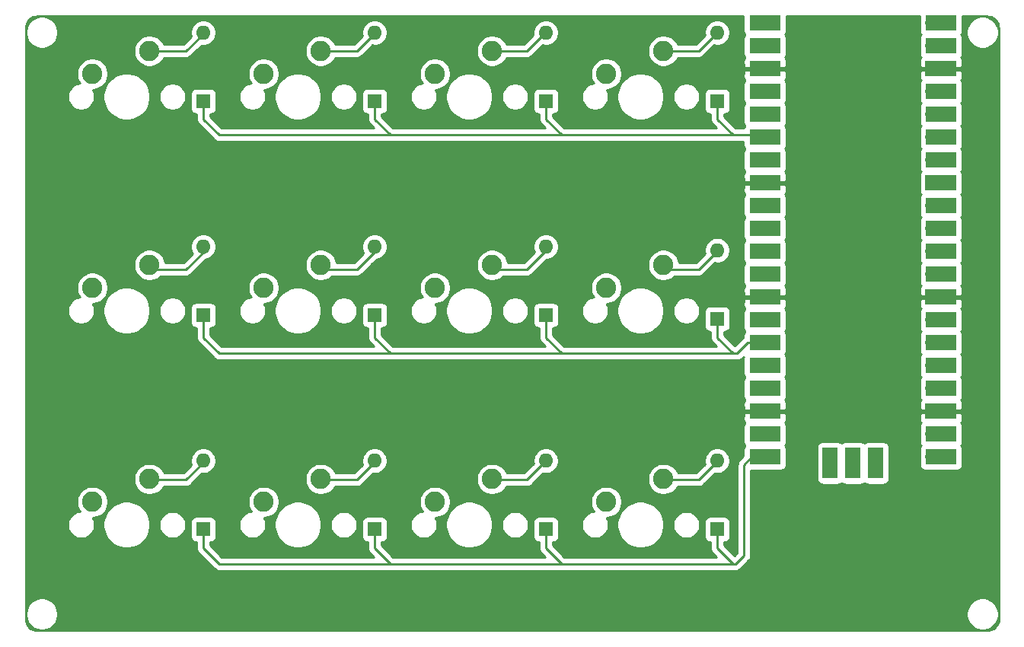
<source format=gtl>
G04 #@! TF.GenerationSoftware,KiCad,Pcbnew,(5.1.9)-1*
G04 #@! TF.CreationDate,2021-05-03T15:50:57+01:00*
G04 #@! TF.ProjectId,EnvMCRO,456e764d-4352-44f2-9e6b-696361645f70,rev?*
G04 #@! TF.SameCoordinates,Original*
G04 #@! TF.FileFunction,Copper,L1,Top*
G04 #@! TF.FilePolarity,Positive*
%FSLAX46Y46*%
G04 Gerber Fmt 4.6, Leading zero omitted, Abs format (unit mm)*
G04 Created by KiCad (PCBNEW (5.1.9)-1) date 2021-05-03 15:50:57*
%MOMM*%
%LPD*%
G01*
G04 APERTURE LIST*
G04 #@! TA.AperFunction,ComponentPad*
%ADD10O,1.700000X1.700000*%
G04 #@! TD*
G04 #@! TA.AperFunction,ComponentPad*
%ADD11R,1.700000X1.700000*%
G04 #@! TD*
G04 #@! TA.AperFunction,SMDPad,CuDef*
%ADD12R,3.500000X1.700000*%
G04 #@! TD*
G04 #@! TA.AperFunction,SMDPad,CuDef*
%ADD13R,1.700000X3.500000*%
G04 #@! TD*
G04 #@! TA.AperFunction,ComponentPad*
%ADD14C,2.250000*%
G04 #@! TD*
G04 #@! TA.AperFunction,ComponentPad*
%ADD15O,1.600000X1.600000*%
G04 #@! TD*
G04 #@! TA.AperFunction,ComponentPad*
%ADD16R,1.600000X1.600000*%
G04 #@! TD*
G04 #@! TA.AperFunction,Conductor*
%ADD17C,0.250000*%
G04 #@! TD*
G04 #@! TA.AperFunction,Conductor*
%ADD18C,0.254000*%
G04 #@! TD*
G04 #@! TA.AperFunction,Conductor*
%ADD19C,0.100000*%
G04 #@! TD*
G04 APERTURE END LIST*
D10*
X147210000Y-40270000D03*
X147210000Y-42810000D03*
D11*
X147210000Y-45350000D03*
D10*
X147210000Y-47890000D03*
X147210000Y-50430000D03*
X147210000Y-52970000D03*
X147210000Y-55510000D03*
D11*
X147210000Y-58050000D03*
D10*
X147210000Y-60590000D03*
X147210000Y-63130000D03*
X147210000Y-65670000D03*
X147210000Y-68210000D03*
D11*
X147210000Y-70750000D03*
D10*
X147210000Y-73290000D03*
X147210000Y-75830000D03*
X147210000Y-78370000D03*
X147210000Y-80910000D03*
D11*
X147210000Y-83450000D03*
D10*
X147210000Y-85990000D03*
X147210000Y-88530000D03*
X164990000Y-88530000D03*
X164990000Y-85990000D03*
D11*
X164990000Y-83450000D03*
D10*
X164990000Y-80910000D03*
X164990000Y-78370000D03*
X164990000Y-75830000D03*
X164990000Y-73290000D03*
D11*
X164990000Y-70750000D03*
D10*
X164990000Y-68210000D03*
X164990000Y-65670000D03*
X164990000Y-63130000D03*
X164990000Y-60590000D03*
D11*
X164990000Y-58050000D03*
D10*
X164990000Y-55510000D03*
X164990000Y-52970000D03*
X164990000Y-50430000D03*
X164990000Y-47890000D03*
D11*
X164990000Y-45350000D03*
D10*
X164990000Y-42810000D03*
X164990000Y-40270000D03*
D12*
X146310000Y-40270000D03*
X146310000Y-42810000D03*
X146310000Y-45350000D03*
X146310000Y-47890000D03*
X146310000Y-50430000D03*
X146310000Y-52970000D03*
X146310000Y-55510000D03*
X146310000Y-58050000D03*
X146310000Y-60590000D03*
X146310000Y-63130000D03*
X146310000Y-65670000D03*
X146310000Y-68210000D03*
X146310000Y-70750000D03*
X146310000Y-73290000D03*
X146310000Y-75830000D03*
X146310000Y-78370000D03*
X146310000Y-80910000D03*
X146310000Y-83450000D03*
X146310000Y-85990000D03*
X146310000Y-88530000D03*
X165890000Y-40270000D03*
X165890000Y-42810000D03*
X165890000Y-45350000D03*
X165890000Y-47890000D03*
X165890000Y-50430000D03*
X165890000Y-52970000D03*
X165890000Y-55510000D03*
X165890000Y-58050000D03*
X165890000Y-60590000D03*
X165890000Y-63130000D03*
X165890000Y-65670000D03*
X165890000Y-68210000D03*
X165890000Y-70750000D03*
X165890000Y-73290000D03*
X165890000Y-75830000D03*
X165890000Y-78370000D03*
X165890000Y-80910000D03*
X165890000Y-83450000D03*
X165890000Y-85990000D03*
X165890000Y-88530000D03*
D13*
X153560000Y-89200000D03*
D10*
X153560000Y-88300000D03*
D13*
X156100000Y-89200000D03*
D11*
X156100000Y-88300000D03*
D13*
X158640000Y-89200000D03*
D10*
X158640000Y-88300000D03*
D14*
X115975000Y-43355000D03*
X109625000Y-45895000D03*
X77875000Y-43355000D03*
X71525000Y-45895000D03*
D15*
X141010000Y-88940000D03*
D16*
X141010000Y-96560000D03*
D15*
X121960000Y-88940000D03*
D16*
X121960000Y-96560000D03*
D15*
X102910000Y-88940000D03*
D16*
X102910000Y-96560000D03*
D15*
X83860000Y-88940000D03*
D16*
X83860000Y-96560000D03*
D15*
X141010000Y-65527500D03*
D16*
X141010000Y-73147500D03*
D15*
X121960000Y-65127500D03*
D16*
X121960000Y-72747500D03*
D15*
X102910000Y-65127500D03*
D16*
X102910000Y-72747500D03*
D15*
X83860000Y-65127500D03*
D16*
X83860000Y-72747500D03*
D15*
X141010000Y-41315000D03*
D16*
X141010000Y-48935000D03*
D15*
X121960000Y-41315000D03*
D16*
X121960000Y-48935000D03*
D15*
X102910000Y-41315000D03*
D16*
X102910000Y-48935000D03*
D15*
X83860000Y-41315000D03*
D16*
X83860000Y-48935000D03*
D14*
X135025000Y-90980000D03*
X128675000Y-93520000D03*
X115975000Y-90980000D03*
X109625000Y-93520000D03*
X96925000Y-90980000D03*
X90575000Y-93520000D03*
X77875000Y-90980000D03*
X71525000Y-93520000D03*
X135025000Y-67167500D03*
X128675000Y-69707500D03*
X115975000Y-67167500D03*
X109625000Y-69707500D03*
X96925000Y-67167500D03*
X90575000Y-69707500D03*
X77875000Y-67167500D03*
X71525000Y-69707500D03*
X135025000Y-43355000D03*
X128675000Y-45895000D03*
X96925000Y-43355000D03*
X90575000Y-45895000D03*
D17*
X121960000Y-48935000D02*
X121960000Y-50960000D01*
X121960000Y-50960000D02*
X123700000Y-52700000D01*
X102910000Y-48935000D02*
X102910000Y-50960000D01*
X102910000Y-50960000D02*
X104650000Y-52700000D01*
X141010000Y-50960000D02*
X141010000Y-48935000D01*
X142750000Y-52700000D02*
X141010000Y-50960000D01*
X85600000Y-52700000D02*
X142750000Y-52700000D01*
X83860000Y-50960000D02*
X85600000Y-52700000D01*
X83860000Y-48935000D02*
X83860000Y-50960000D01*
X142750000Y-52700000D02*
X146940000Y-52700000D01*
X146940000Y-52700000D02*
X147210000Y-52970000D01*
X102910000Y-73235000D02*
X102910000Y-75260000D01*
X102910000Y-75260000D02*
X104650000Y-77000000D01*
X121960000Y-73235000D02*
X121960000Y-75260000D01*
X121960000Y-75260000D02*
X123700000Y-77000000D01*
X142750000Y-77000000D02*
X141010000Y-75260000D01*
X141010000Y-75260000D02*
X141010000Y-73235000D01*
X83860000Y-75260000D02*
X85600000Y-77000000D01*
X83860000Y-73235000D02*
X83860000Y-75260000D01*
X85600000Y-77000000D02*
X142750000Y-77000000D01*
X142750000Y-77000000D02*
X143230000Y-77000000D01*
X143230000Y-77000000D02*
X144400000Y-75830000D01*
X144400000Y-75830000D02*
X147210000Y-75830000D01*
X102910000Y-96635000D02*
X102910000Y-98660000D01*
X102910000Y-98660000D02*
X104650000Y-100400000D01*
X121960000Y-96635000D02*
X121960000Y-98660000D01*
X141010000Y-96635000D02*
X141010000Y-98660000D01*
X141010000Y-98660000D02*
X142750000Y-100400000D01*
X121960000Y-98660000D02*
X123700000Y-100400000D01*
X144850000Y-88530000D02*
X147210000Y-88530000D01*
X144000000Y-89380000D02*
X144850000Y-88530000D01*
X144000000Y-99470000D02*
X144000000Y-89380000D01*
X143070000Y-100400000D02*
X144000000Y-99470000D01*
X85600000Y-100400000D02*
X143070000Y-100400000D01*
X83860000Y-98660000D02*
X85600000Y-100400000D01*
X83860000Y-96635000D02*
X83860000Y-98660000D01*
X77875000Y-43355000D02*
X81945000Y-43355000D01*
X81945000Y-43355000D02*
X84000000Y-41300000D01*
X96925000Y-43355000D02*
X100945000Y-43355000D01*
X100945000Y-43355000D02*
X103000000Y-41300000D01*
X115975000Y-43355000D02*
X119845000Y-43355000D01*
X119845000Y-43355000D02*
X121900000Y-41300000D01*
X135025000Y-43355000D02*
X138945000Y-43355000D01*
X138945000Y-43355000D02*
X141000000Y-41300000D01*
X77875000Y-67655000D02*
X81945000Y-67655000D01*
X81945000Y-67655000D02*
X84000000Y-65600000D01*
X96925000Y-67655000D02*
X100945000Y-67655000D01*
X100945000Y-67655000D02*
X103000000Y-65600000D01*
X115975000Y-67655000D02*
X119845000Y-67655000D01*
X119845000Y-67655000D02*
X121900000Y-65600000D01*
X135025000Y-67655000D02*
X138945000Y-67655000D01*
X138945000Y-67655000D02*
X141000000Y-65600000D01*
X77875000Y-91055000D02*
X81945000Y-91055000D01*
X81945000Y-91055000D02*
X84000000Y-89000000D01*
X96925000Y-91055000D02*
X100945000Y-91055000D01*
X100945000Y-91055000D02*
X103000000Y-89000000D01*
X115975000Y-91055000D02*
X119845000Y-91055000D01*
X119845000Y-91055000D02*
X121900000Y-89000000D01*
X135025000Y-91055000D02*
X138945000Y-91055000D01*
X138945000Y-91055000D02*
X141000000Y-89000000D01*
D18*
X143921928Y-41120000D02*
X143934188Y-41244482D01*
X143970498Y-41364180D01*
X144029463Y-41474494D01*
X144083222Y-41540000D01*
X144029463Y-41605506D01*
X143970498Y-41715820D01*
X143934188Y-41835518D01*
X143921928Y-41960000D01*
X143921928Y-43660000D01*
X143934188Y-43784482D01*
X143970498Y-43904180D01*
X144029463Y-44014494D01*
X144083222Y-44080000D01*
X144029463Y-44145506D01*
X143970498Y-44255820D01*
X143934188Y-44375518D01*
X143921928Y-44500000D01*
X143925000Y-45064250D01*
X144083750Y-45223000D01*
X148536250Y-45223000D01*
X148695000Y-45064250D01*
X148698072Y-44500000D01*
X148685812Y-44375518D01*
X148649502Y-44255820D01*
X148590537Y-44145506D01*
X148536778Y-44080000D01*
X148590537Y-44014494D01*
X148649502Y-43904180D01*
X148685812Y-43784482D01*
X148698072Y-43660000D01*
X148698072Y-41960000D01*
X148685812Y-41835518D01*
X148649502Y-41715820D01*
X148590537Y-41605506D01*
X148536778Y-41540000D01*
X148590537Y-41474494D01*
X148649502Y-41364180D01*
X148685812Y-41244482D01*
X148698072Y-41120000D01*
X148698072Y-39485000D01*
X163501928Y-39485000D01*
X163501928Y-41120000D01*
X163514188Y-41244482D01*
X163550498Y-41364180D01*
X163609463Y-41474494D01*
X163663222Y-41540000D01*
X163609463Y-41605506D01*
X163550498Y-41715820D01*
X163514188Y-41835518D01*
X163501928Y-41960000D01*
X163501928Y-43660000D01*
X163514188Y-43784482D01*
X163550498Y-43904180D01*
X163609463Y-44014494D01*
X163663222Y-44080000D01*
X163609463Y-44145506D01*
X163550498Y-44255820D01*
X163514188Y-44375518D01*
X163501928Y-44500000D01*
X163505000Y-45064250D01*
X163663750Y-45223000D01*
X168116250Y-45223000D01*
X168275000Y-45064250D01*
X168278072Y-44500000D01*
X168265812Y-44375518D01*
X168229502Y-44255820D01*
X168170537Y-44145506D01*
X168116778Y-44080000D01*
X168170537Y-44014494D01*
X168229502Y-43904180D01*
X168265812Y-43784482D01*
X168278072Y-43660000D01*
X168278072Y-41960000D01*
X168265812Y-41835518D01*
X168229502Y-41715820D01*
X168170537Y-41605506D01*
X168116778Y-41540000D01*
X168170537Y-41474494D01*
X168229502Y-41364180D01*
X168265812Y-41244482D01*
X168277772Y-41123038D01*
X168697121Y-41123038D01*
X168697121Y-41477762D01*
X168766324Y-41825669D01*
X168902071Y-42153391D01*
X169099145Y-42448332D01*
X169349972Y-42699159D01*
X169644913Y-42896233D01*
X169972635Y-43031980D01*
X170320542Y-43101183D01*
X170675266Y-43101183D01*
X171023173Y-43031980D01*
X171350895Y-42896233D01*
X171645836Y-42699159D01*
X171896663Y-42448332D01*
X172093737Y-42153391D01*
X172229484Y-41825669D01*
X172298687Y-41477762D01*
X172298687Y-41123038D01*
X172229484Y-40775131D01*
X172093737Y-40447409D01*
X171896663Y-40152468D01*
X171645836Y-39901641D01*
X171350895Y-39704567D01*
X171023173Y-39568820D01*
X170675266Y-39499617D01*
X170320542Y-39499617D01*
X169972635Y-39568820D01*
X169644913Y-39704567D01*
X169349972Y-39901641D01*
X169099145Y-40152468D01*
X168902071Y-40447409D01*
X168766324Y-40775131D01*
X168697121Y-41123038D01*
X168277772Y-41123038D01*
X168278072Y-41120000D01*
X168278072Y-39485000D01*
X170966495Y-39485000D01*
X171254782Y-39513267D01*
X171499855Y-39587259D01*
X171725890Y-39707443D01*
X171924281Y-39869248D01*
X172087460Y-40066497D01*
X172209220Y-40291687D01*
X172284924Y-40536247D01*
X172315001Y-40822408D01*
X172315000Y-106466495D01*
X172286733Y-106754782D01*
X172212741Y-106999855D01*
X172092554Y-107225893D01*
X171930754Y-107424279D01*
X171733503Y-107587460D01*
X171508310Y-107709221D01*
X171263753Y-107784924D01*
X170977602Y-107815000D01*
X65433505Y-107815000D01*
X65145218Y-107786733D01*
X64900145Y-107712741D01*
X64674107Y-107592554D01*
X64475721Y-107430754D01*
X64312540Y-107233503D01*
X64190779Y-107008310D01*
X64115076Y-106763753D01*
X64085000Y-106477602D01*
X64085000Y-105816838D01*
X64099921Y-105816838D01*
X64099921Y-106171562D01*
X64169124Y-106519469D01*
X64304871Y-106847191D01*
X64501945Y-107142132D01*
X64752772Y-107392959D01*
X65047713Y-107590033D01*
X65375435Y-107725780D01*
X65723342Y-107794983D01*
X66078066Y-107794983D01*
X66425973Y-107725780D01*
X66753695Y-107590033D01*
X67048636Y-107392959D01*
X67299463Y-107142132D01*
X67496537Y-106847191D01*
X67632284Y-106519469D01*
X67701487Y-106171562D01*
X67701487Y-105816838D01*
X168697121Y-105816838D01*
X168697121Y-106171562D01*
X168766324Y-106519469D01*
X168902071Y-106847191D01*
X169099145Y-107142132D01*
X169349972Y-107392959D01*
X169644913Y-107590033D01*
X169972635Y-107725780D01*
X170320542Y-107794983D01*
X170675266Y-107794983D01*
X171023173Y-107725780D01*
X171350895Y-107590033D01*
X171645836Y-107392959D01*
X171896663Y-107142132D01*
X172093737Y-106847191D01*
X172229484Y-106519469D01*
X172298687Y-106171562D01*
X172298687Y-105816838D01*
X172229484Y-105468931D01*
X172093737Y-105141209D01*
X171896663Y-104846268D01*
X171645836Y-104595441D01*
X171350895Y-104398367D01*
X171023173Y-104262620D01*
X170675266Y-104193417D01*
X170320542Y-104193417D01*
X169972635Y-104262620D01*
X169644913Y-104398367D01*
X169349972Y-104595441D01*
X169099145Y-104846268D01*
X168902071Y-105141209D01*
X168766324Y-105468931D01*
X168697121Y-105816838D01*
X67701487Y-105816838D01*
X67632284Y-105468931D01*
X67496537Y-105141209D01*
X67299463Y-104846268D01*
X67048636Y-104595441D01*
X66753695Y-104398367D01*
X66425973Y-104262620D01*
X66078066Y-104193417D01*
X65723342Y-104193417D01*
X65375435Y-104262620D01*
X65047713Y-104398367D01*
X64752772Y-104595441D01*
X64501945Y-104846268D01*
X64304871Y-105141209D01*
X64169124Y-105468931D01*
X64099921Y-105816838D01*
X64085000Y-105816838D01*
X64085000Y-95911278D01*
X68745000Y-95911278D01*
X68745000Y-96208722D01*
X68803029Y-96500451D01*
X68916856Y-96775253D01*
X69082107Y-97022569D01*
X69292431Y-97232893D01*
X69539747Y-97398144D01*
X69814549Y-97511971D01*
X70106278Y-97570000D01*
X70403722Y-97570000D01*
X70695451Y-97511971D01*
X70970253Y-97398144D01*
X71217569Y-97232893D01*
X71427893Y-97022569D01*
X71593144Y-96775253D01*
X71706971Y-96500451D01*
X71765000Y-96208722D01*
X71765000Y-95911278D01*
X71743080Y-95801076D01*
X72706100Y-95801076D01*
X72706100Y-96318924D01*
X72807127Y-96826822D01*
X73005299Y-97305251D01*
X73293000Y-97735826D01*
X73659174Y-98102000D01*
X74089749Y-98389701D01*
X74568178Y-98587873D01*
X75076076Y-98688900D01*
X75593924Y-98688900D01*
X76101822Y-98587873D01*
X76580251Y-98389701D01*
X77010826Y-98102000D01*
X77377000Y-97735826D01*
X77664701Y-97305251D01*
X77862873Y-96826822D01*
X77963900Y-96318924D01*
X77963900Y-95911278D01*
X78905000Y-95911278D01*
X78905000Y-96208722D01*
X78963029Y-96500451D01*
X79076856Y-96775253D01*
X79242107Y-97022569D01*
X79452431Y-97232893D01*
X79699747Y-97398144D01*
X79974549Y-97511971D01*
X80266278Y-97570000D01*
X80563722Y-97570000D01*
X80855451Y-97511971D01*
X81130253Y-97398144D01*
X81377569Y-97232893D01*
X81587893Y-97022569D01*
X81753144Y-96775253D01*
X81866971Y-96500451D01*
X81925000Y-96208722D01*
X81925000Y-95911278D01*
X81894909Y-95760000D01*
X82421928Y-95760000D01*
X82421928Y-97360000D01*
X82434188Y-97484482D01*
X82470498Y-97604180D01*
X82529463Y-97714494D01*
X82608815Y-97811185D01*
X82705506Y-97890537D01*
X82815820Y-97949502D01*
X82935518Y-97985812D01*
X83060000Y-97998072D01*
X83100001Y-97998072D01*
X83100001Y-98622668D01*
X83096324Y-98660000D01*
X83110998Y-98808985D01*
X83154454Y-98952246D01*
X83225026Y-99084276D01*
X83296201Y-99171002D01*
X83320000Y-99200001D01*
X83348998Y-99223799D01*
X85036201Y-100911003D01*
X85059999Y-100940001D01*
X85088997Y-100963799D01*
X85175724Y-101034974D01*
X85307753Y-101105546D01*
X85451014Y-101149003D01*
X85600000Y-101163677D01*
X85637333Y-101160000D01*
X104612667Y-101160000D01*
X104650000Y-101163677D01*
X104687333Y-101160000D01*
X123662667Y-101160000D01*
X123700000Y-101163677D01*
X123737333Y-101160000D01*
X142712667Y-101160000D01*
X142750000Y-101163677D01*
X142787333Y-101160000D01*
X143032678Y-101160000D01*
X143070000Y-101163676D01*
X143107322Y-101160000D01*
X143107333Y-101160000D01*
X143218986Y-101149003D01*
X143362247Y-101105546D01*
X143494276Y-101034974D01*
X143610001Y-100940001D01*
X143633803Y-100910998D01*
X144511004Y-100033798D01*
X144540001Y-100010001D01*
X144634974Y-99894276D01*
X144705546Y-99762247D01*
X144749003Y-99618986D01*
X144760000Y-99507333D01*
X144760000Y-99507332D01*
X144763677Y-99470000D01*
X144760000Y-99432667D01*
X144760000Y-90018072D01*
X148060000Y-90018072D01*
X148184482Y-90005812D01*
X148304180Y-89969502D01*
X148414494Y-89910537D01*
X148511185Y-89831185D01*
X148590537Y-89734494D01*
X148649502Y-89624180D01*
X148685812Y-89504482D01*
X148698072Y-89380000D01*
X148698072Y-87680000D01*
X148685812Y-87555518D01*
X148653804Y-87450000D01*
X152071928Y-87450000D01*
X152071928Y-90950000D01*
X152084188Y-91074482D01*
X152120498Y-91194180D01*
X152179463Y-91304494D01*
X152258815Y-91401185D01*
X152355506Y-91480537D01*
X152465820Y-91539502D01*
X152585518Y-91575812D01*
X152710000Y-91588072D01*
X154410000Y-91588072D01*
X154534482Y-91575812D01*
X154654180Y-91539502D01*
X154764494Y-91480537D01*
X154830000Y-91426778D01*
X154895506Y-91480537D01*
X155005820Y-91539502D01*
X155125518Y-91575812D01*
X155250000Y-91588072D01*
X156950000Y-91588072D01*
X157074482Y-91575812D01*
X157194180Y-91539502D01*
X157304494Y-91480537D01*
X157370000Y-91426778D01*
X157435506Y-91480537D01*
X157545820Y-91539502D01*
X157665518Y-91575812D01*
X157790000Y-91588072D01*
X159490000Y-91588072D01*
X159614482Y-91575812D01*
X159734180Y-91539502D01*
X159844494Y-91480537D01*
X159941185Y-91401185D01*
X160020537Y-91304494D01*
X160079502Y-91194180D01*
X160115812Y-91074482D01*
X160128072Y-90950000D01*
X160128072Y-87450000D01*
X160115812Y-87325518D01*
X160079502Y-87205820D01*
X160020537Y-87095506D01*
X159941185Y-86998815D01*
X159844494Y-86919463D01*
X159734180Y-86860498D01*
X159614482Y-86824188D01*
X159490000Y-86811928D01*
X157790000Y-86811928D01*
X157665518Y-86824188D01*
X157545820Y-86860498D01*
X157435506Y-86919463D01*
X157370000Y-86973222D01*
X157304494Y-86919463D01*
X157194180Y-86860498D01*
X157074482Y-86824188D01*
X156950000Y-86811928D01*
X155250000Y-86811928D01*
X155125518Y-86824188D01*
X155005820Y-86860498D01*
X154895506Y-86919463D01*
X154830000Y-86973222D01*
X154764494Y-86919463D01*
X154654180Y-86860498D01*
X154534482Y-86824188D01*
X154410000Y-86811928D01*
X152710000Y-86811928D01*
X152585518Y-86824188D01*
X152465820Y-86860498D01*
X152355506Y-86919463D01*
X152258815Y-86998815D01*
X152179463Y-87095506D01*
X152120498Y-87205820D01*
X152084188Y-87325518D01*
X152071928Y-87450000D01*
X148653804Y-87450000D01*
X148649502Y-87435820D01*
X148590537Y-87325506D01*
X148536778Y-87260000D01*
X148590537Y-87194494D01*
X148649502Y-87084180D01*
X148685812Y-86964482D01*
X148698072Y-86840000D01*
X148698072Y-85140000D01*
X148685812Y-85015518D01*
X148649502Y-84895820D01*
X148590537Y-84785506D01*
X148536778Y-84720000D01*
X148590537Y-84654494D01*
X148649502Y-84544180D01*
X148685812Y-84424482D01*
X148698072Y-84300000D01*
X163501928Y-84300000D01*
X163514188Y-84424482D01*
X163550498Y-84544180D01*
X163609463Y-84654494D01*
X163663222Y-84720000D01*
X163609463Y-84785506D01*
X163550498Y-84895820D01*
X163514188Y-85015518D01*
X163501928Y-85140000D01*
X163501928Y-86840000D01*
X163514188Y-86964482D01*
X163550498Y-87084180D01*
X163609463Y-87194494D01*
X163663222Y-87260000D01*
X163609463Y-87325506D01*
X163550498Y-87435820D01*
X163514188Y-87555518D01*
X163501928Y-87680000D01*
X163501928Y-89380000D01*
X163514188Y-89504482D01*
X163550498Y-89624180D01*
X163609463Y-89734494D01*
X163688815Y-89831185D01*
X163785506Y-89910537D01*
X163895820Y-89969502D01*
X164015518Y-90005812D01*
X164140000Y-90018072D01*
X167640000Y-90018072D01*
X167764482Y-90005812D01*
X167884180Y-89969502D01*
X167994494Y-89910537D01*
X168091185Y-89831185D01*
X168170537Y-89734494D01*
X168229502Y-89624180D01*
X168265812Y-89504482D01*
X168278072Y-89380000D01*
X168278072Y-87680000D01*
X168265812Y-87555518D01*
X168229502Y-87435820D01*
X168170537Y-87325506D01*
X168116778Y-87260000D01*
X168170537Y-87194494D01*
X168229502Y-87084180D01*
X168265812Y-86964482D01*
X168278072Y-86840000D01*
X168278072Y-85140000D01*
X168265812Y-85015518D01*
X168229502Y-84895820D01*
X168170537Y-84785506D01*
X168116778Y-84720000D01*
X168170537Y-84654494D01*
X168229502Y-84544180D01*
X168265812Y-84424482D01*
X168278072Y-84300000D01*
X168275000Y-83735750D01*
X168116250Y-83577000D01*
X163663750Y-83577000D01*
X163505000Y-83735750D01*
X163501928Y-84300000D01*
X148698072Y-84300000D01*
X148695000Y-83735750D01*
X148536250Y-83577000D01*
X144083750Y-83577000D01*
X143925000Y-83735750D01*
X143921928Y-84300000D01*
X143934188Y-84424482D01*
X143970498Y-84544180D01*
X144029463Y-84654494D01*
X144083222Y-84720000D01*
X144029463Y-84785506D01*
X143970498Y-84895820D01*
X143934188Y-85015518D01*
X143921928Y-85140000D01*
X143921928Y-86840000D01*
X143934188Y-86964482D01*
X143970498Y-87084180D01*
X144029463Y-87194494D01*
X144083222Y-87260000D01*
X144029463Y-87325506D01*
X143970498Y-87435820D01*
X143934188Y-87555518D01*
X143921928Y-87680000D01*
X143921928Y-88383270D01*
X143488998Y-88816201D01*
X143460000Y-88839999D01*
X143436202Y-88868997D01*
X143436201Y-88868998D01*
X143365026Y-88955724D01*
X143294454Y-89087754D01*
X143275880Y-89148986D01*
X143250998Y-89231014D01*
X143245421Y-89287636D01*
X143236324Y-89380000D01*
X143240001Y-89417332D01*
X143240000Y-99155198D01*
X142910000Y-99485198D01*
X141770000Y-98345199D01*
X141770000Y-97998072D01*
X141810000Y-97998072D01*
X141934482Y-97985812D01*
X142054180Y-97949502D01*
X142164494Y-97890537D01*
X142261185Y-97811185D01*
X142340537Y-97714494D01*
X142399502Y-97604180D01*
X142435812Y-97484482D01*
X142448072Y-97360000D01*
X142448072Y-95760000D01*
X142435812Y-95635518D01*
X142399502Y-95515820D01*
X142340537Y-95405506D01*
X142261185Y-95308815D01*
X142164494Y-95229463D01*
X142054180Y-95170498D01*
X141934482Y-95134188D01*
X141810000Y-95121928D01*
X140210000Y-95121928D01*
X140085518Y-95134188D01*
X139965820Y-95170498D01*
X139855506Y-95229463D01*
X139758815Y-95308815D01*
X139679463Y-95405506D01*
X139620498Y-95515820D01*
X139584188Y-95635518D01*
X139571928Y-95760000D01*
X139571928Y-97360000D01*
X139584188Y-97484482D01*
X139620498Y-97604180D01*
X139679463Y-97714494D01*
X139758815Y-97811185D01*
X139855506Y-97890537D01*
X139965820Y-97949502D01*
X140085518Y-97985812D01*
X140210000Y-97998072D01*
X140250001Y-97998072D01*
X140250001Y-98622668D01*
X140246324Y-98660000D01*
X140260998Y-98808985D01*
X140304454Y-98952246D01*
X140375026Y-99084276D01*
X140446201Y-99171002D01*
X140470000Y-99200001D01*
X140498998Y-99223799D01*
X140915199Y-99640000D01*
X124014802Y-99640000D01*
X122720000Y-98345199D01*
X122720000Y-97998072D01*
X122760000Y-97998072D01*
X122884482Y-97985812D01*
X123004180Y-97949502D01*
X123114494Y-97890537D01*
X123211185Y-97811185D01*
X123290537Y-97714494D01*
X123349502Y-97604180D01*
X123385812Y-97484482D01*
X123398072Y-97360000D01*
X123398072Y-95911278D01*
X125895000Y-95911278D01*
X125895000Y-96208722D01*
X125953029Y-96500451D01*
X126066856Y-96775253D01*
X126232107Y-97022569D01*
X126442431Y-97232893D01*
X126689747Y-97398144D01*
X126964549Y-97511971D01*
X127256278Y-97570000D01*
X127553722Y-97570000D01*
X127845451Y-97511971D01*
X128120253Y-97398144D01*
X128367569Y-97232893D01*
X128577893Y-97022569D01*
X128743144Y-96775253D01*
X128856971Y-96500451D01*
X128915000Y-96208722D01*
X128915000Y-95911278D01*
X128893080Y-95801076D01*
X129856100Y-95801076D01*
X129856100Y-96318924D01*
X129957127Y-96826822D01*
X130155299Y-97305251D01*
X130443000Y-97735826D01*
X130809174Y-98102000D01*
X131239749Y-98389701D01*
X131718178Y-98587873D01*
X132226076Y-98688900D01*
X132743924Y-98688900D01*
X133251822Y-98587873D01*
X133730251Y-98389701D01*
X134160826Y-98102000D01*
X134527000Y-97735826D01*
X134814701Y-97305251D01*
X135012873Y-96826822D01*
X135113900Y-96318924D01*
X135113900Y-95911278D01*
X136055000Y-95911278D01*
X136055000Y-96208722D01*
X136113029Y-96500451D01*
X136226856Y-96775253D01*
X136392107Y-97022569D01*
X136602431Y-97232893D01*
X136849747Y-97398144D01*
X137124549Y-97511971D01*
X137416278Y-97570000D01*
X137713722Y-97570000D01*
X138005451Y-97511971D01*
X138280253Y-97398144D01*
X138527569Y-97232893D01*
X138737893Y-97022569D01*
X138903144Y-96775253D01*
X139016971Y-96500451D01*
X139075000Y-96208722D01*
X139075000Y-95911278D01*
X139016971Y-95619549D01*
X138903144Y-95344747D01*
X138737893Y-95097431D01*
X138527569Y-94887107D01*
X138280253Y-94721856D01*
X138005451Y-94608029D01*
X137713722Y-94550000D01*
X137416278Y-94550000D01*
X137124549Y-94608029D01*
X136849747Y-94721856D01*
X136602431Y-94887107D01*
X136392107Y-95097431D01*
X136226856Y-95344747D01*
X136113029Y-95619549D01*
X136055000Y-95911278D01*
X135113900Y-95911278D01*
X135113900Y-95801076D01*
X135012873Y-95293178D01*
X134814701Y-94814749D01*
X134527000Y-94384174D01*
X134160826Y-94018000D01*
X133730251Y-93730299D01*
X133251822Y-93532127D01*
X132743924Y-93431100D01*
X132226076Y-93431100D01*
X131718178Y-93532127D01*
X131239749Y-93730299D01*
X130809174Y-94018000D01*
X130443000Y-94384174D01*
X130155299Y-94814749D01*
X129957127Y-95293178D01*
X129856100Y-95801076D01*
X128893080Y-95801076D01*
X128856971Y-95619549D01*
X128743144Y-95344747D01*
X128699882Y-95280000D01*
X128848345Y-95280000D01*
X129188373Y-95212364D01*
X129508673Y-95079692D01*
X129796935Y-94887081D01*
X130042081Y-94641935D01*
X130234692Y-94353673D01*
X130367364Y-94033373D01*
X130435000Y-93693345D01*
X130435000Y-93346655D01*
X130367364Y-93006627D01*
X130234692Y-92686327D01*
X130042081Y-92398065D01*
X129796935Y-92152919D01*
X129508673Y-91960308D01*
X129188373Y-91827636D01*
X128848345Y-91760000D01*
X128501655Y-91760000D01*
X128161627Y-91827636D01*
X127841327Y-91960308D01*
X127553065Y-92152919D01*
X127307919Y-92398065D01*
X127115308Y-92686327D01*
X126982636Y-93006627D01*
X126915000Y-93346655D01*
X126915000Y-93693345D01*
X126982636Y-94033373D01*
X127115308Y-94353673D01*
X127247638Y-94551719D01*
X126964549Y-94608029D01*
X126689747Y-94721856D01*
X126442431Y-94887107D01*
X126232107Y-95097431D01*
X126066856Y-95344747D01*
X125953029Y-95619549D01*
X125895000Y-95911278D01*
X123398072Y-95911278D01*
X123398072Y-95760000D01*
X123385812Y-95635518D01*
X123349502Y-95515820D01*
X123290537Y-95405506D01*
X123211185Y-95308815D01*
X123114494Y-95229463D01*
X123004180Y-95170498D01*
X122884482Y-95134188D01*
X122760000Y-95121928D01*
X121160000Y-95121928D01*
X121035518Y-95134188D01*
X120915820Y-95170498D01*
X120805506Y-95229463D01*
X120708815Y-95308815D01*
X120629463Y-95405506D01*
X120570498Y-95515820D01*
X120534188Y-95635518D01*
X120521928Y-95760000D01*
X120521928Y-97360000D01*
X120534188Y-97484482D01*
X120570498Y-97604180D01*
X120629463Y-97714494D01*
X120708815Y-97811185D01*
X120805506Y-97890537D01*
X120915820Y-97949502D01*
X121035518Y-97985812D01*
X121160000Y-97998072D01*
X121200001Y-97998072D01*
X121200001Y-98622668D01*
X121196324Y-98660000D01*
X121210998Y-98808985D01*
X121254454Y-98952246D01*
X121325026Y-99084276D01*
X121396201Y-99171002D01*
X121420000Y-99200001D01*
X121448998Y-99223799D01*
X121865199Y-99640000D01*
X104964802Y-99640000D01*
X103670000Y-98345199D01*
X103670000Y-97998072D01*
X103710000Y-97998072D01*
X103834482Y-97985812D01*
X103954180Y-97949502D01*
X104064494Y-97890537D01*
X104161185Y-97811185D01*
X104240537Y-97714494D01*
X104299502Y-97604180D01*
X104335812Y-97484482D01*
X104348072Y-97360000D01*
X104348072Y-95911278D01*
X106845000Y-95911278D01*
X106845000Y-96208722D01*
X106903029Y-96500451D01*
X107016856Y-96775253D01*
X107182107Y-97022569D01*
X107392431Y-97232893D01*
X107639747Y-97398144D01*
X107914549Y-97511971D01*
X108206278Y-97570000D01*
X108503722Y-97570000D01*
X108795451Y-97511971D01*
X109070253Y-97398144D01*
X109317569Y-97232893D01*
X109527893Y-97022569D01*
X109693144Y-96775253D01*
X109806971Y-96500451D01*
X109865000Y-96208722D01*
X109865000Y-95911278D01*
X109843080Y-95801076D01*
X110806100Y-95801076D01*
X110806100Y-96318924D01*
X110907127Y-96826822D01*
X111105299Y-97305251D01*
X111393000Y-97735826D01*
X111759174Y-98102000D01*
X112189749Y-98389701D01*
X112668178Y-98587873D01*
X113176076Y-98688900D01*
X113693924Y-98688900D01*
X114201822Y-98587873D01*
X114680251Y-98389701D01*
X115110826Y-98102000D01*
X115477000Y-97735826D01*
X115764701Y-97305251D01*
X115962873Y-96826822D01*
X116063900Y-96318924D01*
X116063900Y-95911278D01*
X117005000Y-95911278D01*
X117005000Y-96208722D01*
X117063029Y-96500451D01*
X117176856Y-96775253D01*
X117342107Y-97022569D01*
X117552431Y-97232893D01*
X117799747Y-97398144D01*
X118074549Y-97511971D01*
X118366278Y-97570000D01*
X118663722Y-97570000D01*
X118955451Y-97511971D01*
X119230253Y-97398144D01*
X119477569Y-97232893D01*
X119687893Y-97022569D01*
X119853144Y-96775253D01*
X119966971Y-96500451D01*
X120025000Y-96208722D01*
X120025000Y-95911278D01*
X119966971Y-95619549D01*
X119853144Y-95344747D01*
X119687893Y-95097431D01*
X119477569Y-94887107D01*
X119230253Y-94721856D01*
X118955451Y-94608029D01*
X118663722Y-94550000D01*
X118366278Y-94550000D01*
X118074549Y-94608029D01*
X117799747Y-94721856D01*
X117552431Y-94887107D01*
X117342107Y-95097431D01*
X117176856Y-95344747D01*
X117063029Y-95619549D01*
X117005000Y-95911278D01*
X116063900Y-95911278D01*
X116063900Y-95801076D01*
X115962873Y-95293178D01*
X115764701Y-94814749D01*
X115477000Y-94384174D01*
X115110826Y-94018000D01*
X114680251Y-93730299D01*
X114201822Y-93532127D01*
X113693924Y-93431100D01*
X113176076Y-93431100D01*
X112668178Y-93532127D01*
X112189749Y-93730299D01*
X111759174Y-94018000D01*
X111393000Y-94384174D01*
X111105299Y-94814749D01*
X110907127Y-95293178D01*
X110806100Y-95801076D01*
X109843080Y-95801076D01*
X109806971Y-95619549D01*
X109693144Y-95344747D01*
X109649882Y-95280000D01*
X109798345Y-95280000D01*
X110138373Y-95212364D01*
X110458673Y-95079692D01*
X110746935Y-94887081D01*
X110992081Y-94641935D01*
X111184692Y-94353673D01*
X111317364Y-94033373D01*
X111385000Y-93693345D01*
X111385000Y-93346655D01*
X111317364Y-93006627D01*
X111184692Y-92686327D01*
X110992081Y-92398065D01*
X110746935Y-92152919D01*
X110458673Y-91960308D01*
X110138373Y-91827636D01*
X109798345Y-91760000D01*
X109451655Y-91760000D01*
X109111627Y-91827636D01*
X108791327Y-91960308D01*
X108503065Y-92152919D01*
X108257919Y-92398065D01*
X108065308Y-92686327D01*
X107932636Y-93006627D01*
X107865000Y-93346655D01*
X107865000Y-93693345D01*
X107932636Y-94033373D01*
X108065308Y-94353673D01*
X108197638Y-94551719D01*
X107914549Y-94608029D01*
X107639747Y-94721856D01*
X107392431Y-94887107D01*
X107182107Y-95097431D01*
X107016856Y-95344747D01*
X106903029Y-95619549D01*
X106845000Y-95911278D01*
X104348072Y-95911278D01*
X104348072Y-95760000D01*
X104335812Y-95635518D01*
X104299502Y-95515820D01*
X104240537Y-95405506D01*
X104161185Y-95308815D01*
X104064494Y-95229463D01*
X103954180Y-95170498D01*
X103834482Y-95134188D01*
X103710000Y-95121928D01*
X102110000Y-95121928D01*
X101985518Y-95134188D01*
X101865820Y-95170498D01*
X101755506Y-95229463D01*
X101658815Y-95308815D01*
X101579463Y-95405506D01*
X101520498Y-95515820D01*
X101484188Y-95635518D01*
X101471928Y-95760000D01*
X101471928Y-97360000D01*
X101484188Y-97484482D01*
X101520498Y-97604180D01*
X101579463Y-97714494D01*
X101658815Y-97811185D01*
X101755506Y-97890537D01*
X101865820Y-97949502D01*
X101985518Y-97985812D01*
X102110000Y-97998072D01*
X102150001Y-97998072D01*
X102150001Y-98622668D01*
X102146324Y-98660000D01*
X102160998Y-98808985D01*
X102204454Y-98952246D01*
X102275026Y-99084276D01*
X102346201Y-99171002D01*
X102370000Y-99200001D01*
X102398998Y-99223799D01*
X102815199Y-99640000D01*
X85914802Y-99640000D01*
X84620000Y-98345199D01*
X84620000Y-97998072D01*
X84660000Y-97998072D01*
X84784482Y-97985812D01*
X84904180Y-97949502D01*
X85014494Y-97890537D01*
X85111185Y-97811185D01*
X85190537Y-97714494D01*
X85249502Y-97604180D01*
X85285812Y-97484482D01*
X85298072Y-97360000D01*
X85298072Y-95911278D01*
X87795000Y-95911278D01*
X87795000Y-96208722D01*
X87853029Y-96500451D01*
X87966856Y-96775253D01*
X88132107Y-97022569D01*
X88342431Y-97232893D01*
X88589747Y-97398144D01*
X88864549Y-97511971D01*
X89156278Y-97570000D01*
X89453722Y-97570000D01*
X89745451Y-97511971D01*
X90020253Y-97398144D01*
X90267569Y-97232893D01*
X90477893Y-97022569D01*
X90643144Y-96775253D01*
X90756971Y-96500451D01*
X90815000Y-96208722D01*
X90815000Y-95911278D01*
X90793080Y-95801076D01*
X91756100Y-95801076D01*
X91756100Y-96318924D01*
X91857127Y-96826822D01*
X92055299Y-97305251D01*
X92343000Y-97735826D01*
X92709174Y-98102000D01*
X93139749Y-98389701D01*
X93618178Y-98587873D01*
X94126076Y-98688900D01*
X94643924Y-98688900D01*
X95151822Y-98587873D01*
X95630251Y-98389701D01*
X96060826Y-98102000D01*
X96427000Y-97735826D01*
X96714701Y-97305251D01*
X96912873Y-96826822D01*
X97013900Y-96318924D01*
X97013900Y-95911278D01*
X97955000Y-95911278D01*
X97955000Y-96208722D01*
X98013029Y-96500451D01*
X98126856Y-96775253D01*
X98292107Y-97022569D01*
X98502431Y-97232893D01*
X98749747Y-97398144D01*
X99024549Y-97511971D01*
X99316278Y-97570000D01*
X99613722Y-97570000D01*
X99905451Y-97511971D01*
X100180253Y-97398144D01*
X100427569Y-97232893D01*
X100637893Y-97022569D01*
X100803144Y-96775253D01*
X100916971Y-96500451D01*
X100975000Y-96208722D01*
X100975000Y-95911278D01*
X100916971Y-95619549D01*
X100803144Y-95344747D01*
X100637893Y-95097431D01*
X100427569Y-94887107D01*
X100180253Y-94721856D01*
X99905451Y-94608029D01*
X99613722Y-94550000D01*
X99316278Y-94550000D01*
X99024549Y-94608029D01*
X98749747Y-94721856D01*
X98502431Y-94887107D01*
X98292107Y-95097431D01*
X98126856Y-95344747D01*
X98013029Y-95619549D01*
X97955000Y-95911278D01*
X97013900Y-95911278D01*
X97013900Y-95801076D01*
X96912873Y-95293178D01*
X96714701Y-94814749D01*
X96427000Y-94384174D01*
X96060826Y-94018000D01*
X95630251Y-93730299D01*
X95151822Y-93532127D01*
X94643924Y-93431100D01*
X94126076Y-93431100D01*
X93618178Y-93532127D01*
X93139749Y-93730299D01*
X92709174Y-94018000D01*
X92343000Y-94384174D01*
X92055299Y-94814749D01*
X91857127Y-95293178D01*
X91756100Y-95801076D01*
X90793080Y-95801076D01*
X90756971Y-95619549D01*
X90643144Y-95344747D01*
X90599882Y-95280000D01*
X90748345Y-95280000D01*
X91088373Y-95212364D01*
X91408673Y-95079692D01*
X91696935Y-94887081D01*
X91942081Y-94641935D01*
X92134692Y-94353673D01*
X92267364Y-94033373D01*
X92335000Y-93693345D01*
X92335000Y-93346655D01*
X92267364Y-93006627D01*
X92134692Y-92686327D01*
X91942081Y-92398065D01*
X91696935Y-92152919D01*
X91408673Y-91960308D01*
X91088373Y-91827636D01*
X90748345Y-91760000D01*
X90401655Y-91760000D01*
X90061627Y-91827636D01*
X89741327Y-91960308D01*
X89453065Y-92152919D01*
X89207919Y-92398065D01*
X89015308Y-92686327D01*
X88882636Y-93006627D01*
X88815000Y-93346655D01*
X88815000Y-93693345D01*
X88882636Y-94033373D01*
X89015308Y-94353673D01*
X89147638Y-94551719D01*
X88864549Y-94608029D01*
X88589747Y-94721856D01*
X88342431Y-94887107D01*
X88132107Y-95097431D01*
X87966856Y-95344747D01*
X87853029Y-95619549D01*
X87795000Y-95911278D01*
X85298072Y-95911278D01*
X85298072Y-95760000D01*
X85285812Y-95635518D01*
X85249502Y-95515820D01*
X85190537Y-95405506D01*
X85111185Y-95308815D01*
X85014494Y-95229463D01*
X84904180Y-95170498D01*
X84784482Y-95134188D01*
X84660000Y-95121928D01*
X83060000Y-95121928D01*
X82935518Y-95134188D01*
X82815820Y-95170498D01*
X82705506Y-95229463D01*
X82608815Y-95308815D01*
X82529463Y-95405506D01*
X82470498Y-95515820D01*
X82434188Y-95635518D01*
X82421928Y-95760000D01*
X81894909Y-95760000D01*
X81866971Y-95619549D01*
X81753144Y-95344747D01*
X81587893Y-95097431D01*
X81377569Y-94887107D01*
X81130253Y-94721856D01*
X80855451Y-94608029D01*
X80563722Y-94550000D01*
X80266278Y-94550000D01*
X79974549Y-94608029D01*
X79699747Y-94721856D01*
X79452431Y-94887107D01*
X79242107Y-95097431D01*
X79076856Y-95344747D01*
X78963029Y-95619549D01*
X78905000Y-95911278D01*
X77963900Y-95911278D01*
X77963900Y-95801076D01*
X77862873Y-95293178D01*
X77664701Y-94814749D01*
X77377000Y-94384174D01*
X77010826Y-94018000D01*
X76580251Y-93730299D01*
X76101822Y-93532127D01*
X75593924Y-93431100D01*
X75076076Y-93431100D01*
X74568178Y-93532127D01*
X74089749Y-93730299D01*
X73659174Y-94018000D01*
X73293000Y-94384174D01*
X73005299Y-94814749D01*
X72807127Y-95293178D01*
X72706100Y-95801076D01*
X71743080Y-95801076D01*
X71706971Y-95619549D01*
X71593144Y-95344747D01*
X71549882Y-95280000D01*
X71698345Y-95280000D01*
X72038373Y-95212364D01*
X72358673Y-95079692D01*
X72646935Y-94887081D01*
X72892081Y-94641935D01*
X73084692Y-94353673D01*
X73217364Y-94033373D01*
X73285000Y-93693345D01*
X73285000Y-93346655D01*
X73217364Y-93006627D01*
X73084692Y-92686327D01*
X72892081Y-92398065D01*
X72646935Y-92152919D01*
X72358673Y-91960308D01*
X72038373Y-91827636D01*
X71698345Y-91760000D01*
X71351655Y-91760000D01*
X71011627Y-91827636D01*
X70691327Y-91960308D01*
X70403065Y-92152919D01*
X70157919Y-92398065D01*
X69965308Y-92686327D01*
X69832636Y-93006627D01*
X69765000Y-93346655D01*
X69765000Y-93693345D01*
X69832636Y-94033373D01*
X69965308Y-94353673D01*
X70097638Y-94551719D01*
X69814549Y-94608029D01*
X69539747Y-94721856D01*
X69292431Y-94887107D01*
X69082107Y-95097431D01*
X68916856Y-95344747D01*
X68803029Y-95619549D01*
X68745000Y-95911278D01*
X64085000Y-95911278D01*
X64085000Y-90806655D01*
X76115000Y-90806655D01*
X76115000Y-91153345D01*
X76182636Y-91493373D01*
X76315308Y-91813673D01*
X76507919Y-92101935D01*
X76753065Y-92347081D01*
X77041327Y-92539692D01*
X77361627Y-92672364D01*
X77701655Y-92740000D01*
X78048345Y-92740000D01*
X78388373Y-92672364D01*
X78708673Y-92539692D01*
X78996935Y-92347081D01*
X79242081Y-92101935D01*
X79433805Y-91815000D01*
X81907678Y-91815000D01*
X81945000Y-91818676D01*
X81982322Y-91815000D01*
X81982333Y-91815000D01*
X82093986Y-91804003D01*
X82237247Y-91760546D01*
X82369276Y-91689974D01*
X82485001Y-91595001D01*
X82508804Y-91565997D01*
X83268146Y-90806655D01*
X95165000Y-90806655D01*
X95165000Y-91153345D01*
X95232636Y-91493373D01*
X95365308Y-91813673D01*
X95557919Y-92101935D01*
X95803065Y-92347081D01*
X96091327Y-92539692D01*
X96411627Y-92672364D01*
X96751655Y-92740000D01*
X97098345Y-92740000D01*
X97438373Y-92672364D01*
X97758673Y-92539692D01*
X98046935Y-92347081D01*
X98292081Y-92101935D01*
X98483805Y-91815000D01*
X100907678Y-91815000D01*
X100945000Y-91818676D01*
X100982322Y-91815000D01*
X100982333Y-91815000D01*
X101093986Y-91804003D01*
X101237247Y-91760546D01*
X101369276Y-91689974D01*
X101485001Y-91595001D01*
X101508804Y-91565997D01*
X102268146Y-90806655D01*
X114215000Y-90806655D01*
X114215000Y-91153345D01*
X114282636Y-91493373D01*
X114415308Y-91813673D01*
X114607919Y-92101935D01*
X114853065Y-92347081D01*
X115141327Y-92539692D01*
X115461627Y-92672364D01*
X115801655Y-92740000D01*
X116148345Y-92740000D01*
X116488373Y-92672364D01*
X116808673Y-92539692D01*
X117096935Y-92347081D01*
X117342081Y-92101935D01*
X117533805Y-91815000D01*
X119807678Y-91815000D01*
X119845000Y-91818676D01*
X119882322Y-91815000D01*
X119882333Y-91815000D01*
X119993986Y-91804003D01*
X120137247Y-91760546D01*
X120269276Y-91689974D01*
X120385001Y-91595001D01*
X120408804Y-91565997D01*
X121168146Y-90806655D01*
X133265000Y-90806655D01*
X133265000Y-91153345D01*
X133332636Y-91493373D01*
X133465308Y-91813673D01*
X133657919Y-92101935D01*
X133903065Y-92347081D01*
X134191327Y-92539692D01*
X134511627Y-92672364D01*
X134851655Y-92740000D01*
X135198345Y-92740000D01*
X135538373Y-92672364D01*
X135858673Y-92539692D01*
X136146935Y-92347081D01*
X136392081Y-92101935D01*
X136583805Y-91815000D01*
X138907678Y-91815000D01*
X138945000Y-91818676D01*
X138982322Y-91815000D01*
X138982333Y-91815000D01*
X139093986Y-91804003D01*
X139237247Y-91760546D01*
X139369276Y-91689974D01*
X139485001Y-91595001D01*
X139508804Y-91565997D01*
X140727818Y-90346983D01*
X140868665Y-90375000D01*
X141151335Y-90375000D01*
X141428574Y-90319853D01*
X141689727Y-90211680D01*
X141924759Y-90054637D01*
X142124637Y-89854759D01*
X142281680Y-89619727D01*
X142389853Y-89358574D01*
X142445000Y-89081335D01*
X142445000Y-88798665D01*
X142389853Y-88521426D01*
X142281680Y-88260273D01*
X142124637Y-88025241D01*
X141924759Y-87825363D01*
X141689727Y-87668320D01*
X141428574Y-87560147D01*
X141151335Y-87505000D01*
X140868665Y-87505000D01*
X140591426Y-87560147D01*
X140330273Y-87668320D01*
X140095241Y-87825363D01*
X139895363Y-88025241D01*
X139738320Y-88260273D01*
X139630147Y-88521426D01*
X139575000Y-88798665D01*
X139575000Y-89081335D01*
X139619608Y-89305591D01*
X138630199Y-90295000D01*
X136646274Y-90295000D01*
X136584692Y-90146327D01*
X136392081Y-89858065D01*
X136146935Y-89612919D01*
X135858673Y-89420308D01*
X135538373Y-89287636D01*
X135198345Y-89220000D01*
X134851655Y-89220000D01*
X134511627Y-89287636D01*
X134191327Y-89420308D01*
X133903065Y-89612919D01*
X133657919Y-89858065D01*
X133465308Y-90146327D01*
X133332636Y-90466627D01*
X133265000Y-90806655D01*
X121168146Y-90806655D01*
X121636114Y-90338688D01*
X121818665Y-90375000D01*
X122101335Y-90375000D01*
X122378574Y-90319853D01*
X122639727Y-90211680D01*
X122874759Y-90054637D01*
X123074637Y-89854759D01*
X123231680Y-89619727D01*
X123339853Y-89358574D01*
X123395000Y-89081335D01*
X123395000Y-88798665D01*
X123339853Y-88521426D01*
X123231680Y-88260273D01*
X123074637Y-88025241D01*
X122874759Y-87825363D01*
X122639727Y-87668320D01*
X122378574Y-87560147D01*
X122101335Y-87505000D01*
X121818665Y-87505000D01*
X121541426Y-87560147D01*
X121280273Y-87668320D01*
X121045241Y-87825363D01*
X120845363Y-88025241D01*
X120688320Y-88260273D01*
X120580147Y-88521426D01*
X120525000Y-88798665D01*
X120525000Y-89081335D01*
X120561312Y-89263886D01*
X119530199Y-90295000D01*
X117596274Y-90295000D01*
X117534692Y-90146327D01*
X117342081Y-89858065D01*
X117096935Y-89612919D01*
X116808673Y-89420308D01*
X116488373Y-89287636D01*
X116148345Y-89220000D01*
X115801655Y-89220000D01*
X115461627Y-89287636D01*
X115141327Y-89420308D01*
X114853065Y-89612919D01*
X114607919Y-89858065D01*
X114415308Y-90146327D01*
X114282636Y-90466627D01*
X114215000Y-90806655D01*
X102268146Y-90806655D01*
X102711227Y-90363575D01*
X102768665Y-90375000D01*
X103051335Y-90375000D01*
X103328574Y-90319853D01*
X103589727Y-90211680D01*
X103824759Y-90054637D01*
X104024637Y-89854759D01*
X104181680Y-89619727D01*
X104289853Y-89358574D01*
X104345000Y-89081335D01*
X104345000Y-88798665D01*
X104289853Y-88521426D01*
X104181680Y-88260273D01*
X104024637Y-88025241D01*
X103824759Y-87825363D01*
X103589727Y-87668320D01*
X103328574Y-87560147D01*
X103051335Y-87505000D01*
X102768665Y-87505000D01*
X102491426Y-87560147D01*
X102230273Y-87668320D01*
X101995241Y-87825363D01*
X101795363Y-88025241D01*
X101638320Y-88260273D01*
X101530147Y-88521426D01*
X101475000Y-88798665D01*
X101475000Y-89081335D01*
X101530147Y-89358574D01*
X101540831Y-89384367D01*
X100630199Y-90295000D01*
X98546274Y-90295000D01*
X98484692Y-90146327D01*
X98292081Y-89858065D01*
X98046935Y-89612919D01*
X97758673Y-89420308D01*
X97438373Y-89287636D01*
X97098345Y-89220000D01*
X96751655Y-89220000D01*
X96411627Y-89287636D01*
X96091327Y-89420308D01*
X95803065Y-89612919D01*
X95557919Y-89858065D01*
X95365308Y-90146327D01*
X95232636Y-90466627D01*
X95165000Y-90806655D01*
X83268146Y-90806655D01*
X83702931Y-90371870D01*
X83718665Y-90375000D01*
X84001335Y-90375000D01*
X84278574Y-90319853D01*
X84539727Y-90211680D01*
X84774759Y-90054637D01*
X84974637Y-89854759D01*
X85131680Y-89619727D01*
X85239853Y-89358574D01*
X85295000Y-89081335D01*
X85295000Y-88798665D01*
X85239853Y-88521426D01*
X85131680Y-88260273D01*
X84974637Y-88025241D01*
X84774759Y-87825363D01*
X84539727Y-87668320D01*
X84278574Y-87560147D01*
X84001335Y-87505000D01*
X83718665Y-87505000D01*
X83441426Y-87560147D01*
X83180273Y-87668320D01*
X82945241Y-87825363D01*
X82745363Y-88025241D01*
X82588320Y-88260273D01*
X82480147Y-88521426D01*
X82425000Y-88798665D01*
X82425000Y-89081335D01*
X82480147Y-89358574D01*
X82505476Y-89419723D01*
X81630199Y-90295000D01*
X79496274Y-90295000D01*
X79434692Y-90146327D01*
X79242081Y-89858065D01*
X78996935Y-89612919D01*
X78708673Y-89420308D01*
X78388373Y-89287636D01*
X78048345Y-89220000D01*
X77701655Y-89220000D01*
X77361627Y-89287636D01*
X77041327Y-89420308D01*
X76753065Y-89612919D01*
X76507919Y-89858065D01*
X76315308Y-90146327D01*
X76182636Y-90466627D01*
X76115000Y-90806655D01*
X64085000Y-90806655D01*
X64085000Y-72098778D01*
X68745000Y-72098778D01*
X68745000Y-72396222D01*
X68803029Y-72687951D01*
X68916856Y-72962753D01*
X69082107Y-73210069D01*
X69292431Y-73420393D01*
X69539747Y-73585644D01*
X69814549Y-73699471D01*
X70106278Y-73757500D01*
X70403722Y-73757500D01*
X70695451Y-73699471D01*
X70970253Y-73585644D01*
X71217569Y-73420393D01*
X71427893Y-73210069D01*
X71593144Y-72962753D01*
X71706971Y-72687951D01*
X71765000Y-72396222D01*
X71765000Y-72098778D01*
X71743080Y-71988576D01*
X72706100Y-71988576D01*
X72706100Y-72506424D01*
X72807127Y-73014322D01*
X73005299Y-73492751D01*
X73293000Y-73923326D01*
X73659174Y-74289500D01*
X74089749Y-74577201D01*
X74568178Y-74775373D01*
X75076076Y-74876400D01*
X75593924Y-74876400D01*
X76101822Y-74775373D01*
X76580251Y-74577201D01*
X77010826Y-74289500D01*
X77377000Y-73923326D01*
X77664701Y-73492751D01*
X77862873Y-73014322D01*
X77963900Y-72506424D01*
X77963900Y-72098778D01*
X78905000Y-72098778D01*
X78905000Y-72396222D01*
X78963029Y-72687951D01*
X79076856Y-72962753D01*
X79242107Y-73210069D01*
X79452431Y-73420393D01*
X79699747Y-73585644D01*
X79974549Y-73699471D01*
X80266278Y-73757500D01*
X80563722Y-73757500D01*
X80855451Y-73699471D01*
X81130253Y-73585644D01*
X81377569Y-73420393D01*
X81587893Y-73210069D01*
X81753144Y-72962753D01*
X81866971Y-72687951D01*
X81925000Y-72396222D01*
X81925000Y-72098778D01*
X81894909Y-71947500D01*
X82421928Y-71947500D01*
X82421928Y-73547500D01*
X82434188Y-73671982D01*
X82470498Y-73791680D01*
X82529463Y-73901994D01*
X82608815Y-73998685D01*
X82705506Y-74078037D01*
X82815820Y-74137002D01*
X82935518Y-74173312D01*
X83060000Y-74185572D01*
X83100000Y-74185572D01*
X83100001Y-75222668D01*
X83096324Y-75260000D01*
X83110998Y-75408985D01*
X83154454Y-75552246D01*
X83225026Y-75684276D01*
X83296201Y-75771002D01*
X83320000Y-75800001D01*
X83348998Y-75823799D01*
X85036201Y-77511003D01*
X85059999Y-77540001D01*
X85088997Y-77563799D01*
X85175724Y-77634974D01*
X85307753Y-77705546D01*
X85451014Y-77749003D01*
X85600000Y-77763677D01*
X85637333Y-77760000D01*
X104612667Y-77760000D01*
X104650000Y-77763677D01*
X104687333Y-77760000D01*
X123662667Y-77760000D01*
X123700000Y-77763677D01*
X123737333Y-77760000D01*
X142712667Y-77760000D01*
X142750000Y-77763677D01*
X142787333Y-77760000D01*
X143192678Y-77760000D01*
X143230000Y-77763676D01*
X143267322Y-77760000D01*
X143267333Y-77760000D01*
X143378986Y-77749003D01*
X143522247Y-77705546D01*
X143654276Y-77634974D01*
X143770001Y-77540001D01*
X143793804Y-77510997D01*
X143945032Y-77359769D01*
X143934188Y-77395518D01*
X143921928Y-77520000D01*
X143921928Y-79220000D01*
X143934188Y-79344482D01*
X143970498Y-79464180D01*
X144029463Y-79574494D01*
X144083222Y-79640000D01*
X144029463Y-79705506D01*
X143970498Y-79815820D01*
X143934188Y-79935518D01*
X143921928Y-80060000D01*
X143921928Y-81760000D01*
X143934188Y-81884482D01*
X143970498Y-82004180D01*
X144029463Y-82114494D01*
X144083222Y-82180000D01*
X144029463Y-82245506D01*
X143970498Y-82355820D01*
X143934188Y-82475518D01*
X143921928Y-82600000D01*
X143925000Y-83164250D01*
X144083750Y-83323000D01*
X148536250Y-83323000D01*
X148695000Y-83164250D01*
X148698072Y-82600000D01*
X148685812Y-82475518D01*
X148649502Y-82355820D01*
X148590537Y-82245506D01*
X148536778Y-82180000D01*
X148590537Y-82114494D01*
X148649502Y-82004180D01*
X148685812Y-81884482D01*
X148698072Y-81760000D01*
X148698072Y-80060000D01*
X148685812Y-79935518D01*
X148649502Y-79815820D01*
X148590537Y-79705506D01*
X148536778Y-79640000D01*
X148590537Y-79574494D01*
X148649502Y-79464180D01*
X148685812Y-79344482D01*
X148698072Y-79220000D01*
X148698072Y-77520000D01*
X148685812Y-77395518D01*
X148649502Y-77275820D01*
X148590537Y-77165506D01*
X148536778Y-77100000D01*
X148590537Y-77034494D01*
X148649502Y-76924180D01*
X148685812Y-76804482D01*
X148698072Y-76680000D01*
X148698072Y-74980000D01*
X148685812Y-74855518D01*
X148649502Y-74735820D01*
X148590537Y-74625506D01*
X148536778Y-74560000D01*
X148590537Y-74494494D01*
X148649502Y-74384180D01*
X148685812Y-74264482D01*
X148698072Y-74140000D01*
X148698072Y-72440000D01*
X148685812Y-72315518D01*
X148649502Y-72195820D01*
X148590537Y-72085506D01*
X148536778Y-72020000D01*
X148590537Y-71954494D01*
X148649502Y-71844180D01*
X148685812Y-71724482D01*
X148698072Y-71600000D01*
X163501928Y-71600000D01*
X163514188Y-71724482D01*
X163550498Y-71844180D01*
X163609463Y-71954494D01*
X163663222Y-72020000D01*
X163609463Y-72085506D01*
X163550498Y-72195820D01*
X163514188Y-72315518D01*
X163501928Y-72440000D01*
X163501928Y-74140000D01*
X163514188Y-74264482D01*
X163550498Y-74384180D01*
X163609463Y-74494494D01*
X163663222Y-74560000D01*
X163609463Y-74625506D01*
X163550498Y-74735820D01*
X163514188Y-74855518D01*
X163501928Y-74980000D01*
X163501928Y-76680000D01*
X163514188Y-76804482D01*
X163550498Y-76924180D01*
X163609463Y-77034494D01*
X163663222Y-77100000D01*
X163609463Y-77165506D01*
X163550498Y-77275820D01*
X163514188Y-77395518D01*
X163501928Y-77520000D01*
X163501928Y-79220000D01*
X163514188Y-79344482D01*
X163550498Y-79464180D01*
X163609463Y-79574494D01*
X163663222Y-79640000D01*
X163609463Y-79705506D01*
X163550498Y-79815820D01*
X163514188Y-79935518D01*
X163501928Y-80060000D01*
X163501928Y-81760000D01*
X163514188Y-81884482D01*
X163550498Y-82004180D01*
X163609463Y-82114494D01*
X163663222Y-82180000D01*
X163609463Y-82245506D01*
X163550498Y-82355820D01*
X163514188Y-82475518D01*
X163501928Y-82600000D01*
X163505000Y-83164250D01*
X163663750Y-83323000D01*
X168116250Y-83323000D01*
X168275000Y-83164250D01*
X168278072Y-82600000D01*
X168265812Y-82475518D01*
X168229502Y-82355820D01*
X168170537Y-82245506D01*
X168116778Y-82180000D01*
X168170537Y-82114494D01*
X168229502Y-82004180D01*
X168265812Y-81884482D01*
X168278072Y-81760000D01*
X168278072Y-80060000D01*
X168265812Y-79935518D01*
X168229502Y-79815820D01*
X168170537Y-79705506D01*
X168116778Y-79640000D01*
X168170537Y-79574494D01*
X168229502Y-79464180D01*
X168265812Y-79344482D01*
X168278072Y-79220000D01*
X168278072Y-77520000D01*
X168265812Y-77395518D01*
X168229502Y-77275820D01*
X168170537Y-77165506D01*
X168116778Y-77100000D01*
X168170537Y-77034494D01*
X168229502Y-76924180D01*
X168265812Y-76804482D01*
X168278072Y-76680000D01*
X168278072Y-74980000D01*
X168265812Y-74855518D01*
X168229502Y-74735820D01*
X168170537Y-74625506D01*
X168116778Y-74560000D01*
X168170537Y-74494494D01*
X168229502Y-74384180D01*
X168265812Y-74264482D01*
X168278072Y-74140000D01*
X168278072Y-72440000D01*
X168265812Y-72315518D01*
X168229502Y-72195820D01*
X168170537Y-72085506D01*
X168116778Y-72020000D01*
X168170537Y-71954494D01*
X168229502Y-71844180D01*
X168265812Y-71724482D01*
X168278072Y-71600000D01*
X168275000Y-71035750D01*
X168116250Y-70877000D01*
X163663750Y-70877000D01*
X163505000Y-71035750D01*
X163501928Y-71600000D01*
X148698072Y-71600000D01*
X148695000Y-71035750D01*
X148536250Y-70877000D01*
X144083750Y-70877000D01*
X143925000Y-71035750D01*
X143921928Y-71600000D01*
X143934188Y-71724482D01*
X143970498Y-71844180D01*
X144029463Y-71954494D01*
X144083222Y-72020000D01*
X144029463Y-72085506D01*
X143970498Y-72195820D01*
X143934188Y-72315518D01*
X143921928Y-72440000D01*
X143921928Y-74140000D01*
X143934188Y-74264482D01*
X143970498Y-74384180D01*
X144029463Y-74494494D01*
X144083222Y-74560000D01*
X144029463Y-74625506D01*
X143970498Y-74735820D01*
X143934188Y-74855518D01*
X143921928Y-74980000D01*
X143921928Y-75239175D01*
X143859999Y-75289999D01*
X143836201Y-75318997D01*
X142990000Y-76165198D01*
X141770000Y-74945199D01*
X141770000Y-74585572D01*
X141810000Y-74585572D01*
X141934482Y-74573312D01*
X142054180Y-74537002D01*
X142164494Y-74478037D01*
X142261185Y-74398685D01*
X142340537Y-74301994D01*
X142399502Y-74191680D01*
X142435812Y-74071982D01*
X142448072Y-73947500D01*
X142448072Y-72347500D01*
X142435812Y-72223018D01*
X142399502Y-72103320D01*
X142340537Y-71993006D01*
X142261185Y-71896315D01*
X142164494Y-71816963D01*
X142054180Y-71757998D01*
X141934482Y-71721688D01*
X141810000Y-71709428D01*
X140210000Y-71709428D01*
X140085518Y-71721688D01*
X139965820Y-71757998D01*
X139855506Y-71816963D01*
X139758815Y-71896315D01*
X139679463Y-71993006D01*
X139620498Y-72103320D01*
X139584188Y-72223018D01*
X139571928Y-72347500D01*
X139571928Y-73947500D01*
X139584188Y-74071982D01*
X139620498Y-74191680D01*
X139679463Y-74301994D01*
X139758815Y-74398685D01*
X139855506Y-74478037D01*
X139965820Y-74537002D01*
X140085518Y-74573312D01*
X140210000Y-74585572D01*
X140250000Y-74585572D01*
X140250000Y-75222677D01*
X140246324Y-75260000D01*
X140250000Y-75297322D01*
X140250000Y-75297332D01*
X140260997Y-75408985D01*
X140300058Y-75537753D01*
X140304454Y-75552246D01*
X140375026Y-75684276D01*
X140414871Y-75732826D01*
X140469999Y-75800001D01*
X140499003Y-75823804D01*
X140915199Y-76240000D01*
X124014802Y-76240000D01*
X122720000Y-74945199D01*
X122720000Y-74185572D01*
X122760000Y-74185572D01*
X122884482Y-74173312D01*
X123004180Y-74137002D01*
X123114494Y-74078037D01*
X123211185Y-73998685D01*
X123290537Y-73901994D01*
X123349502Y-73791680D01*
X123385812Y-73671982D01*
X123398072Y-73547500D01*
X123398072Y-72098778D01*
X125895000Y-72098778D01*
X125895000Y-72396222D01*
X125953029Y-72687951D01*
X126066856Y-72962753D01*
X126232107Y-73210069D01*
X126442431Y-73420393D01*
X126689747Y-73585644D01*
X126964549Y-73699471D01*
X127256278Y-73757500D01*
X127553722Y-73757500D01*
X127845451Y-73699471D01*
X128120253Y-73585644D01*
X128367569Y-73420393D01*
X128577893Y-73210069D01*
X128743144Y-72962753D01*
X128856971Y-72687951D01*
X128915000Y-72396222D01*
X128915000Y-72098778D01*
X128893080Y-71988576D01*
X129856100Y-71988576D01*
X129856100Y-72506424D01*
X129957127Y-73014322D01*
X130155299Y-73492751D01*
X130443000Y-73923326D01*
X130809174Y-74289500D01*
X131239749Y-74577201D01*
X131718178Y-74775373D01*
X132226076Y-74876400D01*
X132743924Y-74876400D01*
X133251822Y-74775373D01*
X133730251Y-74577201D01*
X134160826Y-74289500D01*
X134527000Y-73923326D01*
X134814701Y-73492751D01*
X135012873Y-73014322D01*
X135113900Y-72506424D01*
X135113900Y-72098778D01*
X136055000Y-72098778D01*
X136055000Y-72396222D01*
X136113029Y-72687951D01*
X136226856Y-72962753D01*
X136392107Y-73210069D01*
X136602431Y-73420393D01*
X136849747Y-73585644D01*
X137124549Y-73699471D01*
X137416278Y-73757500D01*
X137713722Y-73757500D01*
X138005451Y-73699471D01*
X138280253Y-73585644D01*
X138527569Y-73420393D01*
X138737893Y-73210069D01*
X138903144Y-72962753D01*
X139016971Y-72687951D01*
X139075000Y-72396222D01*
X139075000Y-72098778D01*
X139016971Y-71807049D01*
X138903144Y-71532247D01*
X138737893Y-71284931D01*
X138527569Y-71074607D01*
X138280253Y-70909356D01*
X138005451Y-70795529D01*
X137713722Y-70737500D01*
X137416278Y-70737500D01*
X137124549Y-70795529D01*
X136849747Y-70909356D01*
X136602431Y-71074607D01*
X136392107Y-71284931D01*
X136226856Y-71532247D01*
X136113029Y-71807049D01*
X136055000Y-72098778D01*
X135113900Y-72098778D01*
X135113900Y-71988576D01*
X135012873Y-71480678D01*
X134814701Y-71002249D01*
X134527000Y-70571674D01*
X134160826Y-70205500D01*
X133730251Y-69917799D01*
X133251822Y-69719627D01*
X132743924Y-69618600D01*
X132226076Y-69618600D01*
X131718178Y-69719627D01*
X131239749Y-69917799D01*
X130809174Y-70205500D01*
X130443000Y-70571674D01*
X130155299Y-71002249D01*
X129957127Y-71480678D01*
X129856100Y-71988576D01*
X128893080Y-71988576D01*
X128856971Y-71807049D01*
X128743144Y-71532247D01*
X128699882Y-71467500D01*
X128848345Y-71467500D01*
X129188373Y-71399864D01*
X129508673Y-71267192D01*
X129796935Y-71074581D01*
X130042081Y-70829435D01*
X130234692Y-70541173D01*
X130367364Y-70220873D01*
X130435000Y-69880845D01*
X130435000Y-69534155D01*
X130367364Y-69194127D01*
X130234692Y-68873827D01*
X130042081Y-68585565D01*
X129796935Y-68340419D01*
X129508673Y-68147808D01*
X129188373Y-68015136D01*
X128848345Y-67947500D01*
X128501655Y-67947500D01*
X128161627Y-68015136D01*
X127841327Y-68147808D01*
X127553065Y-68340419D01*
X127307919Y-68585565D01*
X127115308Y-68873827D01*
X126982636Y-69194127D01*
X126915000Y-69534155D01*
X126915000Y-69880845D01*
X126982636Y-70220873D01*
X127115308Y-70541173D01*
X127247638Y-70739219D01*
X126964549Y-70795529D01*
X126689747Y-70909356D01*
X126442431Y-71074607D01*
X126232107Y-71284931D01*
X126066856Y-71532247D01*
X125953029Y-71807049D01*
X125895000Y-72098778D01*
X123398072Y-72098778D01*
X123398072Y-71947500D01*
X123385812Y-71823018D01*
X123349502Y-71703320D01*
X123290537Y-71593006D01*
X123211185Y-71496315D01*
X123114494Y-71416963D01*
X123004180Y-71357998D01*
X122884482Y-71321688D01*
X122760000Y-71309428D01*
X121160000Y-71309428D01*
X121035518Y-71321688D01*
X120915820Y-71357998D01*
X120805506Y-71416963D01*
X120708815Y-71496315D01*
X120629463Y-71593006D01*
X120570498Y-71703320D01*
X120534188Y-71823018D01*
X120521928Y-71947500D01*
X120521928Y-73547500D01*
X120534188Y-73671982D01*
X120570498Y-73791680D01*
X120629463Y-73901994D01*
X120708815Y-73998685D01*
X120805506Y-74078037D01*
X120915820Y-74137002D01*
X121035518Y-74173312D01*
X121160000Y-74185572D01*
X121200000Y-74185572D01*
X121200001Y-75222668D01*
X121196324Y-75260000D01*
X121210998Y-75408985D01*
X121254454Y-75552246D01*
X121325026Y-75684276D01*
X121396201Y-75771002D01*
X121420000Y-75800001D01*
X121448998Y-75823799D01*
X121865199Y-76240000D01*
X104964802Y-76240000D01*
X103670000Y-74945199D01*
X103670000Y-74185572D01*
X103710000Y-74185572D01*
X103834482Y-74173312D01*
X103954180Y-74137002D01*
X104064494Y-74078037D01*
X104161185Y-73998685D01*
X104240537Y-73901994D01*
X104299502Y-73791680D01*
X104335812Y-73671982D01*
X104348072Y-73547500D01*
X104348072Y-72098778D01*
X106845000Y-72098778D01*
X106845000Y-72396222D01*
X106903029Y-72687951D01*
X107016856Y-72962753D01*
X107182107Y-73210069D01*
X107392431Y-73420393D01*
X107639747Y-73585644D01*
X107914549Y-73699471D01*
X108206278Y-73757500D01*
X108503722Y-73757500D01*
X108795451Y-73699471D01*
X109070253Y-73585644D01*
X109317569Y-73420393D01*
X109527893Y-73210069D01*
X109693144Y-72962753D01*
X109806971Y-72687951D01*
X109865000Y-72396222D01*
X109865000Y-72098778D01*
X109843080Y-71988576D01*
X110806100Y-71988576D01*
X110806100Y-72506424D01*
X110907127Y-73014322D01*
X111105299Y-73492751D01*
X111393000Y-73923326D01*
X111759174Y-74289500D01*
X112189749Y-74577201D01*
X112668178Y-74775373D01*
X113176076Y-74876400D01*
X113693924Y-74876400D01*
X114201822Y-74775373D01*
X114680251Y-74577201D01*
X115110826Y-74289500D01*
X115477000Y-73923326D01*
X115764701Y-73492751D01*
X115962873Y-73014322D01*
X116063900Y-72506424D01*
X116063900Y-72098778D01*
X117005000Y-72098778D01*
X117005000Y-72396222D01*
X117063029Y-72687951D01*
X117176856Y-72962753D01*
X117342107Y-73210069D01*
X117552431Y-73420393D01*
X117799747Y-73585644D01*
X118074549Y-73699471D01*
X118366278Y-73757500D01*
X118663722Y-73757500D01*
X118955451Y-73699471D01*
X119230253Y-73585644D01*
X119477569Y-73420393D01*
X119687893Y-73210069D01*
X119853144Y-72962753D01*
X119966971Y-72687951D01*
X120025000Y-72396222D01*
X120025000Y-72098778D01*
X119966971Y-71807049D01*
X119853144Y-71532247D01*
X119687893Y-71284931D01*
X119477569Y-71074607D01*
X119230253Y-70909356D01*
X118955451Y-70795529D01*
X118663722Y-70737500D01*
X118366278Y-70737500D01*
X118074549Y-70795529D01*
X117799747Y-70909356D01*
X117552431Y-71074607D01*
X117342107Y-71284931D01*
X117176856Y-71532247D01*
X117063029Y-71807049D01*
X117005000Y-72098778D01*
X116063900Y-72098778D01*
X116063900Y-71988576D01*
X115962873Y-71480678D01*
X115764701Y-71002249D01*
X115477000Y-70571674D01*
X115110826Y-70205500D01*
X114680251Y-69917799D01*
X114201822Y-69719627D01*
X113693924Y-69618600D01*
X113176076Y-69618600D01*
X112668178Y-69719627D01*
X112189749Y-69917799D01*
X111759174Y-70205500D01*
X111393000Y-70571674D01*
X111105299Y-71002249D01*
X110907127Y-71480678D01*
X110806100Y-71988576D01*
X109843080Y-71988576D01*
X109806971Y-71807049D01*
X109693144Y-71532247D01*
X109649882Y-71467500D01*
X109798345Y-71467500D01*
X110138373Y-71399864D01*
X110458673Y-71267192D01*
X110746935Y-71074581D01*
X110992081Y-70829435D01*
X111184692Y-70541173D01*
X111317364Y-70220873D01*
X111385000Y-69880845D01*
X111385000Y-69534155D01*
X111317364Y-69194127D01*
X111184692Y-68873827D01*
X110992081Y-68585565D01*
X110746935Y-68340419D01*
X110458673Y-68147808D01*
X110138373Y-68015136D01*
X109798345Y-67947500D01*
X109451655Y-67947500D01*
X109111627Y-68015136D01*
X108791327Y-68147808D01*
X108503065Y-68340419D01*
X108257919Y-68585565D01*
X108065308Y-68873827D01*
X107932636Y-69194127D01*
X107865000Y-69534155D01*
X107865000Y-69880845D01*
X107932636Y-70220873D01*
X108065308Y-70541173D01*
X108197638Y-70739219D01*
X107914549Y-70795529D01*
X107639747Y-70909356D01*
X107392431Y-71074607D01*
X107182107Y-71284931D01*
X107016856Y-71532247D01*
X106903029Y-71807049D01*
X106845000Y-72098778D01*
X104348072Y-72098778D01*
X104348072Y-71947500D01*
X104335812Y-71823018D01*
X104299502Y-71703320D01*
X104240537Y-71593006D01*
X104161185Y-71496315D01*
X104064494Y-71416963D01*
X103954180Y-71357998D01*
X103834482Y-71321688D01*
X103710000Y-71309428D01*
X102110000Y-71309428D01*
X101985518Y-71321688D01*
X101865820Y-71357998D01*
X101755506Y-71416963D01*
X101658815Y-71496315D01*
X101579463Y-71593006D01*
X101520498Y-71703320D01*
X101484188Y-71823018D01*
X101471928Y-71947500D01*
X101471928Y-73547500D01*
X101484188Y-73671982D01*
X101520498Y-73791680D01*
X101579463Y-73901994D01*
X101658815Y-73998685D01*
X101755506Y-74078037D01*
X101865820Y-74137002D01*
X101985518Y-74173312D01*
X102110000Y-74185572D01*
X102150000Y-74185572D01*
X102150001Y-75222668D01*
X102146324Y-75260000D01*
X102160998Y-75408985D01*
X102204454Y-75552246D01*
X102275026Y-75684276D01*
X102346201Y-75771002D01*
X102370000Y-75800001D01*
X102398998Y-75823799D01*
X102815199Y-76240000D01*
X85914802Y-76240000D01*
X84620000Y-74945199D01*
X84620000Y-74185572D01*
X84660000Y-74185572D01*
X84784482Y-74173312D01*
X84904180Y-74137002D01*
X85014494Y-74078037D01*
X85111185Y-73998685D01*
X85190537Y-73901994D01*
X85249502Y-73791680D01*
X85285812Y-73671982D01*
X85298072Y-73547500D01*
X85298072Y-72098778D01*
X87795000Y-72098778D01*
X87795000Y-72396222D01*
X87853029Y-72687951D01*
X87966856Y-72962753D01*
X88132107Y-73210069D01*
X88342431Y-73420393D01*
X88589747Y-73585644D01*
X88864549Y-73699471D01*
X89156278Y-73757500D01*
X89453722Y-73757500D01*
X89745451Y-73699471D01*
X90020253Y-73585644D01*
X90267569Y-73420393D01*
X90477893Y-73210069D01*
X90643144Y-72962753D01*
X90756971Y-72687951D01*
X90815000Y-72396222D01*
X90815000Y-72098778D01*
X90793080Y-71988576D01*
X91756100Y-71988576D01*
X91756100Y-72506424D01*
X91857127Y-73014322D01*
X92055299Y-73492751D01*
X92343000Y-73923326D01*
X92709174Y-74289500D01*
X93139749Y-74577201D01*
X93618178Y-74775373D01*
X94126076Y-74876400D01*
X94643924Y-74876400D01*
X95151822Y-74775373D01*
X95630251Y-74577201D01*
X96060826Y-74289500D01*
X96427000Y-73923326D01*
X96714701Y-73492751D01*
X96912873Y-73014322D01*
X97013900Y-72506424D01*
X97013900Y-72098778D01*
X97955000Y-72098778D01*
X97955000Y-72396222D01*
X98013029Y-72687951D01*
X98126856Y-72962753D01*
X98292107Y-73210069D01*
X98502431Y-73420393D01*
X98749747Y-73585644D01*
X99024549Y-73699471D01*
X99316278Y-73757500D01*
X99613722Y-73757500D01*
X99905451Y-73699471D01*
X100180253Y-73585644D01*
X100427569Y-73420393D01*
X100637893Y-73210069D01*
X100803144Y-72962753D01*
X100916971Y-72687951D01*
X100975000Y-72396222D01*
X100975000Y-72098778D01*
X100916971Y-71807049D01*
X100803144Y-71532247D01*
X100637893Y-71284931D01*
X100427569Y-71074607D01*
X100180253Y-70909356D01*
X99905451Y-70795529D01*
X99613722Y-70737500D01*
X99316278Y-70737500D01*
X99024549Y-70795529D01*
X98749747Y-70909356D01*
X98502431Y-71074607D01*
X98292107Y-71284931D01*
X98126856Y-71532247D01*
X98013029Y-71807049D01*
X97955000Y-72098778D01*
X97013900Y-72098778D01*
X97013900Y-71988576D01*
X96912873Y-71480678D01*
X96714701Y-71002249D01*
X96427000Y-70571674D01*
X96060826Y-70205500D01*
X95630251Y-69917799D01*
X95151822Y-69719627D01*
X94643924Y-69618600D01*
X94126076Y-69618600D01*
X93618178Y-69719627D01*
X93139749Y-69917799D01*
X92709174Y-70205500D01*
X92343000Y-70571674D01*
X92055299Y-71002249D01*
X91857127Y-71480678D01*
X91756100Y-71988576D01*
X90793080Y-71988576D01*
X90756971Y-71807049D01*
X90643144Y-71532247D01*
X90599882Y-71467500D01*
X90748345Y-71467500D01*
X91088373Y-71399864D01*
X91408673Y-71267192D01*
X91696935Y-71074581D01*
X91942081Y-70829435D01*
X92134692Y-70541173D01*
X92267364Y-70220873D01*
X92335000Y-69880845D01*
X92335000Y-69534155D01*
X92267364Y-69194127D01*
X92134692Y-68873827D01*
X91942081Y-68585565D01*
X91696935Y-68340419D01*
X91408673Y-68147808D01*
X91088373Y-68015136D01*
X90748345Y-67947500D01*
X90401655Y-67947500D01*
X90061627Y-68015136D01*
X89741327Y-68147808D01*
X89453065Y-68340419D01*
X89207919Y-68585565D01*
X89015308Y-68873827D01*
X88882636Y-69194127D01*
X88815000Y-69534155D01*
X88815000Y-69880845D01*
X88882636Y-70220873D01*
X89015308Y-70541173D01*
X89147638Y-70739219D01*
X88864549Y-70795529D01*
X88589747Y-70909356D01*
X88342431Y-71074607D01*
X88132107Y-71284931D01*
X87966856Y-71532247D01*
X87853029Y-71807049D01*
X87795000Y-72098778D01*
X85298072Y-72098778D01*
X85298072Y-71947500D01*
X85285812Y-71823018D01*
X85249502Y-71703320D01*
X85190537Y-71593006D01*
X85111185Y-71496315D01*
X85014494Y-71416963D01*
X84904180Y-71357998D01*
X84784482Y-71321688D01*
X84660000Y-71309428D01*
X83060000Y-71309428D01*
X82935518Y-71321688D01*
X82815820Y-71357998D01*
X82705506Y-71416963D01*
X82608815Y-71496315D01*
X82529463Y-71593006D01*
X82470498Y-71703320D01*
X82434188Y-71823018D01*
X82421928Y-71947500D01*
X81894909Y-71947500D01*
X81866971Y-71807049D01*
X81753144Y-71532247D01*
X81587893Y-71284931D01*
X81377569Y-71074607D01*
X81130253Y-70909356D01*
X80855451Y-70795529D01*
X80563722Y-70737500D01*
X80266278Y-70737500D01*
X79974549Y-70795529D01*
X79699747Y-70909356D01*
X79452431Y-71074607D01*
X79242107Y-71284931D01*
X79076856Y-71532247D01*
X78963029Y-71807049D01*
X78905000Y-72098778D01*
X77963900Y-72098778D01*
X77963900Y-71988576D01*
X77862873Y-71480678D01*
X77664701Y-71002249D01*
X77377000Y-70571674D01*
X77010826Y-70205500D01*
X76580251Y-69917799D01*
X76101822Y-69719627D01*
X75593924Y-69618600D01*
X75076076Y-69618600D01*
X74568178Y-69719627D01*
X74089749Y-69917799D01*
X73659174Y-70205500D01*
X73293000Y-70571674D01*
X73005299Y-71002249D01*
X72807127Y-71480678D01*
X72706100Y-71988576D01*
X71743080Y-71988576D01*
X71706971Y-71807049D01*
X71593144Y-71532247D01*
X71549882Y-71467500D01*
X71698345Y-71467500D01*
X72038373Y-71399864D01*
X72358673Y-71267192D01*
X72646935Y-71074581D01*
X72892081Y-70829435D01*
X73084692Y-70541173D01*
X73217364Y-70220873D01*
X73285000Y-69880845D01*
X73285000Y-69534155D01*
X73217364Y-69194127D01*
X73084692Y-68873827D01*
X72892081Y-68585565D01*
X72646935Y-68340419D01*
X72358673Y-68147808D01*
X72038373Y-68015136D01*
X71698345Y-67947500D01*
X71351655Y-67947500D01*
X71011627Y-68015136D01*
X70691327Y-68147808D01*
X70403065Y-68340419D01*
X70157919Y-68585565D01*
X69965308Y-68873827D01*
X69832636Y-69194127D01*
X69765000Y-69534155D01*
X69765000Y-69880845D01*
X69832636Y-70220873D01*
X69965308Y-70541173D01*
X70097638Y-70739219D01*
X69814549Y-70795529D01*
X69539747Y-70909356D01*
X69292431Y-71074607D01*
X69082107Y-71284931D01*
X68916856Y-71532247D01*
X68803029Y-71807049D01*
X68745000Y-72098778D01*
X64085000Y-72098778D01*
X64085000Y-66994155D01*
X76115000Y-66994155D01*
X76115000Y-67340845D01*
X76182636Y-67680873D01*
X76315308Y-68001173D01*
X76507919Y-68289435D01*
X76753065Y-68534581D01*
X77041327Y-68727192D01*
X77361627Y-68859864D01*
X77701655Y-68927500D01*
X78048345Y-68927500D01*
X78388373Y-68859864D01*
X78708673Y-68727192D01*
X78996935Y-68534581D01*
X79116516Y-68415000D01*
X81907678Y-68415000D01*
X81945000Y-68418676D01*
X81982322Y-68415000D01*
X81982333Y-68415000D01*
X82093986Y-68404003D01*
X82237247Y-68360546D01*
X82369276Y-68289974D01*
X82485001Y-68195001D01*
X82508804Y-68165997D01*
X83680646Y-66994155D01*
X95165000Y-66994155D01*
X95165000Y-67340845D01*
X95232636Y-67680873D01*
X95365308Y-68001173D01*
X95557919Y-68289435D01*
X95803065Y-68534581D01*
X96091327Y-68727192D01*
X96411627Y-68859864D01*
X96751655Y-68927500D01*
X97098345Y-68927500D01*
X97438373Y-68859864D01*
X97758673Y-68727192D01*
X98046935Y-68534581D01*
X98166516Y-68415000D01*
X100907678Y-68415000D01*
X100945000Y-68418676D01*
X100982322Y-68415000D01*
X100982333Y-68415000D01*
X101093986Y-68404003D01*
X101237247Y-68360546D01*
X101369276Y-68289974D01*
X101485001Y-68195001D01*
X101508804Y-68165997D01*
X102680646Y-66994155D01*
X114215000Y-66994155D01*
X114215000Y-67340845D01*
X114282636Y-67680873D01*
X114415308Y-68001173D01*
X114607919Y-68289435D01*
X114853065Y-68534581D01*
X115141327Y-68727192D01*
X115461627Y-68859864D01*
X115801655Y-68927500D01*
X116148345Y-68927500D01*
X116488373Y-68859864D01*
X116808673Y-68727192D01*
X117096935Y-68534581D01*
X117216516Y-68415000D01*
X119807678Y-68415000D01*
X119845000Y-68418676D01*
X119882322Y-68415000D01*
X119882333Y-68415000D01*
X119993986Y-68404003D01*
X120137247Y-68360546D01*
X120269276Y-68289974D01*
X120385001Y-68195001D01*
X120408804Y-68165997D01*
X121580646Y-66994155D01*
X133265000Y-66994155D01*
X133265000Y-67340845D01*
X133332636Y-67680873D01*
X133465308Y-68001173D01*
X133657919Y-68289435D01*
X133903065Y-68534581D01*
X134191327Y-68727192D01*
X134511627Y-68859864D01*
X134851655Y-68927500D01*
X135198345Y-68927500D01*
X135538373Y-68859864D01*
X135858673Y-68727192D01*
X136146935Y-68534581D01*
X136266516Y-68415000D01*
X138907678Y-68415000D01*
X138945000Y-68418676D01*
X138982322Y-68415000D01*
X138982333Y-68415000D01*
X139093986Y-68404003D01*
X139237247Y-68360546D01*
X139369276Y-68289974D01*
X139485001Y-68195001D01*
X139508804Y-68165997D01*
X140738244Y-66936557D01*
X140868665Y-66962500D01*
X141151335Y-66962500D01*
X141428574Y-66907353D01*
X141689727Y-66799180D01*
X141924759Y-66642137D01*
X142124637Y-66442259D01*
X142281680Y-66207227D01*
X142389853Y-65946074D01*
X142445000Y-65668835D01*
X142445000Y-65386165D01*
X142389853Y-65108926D01*
X142281680Y-64847773D01*
X142124637Y-64612741D01*
X141924759Y-64412863D01*
X141689727Y-64255820D01*
X141428574Y-64147647D01*
X141151335Y-64092500D01*
X140868665Y-64092500D01*
X140591426Y-64147647D01*
X140330273Y-64255820D01*
X140095241Y-64412863D01*
X139895363Y-64612741D01*
X139738320Y-64847773D01*
X139630147Y-65108926D01*
X139575000Y-65386165D01*
X139575000Y-65668835D01*
X139621682Y-65903517D01*
X138630199Y-66895000D01*
X136765277Y-66895000D01*
X136717364Y-66654127D01*
X136584692Y-66333827D01*
X136392081Y-66045565D01*
X136146935Y-65800419D01*
X135858673Y-65607808D01*
X135538373Y-65475136D01*
X135198345Y-65407500D01*
X134851655Y-65407500D01*
X134511627Y-65475136D01*
X134191327Y-65607808D01*
X133903065Y-65800419D01*
X133657919Y-66045565D01*
X133465308Y-66333827D01*
X133332636Y-66654127D01*
X133265000Y-66994155D01*
X121580646Y-66994155D01*
X122012302Y-66562500D01*
X122101335Y-66562500D01*
X122378574Y-66507353D01*
X122639727Y-66399180D01*
X122874759Y-66242137D01*
X123074637Y-66042259D01*
X123231680Y-65807227D01*
X123339853Y-65546074D01*
X123395000Y-65268835D01*
X123395000Y-64986165D01*
X123339853Y-64708926D01*
X123231680Y-64447773D01*
X123074637Y-64212741D01*
X122874759Y-64012863D01*
X122639727Y-63855820D01*
X122378574Y-63747647D01*
X122101335Y-63692500D01*
X121818665Y-63692500D01*
X121541426Y-63747647D01*
X121280273Y-63855820D01*
X121045241Y-64012863D01*
X120845363Y-64212741D01*
X120688320Y-64447773D01*
X120580147Y-64708926D01*
X120525000Y-64986165D01*
X120525000Y-65268835D01*
X120580147Y-65546074D01*
X120667715Y-65757483D01*
X119530199Y-66895000D01*
X117715277Y-66895000D01*
X117667364Y-66654127D01*
X117534692Y-66333827D01*
X117342081Y-66045565D01*
X117096935Y-65800419D01*
X116808673Y-65607808D01*
X116488373Y-65475136D01*
X116148345Y-65407500D01*
X115801655Y-65407500D01*
X115461627Y-65475136D01*
X115141327Y-65607808D01*
X114853065Y-65800419D01*
X114607919Y-66045565D01*
X114415308Y-66333827D01*
X114282636Y-66654127D01*
X114215000Y-66994155D01*
X102680646Y-66994155D01*
X103127440Y-66547362D01*
X103328574Y-66507353D01*
X103589727Y-66399180D01*
X103824759Y-66242137D01*
X104024637Y-66042259D01*
X104181680Y-65807227D01*
X104289853Y-65546074D01*
X104345000Y-65268835D01*
X104345000Y-64986165D01*
X104289853Y-64708926D01*
X104181680Y-64447773D01*
X104024637Y-64212741D01*
X103824759Y-64012863D01*
X103589727Y-63855820D01*
X103328574Y-63747647D01*
X103051335Y-63692500D01*
X102768665Y-63692500D01*
X102491426Y-63747647D01*
X102230273Y-63855820D01*
X101995241Y-64012863D01*
X101795363Y-64212741D01*
X101638320Y-64447773D01*
X101530147Y-64708926D01*
X101475000Y-64986165D01*
X101475000Y-65268835D01*
X101530147Y-65546074D01*
X101638320Y-65807227D01*
X101670224Y-65854975D01*
X100630199Y-66895000D01*
X98665277Y-66895000D01*
X98617364Y-66654127D01*
X98484692Y-66333827D01*
X98292081Y-66045565D01*
X98046935Y-65800419D01*
X97758673Y-65607808D01*
X97438373Y-65475136D01*
X97098345Y-65407500D01*
X96751655Y-65407500D01*
X96411627Y-65475136D01*
X96091327Y-65607808D01*
X95803065Y-65800419D01*
X95557919Y-66045565D01*
X95365308Y-66333827D01*
X95232636Y-66654127D01*
X95165000Y-66994155D01*
X83680646Y-66994155D01*
X84139856Y-66534946D01*
X84278574Y-66507353D01*
X84539727Y-66399180D01*
X84774759Y-66242137D01*
X84974637Y-66042259D01*
X85131680Y-65807227D01*
X85239853Y-65546074D01*
X85295000Y-65268835D01*
X85295000Y-64986165D01*
X85239853Y-64708926D01*
X85131680Y-64447773D01*
X84974637Y-64212741D01*
X84774759Y-64012863D01*
X84539727Y-63855820D01*
X84278574Y-63747647D01*
X84001335Y-63692500D01*
X83718665Y-63692500D01*
X83441426Y-63747647D01*
X83180273Y-63855820D01*
X82945241Y-64012863D01*
X82745363Y-64212741D01*
X82588320Y-64447773D01*
X82480147Y-64708926D01*
X82425000Y-64986165D01*
X82425000Y-65268835D01*
X82480147Y-65546074D01*
X82588320Y-65807227D01*
X82640251Y-65884947D01*
X81630199Y-66895000D01*
X79615277Y-66895000D01*
X79567364Y-66654127D01*
X79434692Y-66333827D01*
X79242081Y-66045565D01*
X78996935Y-65800419D01*
X78708673Y-65607808D01*
X78388373Y-65475136D01*
X78048345Y-65407500D01*
X77701655Y-65407500D01*
X77361627Y-65475136D01*
X77041327Y-65607808D01*
X76753065Y-65800419D01*
X76507919Y-66045565D01*
X76315308Y-66333827D01*
X76182636Y-66654127D01*
X76115000Y-66994155D01*
X64085000Y-66994155D01*
X64085000Y-58900000D01*
X143921928Y-58900000D01*
X143934188Y-59024482D01*
X143970498Y-59144180D01*
X144029463Y-59254494D01*
X144083222Y-59320000D01*
X144029463Y-59385506D01*
X143970498Y-59495820D01*
X143934188Y-59615518D01*
X143921928Y-59740000D01*
X143921928Y-61440000D01*
X143934188Y-61564482D01*
X143970498Y-61684180D01*
X144029463Y-61794494D01*
X144083222Y-61860000D01*
X144029463Y-61925506D01*
X143970498Y-62035820D01*
X143934188Y-62155518D01*
X143921928Y-62280000D01*
X143921928Y-63980000D01*
X143934188Y-64104482D01*
X143970498Y-64224180D01*
X144029463Y-64334494D01*
X144083222Y-64400000D01*
X144029463Y-64465506D01*
X143970498Y-64575820D01*
X143934188Y-64695518D01*
X143921928Y-64820000D01*
X143921928Y-66520000D01*
X143934188Y-66644482D01*
X143970498Y-66764180D01*
X144029463Y-66874494D01*
X144083222Y-66940000D01*
X144029463Y-67005506D01*
X143970498Y-67115820D01*
X143934188Y-67235518D01*
X143921928Y-67360000D01*
X143921928Y-69060000D01*
X143934188Y-69184482D01*
X143970498Y-69304180D01*
X144029463Y-69414494D01*
X144083222Y-69480000D01*
X144029463Y-69545506D01*
X143970498Y-69655820D01*
X143934188Y-69775518D01*
X143921928Y-69900000D01*
X143925000Y-70464250D01*
X144083750Y-70623000D01*
X148536250Y-70623000D01*
X148695000Y-70464250D01*
X148698072Y-69900000D01*
X148685812Y-69775518D01*
X148649502Y-69655820D01*
X148590537Y-69545506D01*
X148536778Y-69480000D01*
X148590537Y-69414494D01*
X148649502Y-69304180D01*
X148685812Y-69184482D01*
X148698072Y-69060000D01*
X148698072Y-67360000D01*
X148685812Y-67235518D01*
X148649502Y-67115820D01*
X148590537Y-67005506D01*
X148536778Y-66940000D01*
X148590537Y-66874494D01*
X148649502Y-66764180D01*
X148685812Y-66644482D01*
X148698072Y-66520000D01*
X148698072Y-64820000D01*
X148685812Y-64695518D01*
X148649502Y-64575820D01*
X148590537Y-64465506D01*
X148536778Y-64400000D01*
X148590537Y-64334494D01*
X148649502Y-64224180D01*
X148685812Y-64104482D01*
X148698072Y-63980000D01*
X148698072Y-62280000D01*
X148685812Y-62155518D01*
X148649502Y-62035820D01*
X148590537Y-61925506D01*
X148536778Y-61860000D01*
X148590537Y-61794494D01*
X148649502Y-61684180D01*
X148685812Y-61564482D01*
X148698072Y-61440000D01*
X148698072Y-59740000D01*
X148685812Y-59615518D01*
X148649502Y-59495820D01*
X148590537Y-59385506D01*
X148536778Y-59320000D01*
X148590537Y-59254494D01*
X148649502Y-59144180D01*
X148685812Y-59024482D01*
X148698072Y-58900000D01*
X148695000Y-58335750D01*
X148536250Y-58177000D01*
X144083750Y-58177000D01*
X143925000Y-58335750D01*
X143921928Y-58900000D01*
X64085000Y-58900000D01*
X64085000Y-48286278D01*
X68745000Y-48286278D01*
X68745000Y-48583722D01*
X68803029Y-48875451D01*
X68916856Y-49150253D01*
X69082107Y-49397569D01*
X69292431Y-49607893D01*
X69539747Y-49773144D01*
X69814549Y-49886971D01*
X70106278Y-49945000D01*
X70403722Y-49945000D01*
X70695451Y-49886971D01*
X70970253Y-49773144D01*
X71217569Y-49607893D01*
X71427893Y-49397569D01*
X71593144Y-49150253D01*
X71706971Y-48875451D01*
X71765000Y-48583722D01*
X71765000Y-48286278D01*
X71743080Y-48176076D01*
X72706100Y-48176076D01*
X72706100Y-48693924D01*
X72807127Y-49201822D01*
X73005299Y-49680251D01*
X73293000Y-50110826D01*
X73659174Y-50477000D01*
X74089749Y-50764701D01*
X74568178Y-50962873D01*
X75076076Y-51063900D01*
X75593924Y-51063900D01*
X76101822Y-50962873D01*
X76580251Y-50764701D01*
X77010826Y-50477000D01*
X77377000Y-50110826D01*
X77664701Y-49680251D01*
X77862873Y-49201822D01*
X77963900Y-48693924D01*
X77963900Y-48286278D01*
X78905000Y-48286278D01*
X78905000Y-48583722D01*
X78963029Y-48875451D01*
X79076856Y-49150253D01*
X79242107Y-49397569D01*
X79452431Y-49607893D01*
X79699747Y-49773144D01*
X79974549Y-49886971D01*
X80266278Y-49945000D01*
X80563722Y-49945000D01*
X80855451Y-49886971D01*
X81130253Y-49773144D01*
X81377569Y-49607893D01*
X81587893Y-49397569D01*
X81753144Y-49150253D01*
X81866971Y-48875451D01*
X81925000Y-48583722D01*
X81925000Y-48286278D01*
X81894909Y-48135000D01*
X82421928Y-48135000D01*
X82421928Y-49735000D01*
X82434188Y-49859482D01*
X82470498Y-49979180D01*
X82529463Y-50089494D01*
X82608815Y-50186185D01*
X82705506Y-50265537D01*
X82815820Y-50324502D01*
X82935518Y-50360812D01*
X83060000Y-50373072D01*
X83100001Y-50373072D01*
X83100001Y-50922668D01*
X83096324Y-50960000D01*
X83110998Y-51108985D01*
X83154454Y-51252246D01*
X83225026Y-51384276D01*
X83296201Y-51471002D01*
X83320000Y-51500001D01*
X83348998Y-51523799D01*
X85036200Y-53211002D01*
X85059999Y-53240001D01*
X85088997Y-53263799D01*
X85175724Y-53334974D01*
X85307753Y-53405546D01*
X85451014Y-53449003D01*
X85600000Y-53463677D01*
X85637333Y-53460000D01*
X104612667Y-53460000D01*
X104650000Y-53463677D01*
X104687333Y-53460000D01*
X123662667Y-53460000D01*
X123700000Y-53463677D01*
X123737333Y-53460000D01*
X142712667Y-53460000D01*
X142750000Y-53463677D01*
X142787333Y-53460000D01*
X143921928Y-53460000D01*
X143921928Y-53820000D01*
X143934188Y-53944482D01*
X143970498Y-54064180D01*
X144029463Y-54174494D01*
X144083222Y-54240000D01*
X144029463Y-54305506D01*
X143970498Y-54415820D01*
X143934188Y-54535518D01*
X143921928Y-54660000D01*
X143921928Y-56360000D01*
X143934188Y-56484482D01*
X143970498Y-56604180D01*
X144029463Y-56714494D01*
X144083222Y-56780000D01*
X144029463Y-56845506D01*
X143970498Y-56955820D01*
X143934188Y-57075518D01*
X143921928Y-57200000D01*
X143925000Y-57764250D01*
X144083750Y-57923000D01*
X148536250Y-57923000D01*
X148695000Y-57764250D01*
X148698072Y-57200000D01*
X148685812Y-57075518D01*
X148649502Y-56955820D01*
X148590537Y-56845506D01*
X148536778Y-56780000D01*
X148590537Y-56714494D01*
X148649502Y-56604180D01*
X148685812Y-56484482D01*
X148698072Y-56360000D01*
X148698072Y-54660000D01*
X148685812Y-54535518D01*
X148649502Y-54415820D01*
X148590537Y-54305506D01*
X148536778Y-54240000D01*
X148590537Y-54174494D01*
X148649502Y-54064180D01*
X148685812Y-53944482D01*
X148698072Y-53820000D01*
X148698072Y-52120000D01*
X148685812Y-51995518D01*
X148649502Y-51875820D01*
X148590537Y-51765506D01*
X148536778Y-51700000D01*
X148590537Y-51634494D01*
X148649502Y-51524180D01*
X148685812Y-51404482D01*
X148698072Y-51280000D01*
X148698072Y-49580000D01*
X148685812Y-49455518D01*
X148649502Y-49335820D01*
X148590537Y-49225506D01*
X148536778Y-49160000D01*
X148590537Y-49094494D01*
X148649502Y-48984180D01*
X148685812Y-48864482D01*
X148698072Y-48740000D01*
X148698072Y-47040000D01*
X148685812Y-46915518D01*
X148649502Y-46795820D01*
X148590537Y-46685506D01*
X148536778Y-46620000D01*
X148590537Y-46554494D01*
X148649502Y-46444180D01*
X148685812Y-46324482D01*
X148698072Y-46200000D01*
X163501928Y-46200000D01*
X163514188Y-46324482D01*
X163550498Y-46444180D01*
X163609463Y-46554494D01*
X163663222Y-46620000D01*
X163609463Y-46685506D01*
X163550498Y-46795820D01*
X163514188Y-46915518D01*
X163501928Y-47040000D01*
X163501928Y-48740000D01*
X163514188Y-48864482D01*
X163550498Y-48984180D01*
X163609463Y-49094494D01*
X163663222Y-49160000D01*
X163609463Y-49225506D01*
X163550498Y-49335820D01*
X163514188Y-49455518D01*
X163501928Y-49580000D01*
X163501928Y-51280000D01*
X163514188Y-51404482D01*
X163550498Y-51524180D01*
X163609463Y-51634494D01*
X163663222Y-51700000D01*
X163609463Y-51765506D01*
X163550498Y-51875820D01*
X163514188Y-51995518D01*
X163501928Y-52120000D01*
X163501928Y-53820000D01*
X163514188Y-53944482D01*
X163550498Y-54064180D01*
X163609463Y-54174494D01*
X163663222Y-54240000D01*
X163609463Y-54305506D01*
X163550498Y-54415820D01*
X163514188Y-54535518D01*
X163501928Y-54660000D01*
X163501928Y-56360000D01*
X163514188Y-56484482D01*
X163550498Y-56604180D01*
X163609463Y-56714494D01*
X163663222Y-56780000D01*
X163609463Y-56845506D01*
X163550498Y-56955820D01*
X163514188Y-57075518D01*
X163501928Y-57200000D01*
X163501928Y-58900000D01*
X163514188Y-59024482D01*
X163550498Y-59144180D01*
X163609463Y-59254494D01*
X163663222Y-59320000D01*
X163609463Y-59385506D01*
X163550498Y-59495820D01*
X163514188Y-59615518D01*
X163501928Y-59740000D01*
X163501928Y-61440000D01*
X163514188Y-61564482D01*
X163550498Y-61684180D01*
X163609463Y-61794494D01*
X163663222Y-61860000D01*
X163609463Y-61925506D01*
X163550498Y-62035820D01*
X163514188Y-62155518D01*
X163501928Y-62280000D01*
X163501928Y-63980000D01*
X163514188Y-64104482D01*
X163550498Y-64224180D01*
X163609463Y-64334494D01*
X163663222Y-64400000D01*
X163609463Y-64465506D01*
X163550498Y-64575820D01*
X163514188Y-64695518D01*
X163501928Y-64820000D01*
X163501928Y-66520000D01*
X163514188Y-66644482D01*
X163550498Y-66764180D01*
X163609463Y-66874494D01*
X163663222Y-66940000D01*
X163609463Y-67005506D01*
X163550498Y-67115820D01*
X163514188Y-67235518D01*
X163501928Y-67360000D01*
X163501928Y-69060000D01*
X163514188Y-69184482D01*
X163550498Y-69304180D01*
X163609463Y-69414494D01*
X163663222Y-69480000D01*
X163609463Y-69545506D01*
X163550498Y-69655820D01*
X163514188Y-69775518D01*
X163501928Y-69900000D01*
X163505000Y-70464250D01*
X163663750Y-70623000D01*
X168116250Y-70623000D01*
X168275000Y-70464250D01*
X168278072Y-69900000D01*
X168265812Y-69775518D01*
X168229502Y-69655820D01*
X168170537Y-69545506D01*
X168116778Y-69480000D01*
X168170537Y-69414494D01*
X168229502Y-69304180D01*
X168265812Y-69184482D01*
X168278072Y-69060000D01*
X168278072Y-67360000D01*
X168265812Y-67235518D01*
X168229502Y-67115820D01*
X168170537Y-67005506D01*
X168116778Y-66940000D01*
X168170537Y-66874494D01*
X168229502Y-66764180D01*
X168265812Y-66644482D01*
X168278072Y-66520000D01*
X168278072Y-64820000D01*
X168265812Y-64695518D01*
X168229502Y-64575820D01*
X168170537Y-64465506D01*
X168116778Y-64400000D01*
X168170537Y-64334494D01*
X168229502Y-64224180D01*
X168265812Y-64104482D01*
X168278072Y-63980000D01*
X168278072Y-62280000D01*
X168265812Y-62155518D01*
X168229502Y-62035820D01*
X168170537Y-61925506D01*
X168116778Y-61860000D01*
X168170537Y-61794494D01*
X168229502Y-61684180D01*
X168265812Y-61564482D01*
X168278072Y-61440000D01*
X168278072Y-59740000D01*
X168265812Y-59615518D01*
X168229502Y-59495820D01*
X168170537Y-59385506D01*
X168116778Y-59320000D01*
X168170537Y-59254494D01*
X168229502Y-59144180D01*
X168265812Y-59024482D01*
X168278072Y-58900000D01*
X168278072Y-57200000D01*
X168265812Y-57075518D01*
X168229502Y-56955820D01*
X168170537Y-56845506D01*
X168116778Y-56780000D01*
X168170537Y-56714494D01*
X168229502Y-56604180D01*
X168265812Y-56484482D01*
X168278072Y-56360000D01*
X168278072Y-54660000D01*
X168265812Y-54535518D01*
X168229502Y-54415820D01*
X168170537Y-54305506D01*
X168116778Y-54240000D01*
X168170537Y-54174494D01*
X168229502Y-54064180D01*
X168265812Y-53944482D01*
X168278072Y-53820000D01*
X168278072Y-52120000D01*
X168265812Y-51995518D01*
X168229502Y-51875820D01*
X168170537Y-51765506D01*
X168116778Y-51700000D01*
X168170537Y-51634494D01*
X168229502Y-51524180D01*
X168265812Y-51404482D01*
X168278072Y-51280000D01*
X168278072Y-49580000D01*
X168265812Y-49455518D01*
X168229502Y-49335820D01*
X168170537Y-49225506D01*
X168116778Y-49160000D01*
X168170537Y-49094494D01*
X168229502Y-48984180D01*
X168265812Y-48864482D01*
X168278072Y-48740000D01*
X168278072Y-47040000D01*
X168265812Y-46915518D01*
X168229502Y-46795820D01*
X168170537Y-46685506D01*
X168116778Y-46620000D01*
X168170537Y-46554494D01*
X168229502Y-46444180D01*
X168265812Y-46324482D01*
X168278072Y-46200000D01*
X168275000Y-45635750D01*
X168116250Y-45477000D01*
X163663750Y-45477000D01*
X163505000Y-45635750D01*
X163501928Y-46200000D01*
X148698072Y-46200000D01*
X148695000Y-45635750D01*
X148536250Y-45477000D01*
X144083750Y-45477000D01*
X143925000Y-45635750D01*
X143921928Y-46200000D01*
X143934188Y-46324482D01*
X143970498Y-46444180D01*
X144029463Y-46554494D01*
X144083222Y-46620000D01*
X144029463Y-46685506D01*
X143970498Y-46795820D01*
X143934188Y-46915518D01*
X143921928Y-47040000D01*
X143921928Y-48740000D01*
X143934188Y-48864482D01*
X143970498Y-48984180D01*
X144029463Y-49094494D01*
X144083222Y-49160000D01*
X144029463Y-49225506D01*
X143970498Y-49335820D01*
X143934188Y-49455518D01*
X143921928Y-49580000D01*
X143921928Y-51280000D01*
X143934188Y-51404482D01*
X143970498Y-51524180D01*
X144029463Y-51634494D01*
X144083222Y-51700000D01*
X144029463Y-51765506D01*
X143970498Y-51875820D01*
X143951029Y-51940000D01*
X143064802Y-51940000D01*
X141770000Y-50645199D01*
X141770000Y-50373072D01*
X141810000Y-50373072D01*
X141934482Y-50360812D01*
X142054180Y-50324502D01*
X142164494Y-50265537D01*
X142261185Y-50186185D01*
X142340537Y-50089494D01*
X142399502Y-49979180D01*
X142435812Y-49859482D01*
X142448072Y-49735000D01*
X142448072Y-48135000D01*
X142435812Y-48010518D01*
X142399502Y-47890820D01*
X142340537Y-47780506D01*
X142261185Y-47683815D01*
X142164494Y-47604463D01*
X142054180Y-47545498D01*
X141934482Y-47509188D01*
X141810000Y-47496928D01*
X140210000Y-47496928D01*
X140085518Y-47509188D01*
X139965820Y-47545498D01*
X139855506Y-47604463D01*
X139758815Y-47683815D01*
X139679463Y-47780506D01*
X139620498Y-47890820D01*
X139584188Y-48010518D01*
X139571928Y-48135000D01*
X139571928Y-49735000D01*
X139584188Y-49859482D01*
X139620498Y-49979180D01*
X139679463Y-50089494D01*
X139758815Y-50186185D01*
X139855506Y-50265537D01*
X139965820Y-50324502D01*
X140085518Y-50360812D01*
X140210000Y-50373072D01*
X140250000Y-50373072D01*
X140250000Y-50922677D01*
X140246324Y-50960000D01*
X140250000Y-50997322D01*
X140250000Y-50997332D01*
X140260997Y-51108985D01*
X140304454Y-51252246D01*
X140375026Y-51384276D01*
X140391609Y-51404482D01*
X140469999Y-51500001D01*
X140499003Y-51523804D01*
X140915199Y-51940000D01*
X124014802Y-51940000D01*
X122720000Y-50645199D01*
X122720000Y-50373072D01*
X122760000Y-50373072D01*
X122884482Y-50360812D01*
X123004180Y-50324502D01*
X123114494Y-50265537D01*
X123211185Y-50186185D01*
X123290537Y-50089494D01*
X123349502Y-49979180D01*
X123385812Y-49859482D01*
X123398072Y-49735000D01*
X123398072Y-48286278D01*
X125895000Y-48286278D01*
X125895000Y-48583722D01*
X125953029Y-48875451D01*
X126066856Y-49150253D01*
X126232107Y-49397569D01*
X126442431Y-49607893D01*
X126689747Y-49773144D01*
X126964549Y-49886971D01*
X127256278Y-49945000D01*
X127553722Y-49945000D01*
X127845451Y-49886971D01*
X128120253Y-49773144D01*
X128367569Y-49607893D01*
X128577893Y-49397569D01*
X128743144Y-49150253D01*
X128856971Y-48875451D01*
X128915000Y-48583722D01*
X128915000Y-48286278D01*
X128893080Y-48176076D01*
X129856100Y-48176076D01*
X129856100Y-48693924D01*
X129957127Y-49201822D01*
X130155299Y-49680251D01*
X130443000Y-50110826D01*
X130809174Y-50477000D01*
X131239749Y-50764701D01*
X131718178Y-50962873D01*
X132226076Y-51063900D01*
X132743924Y-51063900D01*
X133251822Y-50962873D01*
X133730251Y-50764701D01*
X134160826Y-50477000D01*
X134527000Y-50110826D01*
X134814701Y-49680251D01*
X135012873Y-49201822D01*
X135113900Y-48693924D01*
X135113900Y-48286278D01*
X136055000Y-48286278D01*
X136055000Y-48583722D01*
X136113029Y-48875451D01*
X136226856Y-49150253D01*
X136392107Y-49397569D01*
X136602431Y-49607893D01*
X136849747Y-49773144D01*
X137124549Y-49886971D01*
X137416278Y-49945000D01*
X137713722Y-49945000D01*
X138005451Y-49886971D01*
X138280253Y-49773144D01*
X138527569Y-49607893D01*
X138737893Y-49397569D01*
X138903144Y-49150253D01*
X139016971Y-48875451D01*
X139075000Y-48583722D01*
X139075000Y-48286278D01*
X139016971Y-47994549D01*
X138903144Y-47719747D01*
X138737893Y-47472431D01*
X138527569Y-47262107D01*
X138280253Y-47096856D01*
X138005451Y-46983029D01*
X137713722Y-46925000D01*
X137416278Y-46925000D01*
X137124549Y-46983029D01*
X136849747Y-47096856D01*
X136602431Y-47262107D01*
X136392107Y-47472431D01*
X136226856Y-47719747D01*
X136113029Y-47994549D01*
X136055000Y-48286278D01*
X135113900Y-48286278D01*
X135113900Y-48176076D01*
X135012873Y-47668178D01*
X134814701Y-47189749D01*
X134527000Y-46759174D01*
X134160826Y-46393000D01*
X133730251Y-46105299D01*
X133251822Y-45907127D01*
X132743924Y-45806100D01*
X132226076Y-45806100D01*
X131718178Y-45907127D01*
X131239749Y-46105299D01*
X130809174Y-46393000D01*
X130443000Y-46759174D01*
X130155299Y-47189749D01*
X129957127Y-47668178D01*
X129856100Y-48176076D01*
X128893080Y-48176076D01*
X128856971Y-47994549D01*
X128743144Y-47719747D01*
X128699882Y-47655000D01*
X128848345Y-47655000D01*
X129188373Y-47587364D01*
X129508673Y-47454692D01*
X129796935Y-47262081D01*
X130042081Y-47016935D01*
X130234692Y-46728673D01*
X130367364Y-46408373D01*
X130435000Y-46068345D01*
X130435000Y-45721655D01*
X130367364Y-45381627D01*
X130234692Y-45061327D01*
X130042081Y-44773065D01*
X129796935Y-44527919D01*
X129508673Y-44335308D01*
X129188373Y-44202636D01*
X128848345Y-44135000D01*
X128501655Y-44135000D01*
X128161627Y-44202636D01*
X127841327Y-44335308D01*
X127553065Y-44527919D01*
X127307919Y-44773065D01*
X127115308Y-45061327D01*
X126982636Y-45381627D01*
X126915000Y-45721655D01*
X126915000Y-46068345D01*
X126982636Y-46408373D01*
X127115308Y-46728673D01*
X127247638Y-46926719D01*
X126964549Y-46983029D01*
X126689747Y-47096856D01*
X126442431Y-47262107D01*
X126232107Y-47472431D01*
X126066856Y-47719747D01*
X125953029Y-47994549D01*
X125895000Y-48286278D01*
X123398072Y-48286278D01*
X123398072Y-48135000D01*
X123385812Y-48010518D01*
X123349502Y-47890820D01*
X123290537Y-47780506D01*
X123211185Y-47683815D01*
X123114494Y-47604463D01*
X123004180Y-47545498D01*
X122884482Y-47509188D01*
X122760000Y-47496928D01*
X121160000Y-47496928D01*
X121035518Y-47509188D01*
X120915820Y-47545498D01*
X120805506Y-47604463D01*
X120708815Y-47683815D01*
X120629463Y-47780506D01*
X120570498Y-47890820D01*
X120534188Y-48010518D01*
X120521928Y-48135000D01*
X120521928Y-49735000D01*
X120534188Y-49859482D01*
X120570498Y-49979180D01*
X120629463Y-50089494D01*
X120708815Y-50186185D01*
X120805506Y-50265537D01*
X120915820Y-50324502D01*
X121035518Y-50360812D01*
X121160000Y-50373072D01*
X121200001Y-50373072D01*
X121200001Y-50922668D01*
X121196324Y-50960000D01*
X121210998Y-51108985D01*
X121254454Y-51252246D01*
X121325026Y-51384276D01*
X121396201Y-51471002D01*
X121420000Y-51500001D01*
X121448998Y-51523799D01*
X121865199Y-51940000D01*
X104964802Y-51940000D01*
X103670000Y-50645199D01*
X103670000Y-50373072D01*
X103710000Y-50373072D01*
X103834482Y-50360812D01*
X103954180Y-50324502D01*
X104064494Y-50265537D01*
X104161185Y-50186185D01*
X104240537Y-50089494D01*
X104299502Y-49979180D01*
X104335812Y-49859482D01*
X104348072Y-49735000D01*
X104348072Y-48286278D01*
X106845000Y-48286278D01*
X106845000Y-48583722D01*
X106903029Y-48875451D01*
X107016856Y-49150253D01*
X107182107Y-49397569D01*
X107392431Y-49607893D01*
X107639747Y-49773144D01*
X107914549Y-49886971D01*
X108206278Y-49945000D01*
X108503722Y-49945000D01*
X108795451Y-49886971D01*
X109070253Y-49773144D01*
X109317569Y-49607893D01*
X109527893Y-49397569D01*
X109693144Y-49150253D01*
X109806971Y-48875451D01*
X109865000Y-48583722D01*
X109865000Y-48286278D01*
X109843080Y-48176076D01*
X110806100Y-48176076D01*
X110806100Y-48693924D01*
X110907127Y-49201822D01*
X111105299Y-49680251D01*
X111393000Y-50110826D01*
X111759174Y-50477000D01*
X112189749Y-50764701D01*
X112668178Y-50962873D01*
X113176076Y-51063900D01*
X113693924Y-51063900D01*
X114201822Y-50962873D01*
X114680251Y-50764701D01*
X115110826Y-50477000D01*
X115477000Y-50110826D01*
X115764701Y-49680251D01*
X115962873Y-49201822D01*
X116063900Y-48693924D01*
X116063900Y-48286278D01*
X117005000Y-48286278D01*
X117005000Y-48583722D01*
X117063029Y-48875451D01*
X117176856Y-49150253D01*
X117342107Y-49397569D01*
X117552431Y-49607893D01*
X117799747Y-49773144D01*
X118074549Y-49886971D01*
X118366278Y-49945000D01*
X118663722Y-49945000D01*
X118955451Y-49886971D01*
X119230253Y-49773144D01*
X119477569Y-49607893D01*
X119687893Y-49397569D01*
X119853144Y-49150253D01*
X119966971Y-48875451D01*
X120025000Y-48583722D01*
X120025000Y-48286278D01*
X119966971Y-47994549D01*
X119853144Y-47719747D01*
X119687893Y-47472431D01*
X119477569Y-47262107D01*
X119230253Y-47096856D01*
X118955451Y-46983029D01*
X118663722Y-46925000D01*
X118366278Y-46925000D01*
X118074549Y-46983029D01*
X117799747Y-47096856D01*
X117552431Y-47262107D01*
X117342107Y-47472431D01*
X117176856Y-47719747D01*
X117063029Y-47994549D01*
X117005000Y-48286278D01*
X116063900Y-48286278D01*
X116063900Y-48176076D01*
X115962873Y-47668178D01*
X115764701Y-47189749D01*
X115477000Y-46759174D01*
X115110826Y-46393000D01*
X114680251Y-46105299D01*
X114201822Y-45907127D01*
X113693924Y-45806100D01*
X113176076Y-45806100D01*
X112668178Y-45907127D01*
X112189749Y-46105299D01*
X111759174Y-46393000D01*
X111393000Y-46759174D01*
X111105299Y-47189749D01*
X110907127Y-47668178D01*
X110806100Y-48176076D01*
X109843080Y-48176076D01*
X109806971Y-47994549D01*
X109693144Y-47719747D01*
X109649882Y-47655000D01*
X109798345Y-47655000D01*
X110138373Y-47587364D01*
X110458673Y-47454692D01*
X110746935Y-47262081D01*
X110992081Y-47016935D01*
X111184692Y-46728673D01*
X111317364Y-46408373D01*
X111385000Y-46068345D01*
X111385000Y-45721655D01*
X111317364Y-45381627D01*
X111184692Y-45061327D01*
X110992081Y-44773065D01*
X110746935Y-44527919D01*
X110458673Y-44335308D01*
X110138373Y-44202636D01*
X109798345Y-44135000D01*
X109451655Y-44135000D01*
X109111627Y-44202636D01*
X108791327Y-44335308D01*
X108503065Y-44527919D01*
X108257919Y-44773065D01*
X108065308Y-45061327D01*
X107932636Y-45381627D01*
X107865000Y-45721655D01*
X107865000Y-46068345D01*
X107932636Y-46408373D01*
X108065308Y-46728673D01*
X108197638Y-46926719D01*
X107914549Y-46983029D01*
X107639747Y-47096856D01*
X107392431Y-47262107D01*
X107182107Y-47472431D01*
X107016856Y-47719747D01*
X106903029Y-47994549D01*
X106845000Y-48286278D01*
X104348072Y-48286278D01*
X104348072Y-48135000D01*
X104335812Y-48010518D01*
X104299502Y-47890820D01*
X104240537Y-47780506D01*
X104161185Y-47683815D01*
X104064494Y-47604463D01*
X103954180Y-47545498D01*
X103834482Y-47509188D01*
X103710000Y-47496928D01*
X102110000Y-47496928D01*
X101985518Y-47509188D01*
X101865820Y-47545498D01*
X101755506Y-47604463D01*
X101658815Y-47683815D01*
X101579463Y-47780506D01*
X101520498Y-47890820D01*
X101484188Y-48010518D01*
X101471928Y-48135000D01*
X101471928Y-49735000D01*
X101484188Y-49859482D01*
X101520498Y-49979180D01*
X101579463Y-50089494D01*
X101658815Y-50186185D01*
X101755506Y-50265537D01*
X101865820Y-50324502D01*
X101985518Y-50360812D01*
X102110000Y-50373072D01*
X102150001Y-50373072D01*
X102150001Y-50922668D01*
X102146324Y-50960000D01*
X102160998Y-51108985D01*
X102204454Y-51252246D01*
X102275026Y-51384276D01*
X102346201Y-51471002D01*
X102370000Y-51500001D01*
X102398998Y-51523799D01*
X102815199Y-51940000D01*
X85914802Y-51940000D01*
X84620000Y-50645199D01*
X84620000Y-50373072D01*
X84660000Y-50373072D01*
X84784482Y-50360812D01*
X84904180Y-50324502D01*
X85014494Y-50265537D01*
X85111185Y-50186185D01*
X85190537Y-50089494D01*
X85249502Y-49979180D01*
X85285812Y-49859482D01*
X85298072Y-49735000D01*
X85298072Y-48286278D01*
X87795000Y-48286278D01*
X87795000Y-48583722D01*
X87853029Y-48875451D01*
X87966856Y-49150253D01*
X88132107Y-49397569D01*
X88342431Y-49607893D01*
X88589747Y-49773144D01*
X88864549Y-49886971D01*
X89156278Y-49945000D01*
X89453722Y-49945000D01*
X89745451Y-49886971D01*
X90020253Y-49773144D01*
X90267569Y-49607893D01*
X90477893Y-49397569D01*
X90643144Y-49150253D01*
X90756971Y-48875451D01*
X90815000Y-48583722D01*
X90815000Y-48286278D01*
X90793080Y-48176076D01*
X91756100Y-48176076D01*
X91756100Y-48693924D01*
X91857127Y-49201822D01*
X92055299Y-49680251D01*
X92343000Y-50110826D01*
X92709174Y-50477000D01*
X93139749Y-50764701D01*
X93618178Y-50962873D01*
X94126076Y-51063900D01*
X94643924Y-51063900D01*
X95151822Y-50962873D01*
X95630251Y-50764701D01*
X96060826Y-50477000D01*
X96427000Y-50110826D01*
X96714701Y-49680251D01*
X96912873Y-49201822D01*
X97013900Y-48693924D01*
X97013900Y-48286278D01*
X97955000Y-48286278D01*
X97955000Y-48583722D01*
X98013029Y-48875451D01*
X98126856Y-49150253D01*
X98292107Y-49397569D01*
X98502431Y-49607893D01*
X98749747Y-49773144D01*
X99024549Y-49886971D01*
X99316278Y-49945000D01*
X99613722Y-49945000D01*
X99905451Y-49886971D01*
X100180253Y-49773144D01*
X100427569Y-49607893D01*
X100637893Y-49397569D01*
X100803144Y-49150253D01*
X100916971Y-48875451D01*
X100975000Y-48583722D01*
X100975000Y-48286278D01*
X100916971Y-47994549D01*
X100803144Y-47719747D01*
X100637893Y-47472431D01*
X100427569Y-47262107D01*
X100180253Y-47096856D01*
X99905451Y-46983029D01*
X99613722Y-46925000D01*
X99316278Y-46925000D01*
X99024549Y-46983029D01*
X98749747Y-47096856D01*
X98502431Y-47262107D01*
X98292107Y-47472431D01*
X98126856Y-47719747D01*
X98013029Y-47994549D01*
X97955000Y-48286278D01*
X97013900Y-48286278D01*
X97013900Y-48176076D01*
X96912873Y-47668178D01*
X96714701Y-47189749D01*
X96427000Y-46759174D01*
X96060826Y-46393000D01*
X95630251Y-46105299D01*
X95151822Y-45907127D01*
X94643924Y-45806100D01*
X94126076Y-45806100D01*
X93618178Y-45907127D01*
X93139749Y-46105299D01*
X92709174Y-46393000D01*
X92343000Y-46759174D01*
X92055299Y-47189749D01*
X91857127Y-47668178D01*
X91756100Y-48176076D01*
X90793080Y-48176076D01*
X90756971Y-47994549D01*
X90643144Y-47719747D01*
X90599882Y-47655000D01*
X90748345Y-47655000D01*
X91088373Y-47587364D01*
X91408673Y-47454692D01*
X91696935Y-47262081D01*
X91942081Y-47016935D01*
X92134692Y-46728673D01*
X92267364Y-46408373D01*
X92335000Y-46068345D01*
X92335000Y-45721655D01*
X92267364Y-45381627D01*
X92134692Y-45061327D01*
X91942081Y-44773065D01*
X91696935Y-44527919D01*
X91408673Y-44335308D01*
X91088373Y-44202636D01*
X90748345Y-44135000D01*
X90401655Y-44135000D01*
X90061627Y-44202636D01*
X89741327Y-44335308D01*
X89453065Y-44527919D01*
X89207919Y-44773065D01*
X89015308Y-45061327D01*
X88882636Y-45381627D01*
X88815000Y-45721655D01*
X88815000Y-46068345D01*
X88882636Y-46408373D01*
X89015308Y-46728673D01*
X89147638Y-46926719D01*
X88864549Y-46983029D01*
X88589747Y-47096856D01*
X88342431Y-47262107D01*
X88132107Y-47472431D01*
X87966856Y-47719747D01*
X87853029Y-47994549D01*
X87795000Y-48286278D01*
X85298072Y-48286278D01*
X85298072Y-48135000D01*
X85285812Y-48010518D01*
X85249502Y-47890820D01*
X85190537Y-47780506D01*
X85111185Y-47683815D01*
X85014494Y-47604463D01*
X84904180Y-47545498D01*
X84784482Y-47509188D01*
X84660000Y-47496928D01*
X83060000Y-47496928D01*
X82935518Y-47509188D01*
X82815820Y-47545498D01*
X82705506Y-47604463D01*
X82608815Y-47683815D01*
X82529463Y-47780506D01*
X82470498Y-47890820D01*
X82434188Y-48010518D01*
X82421928Y-48135000D01*
X81894909Y-48135000D01*
X81866971Y-47994549D01*
X81753144Y-47719747D01*
X81587893Y-47472431D01*
X81377569Y-47262107D01*
X81130253Y-47096856D01*
X80855451Y-46983029D01*
X80563722Y-46925000D01*
X80266278Y-46925000D01*
X79974549Y-46983029D01*
X79699747Y-47096856D01*
X79452431Y-47262107D01*
X79242107Y-47472431D01*
X79076856Y-47719747D01*
X78963029Y-47994549D01*
X78905000Y-48286278D01*
X77963900Y-48286278D01*
X77963900Y-48176076D01*
X77862873Y-47668178D01*
X77664701Y-47189749D01*
X77377000Y-46759174D01*
X77010826Y-46393000D01*
X76580251Y-46105299D01*
X76101822Y-45907127D01*
X75593924Y-45806100D01*
X75076076Y-45806100D01*
X74568178Y-45907127D01*
X74089749Y-46105299D01*
X73659174Y-46393000D01*
X73293000Y-46759174D01*
X73005299Y-47189749D01*
X72807127Y-47668178D01*
X72706100Y-48176076D01*
X71743080Y-48176076D01*
X71706971Y-47994549D01*
X71593144Y-47719747D01*
X71549882Y-47655000D01*
X71698345Y-47655000D01*
X72038373Y-47587364D01*
X72358673Y-47454692D01*
X72646935Y-47262081D01*
X72892081Y-47016935D01*
X73084692Y-46728673D01*
X73217364Y-46408373D01*
X73285000Y-46068345D01*
X73285000Y-45721655D01*
X73217364Y-45381627D01*
X73084692Y-45061327D01*
X72892081Y-44773065D01*
X72646935Y-44527919D01*
X72358673Y-44335308D01*
X72038373Y-44202636D01*
X71698345Y-44135000D01*
X71351655Y-44135000D01*
X71011627Y-44202636D01*
X70691327Y-44335308D01*
X70403065Y-44527919D01*
X70157919Y-44773065D01*
X69965308Y-45061327D01*
X69832636Y-45381627D01*
X69765000Y-45721655D01*
X69765000Y-46068345D01*
X69832636Y-46408373D01*
X69965308Y-46728673D01*
X70097638Y-46926719D01*
X69814549Y-46983029D01*
X69539747Y-47096856D01*
X69292431Y-47262107D01*
X69082107Y-47472431D01*
X68916856Y-47719747D01*
X68803029Y-47994549D01*
X68745000Y-48286278D01*
X64085000Y-48286278D01*
X64085000Y-43181655D01*
X76115000Y-43181655D01*
X76115000Y-43528345D01*
X76182636Y-43868373D01*
X76315308Y-44188673D01*
X76507919Y-44476935D01*
X76753065Y-44722081D01*
X77041327Y-44914692D01*
X77361627Y-45047364D01*
X77701655Y-45115000D01*
X78048345Y-45115000D01*
X78388373Y-45047364D01*
X78708673Y-44914692D01*
X78996935Y-44722081D01*
X79242081Y-44476935D01*
X79434692Y-44188673D01*
X79465208Y-44115000D01*
X81907678Y-44115000D01*
X81945000Y-44118676D01*
X81982322Y-44115000D01*
X81982333Y-44115000D01*
X82093986Y-44104003D01*
X82237247Y-44060546D01*
X82369276Y-43989974D01*
X82485001Y-43895001D01*
X82508804Y-43865997D01*
X83193146Y-43181655D01*
X95165000Y-43181655D01*
X95165000Y-43528345D01*
X95232636Y-43868373D01*
X95365308Y-44188673D01*
X95557919Y-44476935D01*
X95803065Y-44722081D01*
X96091327Y-44914692D01*
X96411627Y-45047364D01*
X96751655Y-45115000D01*
X97098345Y-45115000D01*
X97438373Y-45047364D01*
X97758673Y-44914692D01*
X98046935Y-44722081D01*
X98292081Y-44476935D01*
X98484692Y-44188673D01*
X98515208Y-44115000D01*
X100907678Y-44115000D01*
X100945000Y-44118676D01*
X100982322Y-44115000D01*
X100982333Y-44115000D01*
X101093986Y-44104003D01*
X101237247Y-44060546D01*
X101369276Y-43989974D01*
X101485001Y-43895001D01*
X101508804Y-43865997D01*
X102193146Y-43181655D01*
X114215000Y-43181655D01*
X114215000Y-43528345D01*
X114282636Y-43868373D01*
X114415308Y-44188673D01*
X114607919Y-44476935D01*
X114853065Y-44722081D01*
X115141327Y-44914692D01*
X115461627Y-45047364D01*
X115801655Y-45115000D01*
X116148345Y-45115000D01*
X116488373Y-45047364D01*
X116808673Y-44914692D01*
X117096935Y-44722081D01*
X117342081Y-44476935D01*
X117534692Y-44188673D01*
X117565208Y-44115000D01*
X119807678Y-44115000D01*
X119845000Y-44118676D01*
X119882322Y-44115000D01*
X119882333Y-44115000D01*
X119993986Y-44104003D01*
X120137247Y-44060546D01*
X120269276Y-43989974D01*
X120385001Y-43895001D01*
X120408804Y-43865997D01*
X121093146Y-43181655D01*
X133265000Y-43181655D01*
X133265000Y-43528345D01*
X133332636Y-43868373D01*
X133465308Y-44188673D01*
X133657919Y-44476935D01*
X133903065Y-44722081D01*
X134191327Y-44914692D01*
X134511627Y-45047364D01*
X134851655Y-45115000D01*
X135198345Y-45115000D01*
X135538373Y-45047364D01*
X135858673Y-44914692D01*
X136146935Y-44722081D01*
X136392081Y-44476935D01*
X136584692Y-44188673D01*
X136615208Y-44115000D01*
X138907678Y-44115000D01*
X138945000Y-44118676D01*
X138982322Y-44115000D01*
X138982333Y-44115000D01*
X139093986Y-44104003D01*
X139237247Y-44060546D01*
X139369276Y-43989974D01*
X139485001Y-43895001D01*
X139508804Y-43865997D01*
X140665262Y-42709540D01*
X140868665Y-42750000D01*
X141151335Y-42750000D01*
X141428574Y-42694853D01*
X141689727Y-42586680D01*
X141924759Y-42429637D01*
X142124637Y-42229759D01*
X142281680Y-41994727D01*
X142389853Y-41733574D01*
X142445000Y-41456335D01*
X142445000Y-41173665D01*
X142389853Y-40896426D01*
X142281680Y-40635273D01*
X142124637Y-40400241D01*
X141924759Y-40200363D01*
X141689727Y-40043320D01*
X141428574Y-39935147D01*
X141151335Y-39880000D01*
X140868665Y-39880000D01*
X140591426Y-39935147D01*
X140330273Y-40043320D01*
X140095241Y-40200363D01*
X139895363Y-40400241D01*
X139738320Y-40635273D01*
X139630147Y-40896426D01*
X139575000Y-41173665D01*
X139575000Y-41456335D01*
X139607164Y-41618034D01*
X138630199Y-42595000D01*
X136615208Y-42595000D01*
X136584692Y-42521327D01*
X136392081Y-42233065D01*
X136146935Y-41987919D01*
X135858673Y-41795308D01*
X135538373Y-41662636D01*
X135198345Y-41595000D01*
X134851655Y-41595000D01*
X134511627Y-41662636D01*
X134191327Y-41795308D01*
X133903065Y-41987919D01*
X133657919Y-42233065D01*
X133465308Y-42521327D01*
X133332636Y-42841627D01*
X133265000Y-43181655D01*
X121093146Y-43181655D01*
X121573557Y-42701244D01*
X121818665Y-42750000D01*
X122101335Y-42750000D01*
X122378574Y-42694853D01*
X122639727Y-42586680D01*
X122874759Y-42429637D01*
X123074637Y-42229759D01*
X123231680Y-41994727D01*
X123339853Y-41733574D01*
X123395000Y-41456335D01*
X123395000Y-41173665D01*
X123339853Y-40896426D01*
X123231680Y-40635273D01*
X123074637Y-40400241D01*
X122874759Y-40200363D01*
X122639727Y-40043320D01*
X122378574Y-39935147D01*
X122101335Y-39880000D01*
X121818665Y-39880000D01*
X121541426Y-39935147D01*
X121280273Y-40043320D01*
X121045241Y-40200363D01*
X120845363Y-40400241D01*
X120688320Y-40635273D01*
X120580147Y-40896426D01*
X120525000Y-41173665D01*
X120525000Y-41456335D01*
X120548869Y-41576330D01*
X119530199Y-42595000D01*
X117565208Y-42595000D01*
X117534692Y-42521327D01*
X117342081Y-42233065D01*
X117096935Y-41987919D01*
X116808673Y-41795308D01*
X116488373Y-41662636D01*
X116148345Y-41595000D01*
X115801655Y-41595000D01*
X115461627Y-41662636D01*
X115141327Y-41795308D01*
X114853065Y-41987919D01*
X114607919Y-42233065D01*
X114415308Y-42521327D01*
X114282636Y-42841627D01*
X114215000Y-43181655D01*
X102193146Y-43181655D01*
X102648670Y-42726131D01*
X102768665Y-42750000D01*
X103051335Y-42750000D01*
X103328574Y-42694853D01*
X103589727Y-42586680D01*
X103824759Y-42429637D01*
X104024637Y-42229759D01*
X104181680Y-41994727D01*
X104289853Y-41733574D01*
X104345000Y-41456335D01*
X104345000Y-41173665D01*
X104289853Y-40896426D01*
X104181680Y-40635273D01*
X104024637Y-40400241D01*
X103824759Y-40200363D01*
X103589727Y-40043320D01*
X103328574Y-39935147D01*
X103051335Y-39880000D01*
X102768665Y-39880000D01*
X102491426Y-39935147D01*
X102230273Y-40043320D01*
X101995241Y-40200363D01*
X101795363Y-40400241D01*
X101638320Y-40635273D01*
X101530147Y-40896426D01*
X101475000Y-41173665D01*
X101475000Y-41456335D01*
X101523756Y-41701443D01*
X100630199Y-42595000D01*
X98515208Y-42595000D01*
X98484692Y-42521327D01*
X98292081Y-42233065D01*
X98046935Y-41987919D01*
X97758673Y-41795308D01*
X97438373Y-41662636D01*
X97098345Y-41595000D01*
X96751655Y-41595000D01*
X96411627Y-41662636D01*
X96091327Y-41795308D01*
X95803065Y-41987919D01*
X95557919Y-42233065D01*
X95365308Y-42521327D01*
X95232636Y-42841627D01*
X95165000Y-43181655D01*
X83193146Y-43181655D01*
X83640375Y-42734427D01*
X83718665Y-42750000D01*
X84001335Y-42750000D01*
X84278574Y-42694853D01*
X84539727Y-42586680D01*
X84774759Y-42429637D01*
X84974637Y-42229759D01*
X85131680Y-41994727D01*
X85239853Y-41733574D01*
X85295000Y-41456335D01*
X85295000Y-41173665D01*
X85239853Y-40896426D01*
X85131680Y-40635273D01*
X84974637Y-40400241D01*
X84774759Y-40200363D01*
X84539727Y-40043320D01*
X84278574Y-39935147D01*
X84001335Y-39880000D01*
X83718665Y-39880000D01*
X83441426Y-39935147D01*
X83180273Y-40043320D01*
X82945241Y-40200363D01*
X82745363Y-40400241D01*
X82588320Y-40635273D01*
X82480147Y-40896426D01*
X82425000Y-41173665D01*
X82425000Y-41456335D01*
X82480147Y-41733574D01*
X82483509Y-41741690D01*
X81630199Y-42595000D01*
X79465208Y-42595000D01*
X79434692Y-42521327D01*
X79242081Y-42233065D01*
X78996935Y-41987919D01*
X78708673Y-41795308D01*
X78388373Y-41662636D01*
X78048345Y-41595000D01*
X77701655Y-41595000D01*
X77361627Y-41662636D01*
X77041327Y-41795308D01*
X76753065Y-41987919D01*
X76507919Y-42233065D01*
X76315308Y-42521327D01*
X76182636Y-42841627D01*
X76115000Y-43181655D01*
X64085000Y-43181655D01*
X64085000Y-41123038D01*
X64099921Y-41123038D01*
X64099921Y-41477762D01*
X64169124Y-41825669D01*
X64304871Y-42153391D01*
X64501945Y-42448332D01*
X64752772Y-42699159D01*
X65047713Y-42896233D01*
X65375435Y-43031980D01*
X65723342Y-43101183D01*
X66078066Y-43101183D01*
X66425973Y-43031980D01*
X66753695Y-42896233D01*
X67048636Y-42699159D01*
X67299463Y-42448332D01*
X67496537Y-42153391D01*
X67632284Y-41825669D01*
X67701487Y-41477762D01*
X67701487Y-41123038D01*
X67632284Y-40775131D01*
X67496537Y-40447409D01*
X67299463Y-40152468D01*
X67048636Y-39901641D01*
X66753695Y-39704567D01*
X66425973Y-39568820D01*
X66078066Y-39499617D01*
X65723342Y-39499617D01*
X65375435Y-39568820D01*
X65047713Y-39704567D01*
X64752772Y-39901641D01*
X64501945Y-40152468D01*
X64304871Y-40447409D01*
X64169124Y-40775131D01*
X64099921Y-41123038D01*
X64085000Y-41123038D01*
X64085000Y-40833505D01*
X64113267Y-40545218D01*
X64187259Y-40300145D01*
X64307443Y-40074110D01*
X64469248Y-39875719D01*
X64666497Y-39712540D01*
X64891687Y-39590780D01*
X65136247Y-39515076D01*
X65422398Y-39485000D01*
X143921928Y-39485000D01*
X143921928Y-41120000D01*
G04 #@! TA.AperFunction,Conductor*
D19*
G36*
X143921928Y-41120000D02*
G01*
X143934188Y-41244482D01*
X143970498Y-41364180D01*
X144029463Y-41474494D01*
X144083222Y-41540000D01*
X144029463Y-41605506D01*
X143970498Y-41715820D01*
X143934188Y-41835518D01*
X143921928Y-41960000D01*
X143921928Y-43660000D01*
X143934188Y-43784482D01*
X143970498Y-43904180D01*
X144029463Y-44014494D01*
X144083222Y-44080000D01*
X144029463Y-44145506D01*
X143970498Y-44255820D01*
X143934188Y-44375518D01*
X143921928Y-44500000D01*
X143925000Y-45064250D01*
X144083750Y-45223000D01*
X148536250Y-45223000D01*
X148695000Y-45064250D01*
X148698072Y-44500000D01*
X148685812Y-44375518D01*
X148649502Y-44255820D01*
X148590537Y-44145506D01*
X148536778Y-44080000D01*
X148590537Y-44014494D01*
X148649502Y-43904180D01*
X148685812Y-43784482D01*
X148698072Y-43660000D01*
X148698072Y-41960000D01*
X148685812Y-41835518D01*
X148649502Y-41715820D01*
X148590537Y-41605506D01*
X148536778Y-41540000D01*
X148590537Y-41474494D01*
X148649502Y-41364180D01*
X148685812Y-41244482D01*
X148698072Y-41120000D01*
X148698072Y-39485000D01*
X163501928Y-39485000D01*
X163501928Y-41120000D01*
X163514188Y-41244482D01*
X163550498Y-41364180D01*
X163609463Y-41474494D01*
X163663222Y-41540000D01*
X163609463Y-41605506D01*
X163550498Y-41715820D01*
X163514188Y-41835518D01*
X163501928Y-41960000D01*
X163501928Y-43660000D01*
X163514188Y-43784482D01*
X163550498Y-43904180D01*
X163609463Y-44014494D01*
X163663222Y-44080000D01*
X163609463Y-44145506D01*
X163550498Y-44255820D01*
X163514188Y-44375518D01*
X163501928Y-44500000D01*
X163505000Y-45064250D01*
X163663750Y-45223000D01*
X168116250Y-45223000D01*
X168275000Y-45064250D01*
X168278072Y-44500000D01*
X168265812Y-44375518D01*
X168229502Y-44255820D01*
X168170537Y-44145506D01*
X168116778Y-44080000D01*
X168170537Y-44014494D01*
X168229502Y-43904180D01*
X168265812Y-43784482D01*
X168278072Y-43660000D01*
X168278072Y-41960000D01*
X168265812Y-41835518D01*
X168229502Y-41715820D01*
X168170537Y-41605506D01*
X168116778Y-41540000D01*
X168170537Y-41474494D01*
X168229502Y-41364180D01*
X168265812Y-41244482D01*
X168277772Y-41123038D01*
X168697121Y-41123038D01*
X168697121Y-41477762D01*
X168766324Y-41825669D01*
X168902071Y-42153391D01*
X169099145Y-42448332D01*
X169349972Y-42699159D01*
X169644913Y-42896233D01*
X169972635Y-43031980D01*
X170320542Y-43101183D01*
X170675266Y-43101183D01*
X171023173Y-43031980D01*
X171350895Y-42896233D01*
X171645836Y-42699159D01*
X171896663Y-42448332D01*
X172093737Y-42153391D01*
X172229484Y-41825669D01*
X172298687Y-41477762D01*
X172298687Y-41123038D01*
X172229484Y-40775131D01*
X172093737Y-40447409D01*
X171896663Y-40152468D01*
X171645836Y-39901641D01*
X171350895Y-39704567D01*
X171023173Y-39568820D01*
X170675266Y-39499617D01*
X170320542Y-39499617D01*
X169972635Y-39568820D01*
X169644913Y-39704567D01*
X169349972Y-39901641D01*
X169099145Y-40152468D01*
X168902071Y-40447409D01*
X168766324Y-40775131D01*
X168697121Y-41123038D01*
X168277772Y-41123038D01*
X168278072Y-41120000D01*
X168278072Y-39485000D01*
X170966495Y-39485000D01*
X171254782Y-39513267D01*
X171499855Y-39587259D01*
X171725890Y-39707443D01*
X171924281Y-39869248D01*
X172087460Y-40066497D01*
X172209220Y-40291687D01*
X172284924Y-40536247D01*
X172315001Y-40822408D01*
X172315000Y-106466495D01*
X172286733Y-106754782D01*
X172212741Y-106999855D01*
X172092554Y-107225893D01*
X171930754Y-107424279D01*
X171733503Y-107587460D01*
X171508310Y-107709221D01*
X171263753Y-107784924D01*
X170977602Y-107815000D01*
X65433505Y-107815000D01*
X65145218Y-107786733D01*
X64900145Y-107712741D01*
X64674107Y-107592554D01*
X64475721Y-107430754D01*
X64312540Y-107233503D01*
X64190779Y-107008310D01*
X64115076Y-106763753D01*
X64085000Y-106477602D01*
X64085000Y-105816838D01*
X64099921Y-105816838D01*
X64099921Y-106171562D01*
X64169124Y-106519469D01*
X64304871Y-106847191D01*
X64501945Y-107142132D01*
X64752772Y-107392959D01*
X65047713Y-107590033D01*
X65375435Y-107725780D01*
X65723342Y-107794983D01*
X66078066Y-107794983D01*
X66425973Y-107725780D01*
X66753695Y-107590033D01*
X67048636Y-107392959D01*
X67299463Y-107142132D01*
X67496537Y-106847191D01*
X67632284Y-106519469D01*
X67701487Y-106171562D01*
X67701487Y-105816838D01*
X168697121Y-105816838D01*
X168697121Y-106171562D01*
X168766324Y-106519469D01*
X168902071Y-106847191D01*
X169099145Y-107142132D01*
X169349972Y-107392959D01*
X169644913Y-107590033D01*
X169972635Y-107725780D01*
X170320542Y-107794983D01*
X170675266Y-107794983D01*
X171023173Y-107725780D01*
X171350895Y-107590033D01*
X171645836Y-107392959D01*
X171896663Y-107142132D01*
X172093737Y-106847191D01*
X172229484Y-106519469D01*
X172298687Y-106171562D01*
X172298687Y-105816838D01*
X172229484Y-105468931D01*
X172093737Y-105141209D01*
X171896663Y-104846268D01*
X171645836Y-104595441D01*
X171350895Y-104398367D01*
X171023173Y-104262620D01*
X170675266Y-104193417D01*
X170320542Y-104193417D01*
X169972635Y-104262620D01*
X169644913Y-104398367D01*
X169349972Y-104595441D01*
X169099145Y-104846268D01*
X168902071Y-105141209D01*
X168766324Y-105468931D01*
X168697121Y-105816838D01*
X67701487Y-105816838D01*
X67632284Y-105468931D01*
X67496537Y-105141209D01*
X67299463Y-104846268D01*
X67048636Y-104595441D01*
X66753695Y-104398367D01*
X66425973Y-104262620D01*
X66078066Y-104193417D01*
X65723342Y-104193417D01*
X65375435Y-104262620D01*
X65047713Y-104398367D01*
X64752772Y-104595441D01*
X64501945Y-104846268D01*
X64304871Y-105141209D01*
X64169124Y-105468931D01*
X64099921Y-105816838D01*
X64085000Y-105816838D01*
X64085000Y-95911278D01*
X68745000Y-95911278D01*
X68745000Y-96208722D01*
X68803029Y-96500451D01*
X68916856Y-96775253D01*
X69082107Y-97022569D01*
X69292431Y-97232893D01*
X69539747Y-97398144D01*
X69814549Y-97511971D01*
X70106278Y-97570000D01*
X70403722Y-97570000D01*
X70695451Y-97511971D01*
X70970253Y-97398144D01*
X71217569Y-97232893D01*
X71427893Y-97022569D01*
X71593144Y-96775253D01*
X71706971Y-96500451D01*
X71765000Y-96208722D01*
X71765000Y-95911278D01*
X71743080Y-95801076D01*
X72706100Y-95801076D01*
X72706100Y-96318924D01*
X72807127Y-96826822D01*
X73005299Y-97305251D01*
X73293000Y-97735826D01*
X73659174Y-98102000D01*
X74089749Y-98389701D01*
X74568178Y-98587873D01*
X75076076Y-98688900D01*
X75593924Y-98688900D01*
X76101822Y-98587873D01*
X76580251Y-98389701D01*
X77010826Y-98102000D01*
X77377000Y-97735826D01*
X77664701Y-97305251D01*
X77862873Y-96826822D01*
X77963900Y-96318924D01*
X77963900Y-95911278D01*
X78905000Y-95911278D01*
X78905000Y-96208722D01*
X78963029Y-96500451D01*
X79076856Y-96775253D01*
X79242107Y-97022569D01*
X79452431Y-97232893D01*
X79699747Y-97398144D01*
X79974549Y-97511971D01*
X80266278Y-97570000D01*
X80563722Y-97570000D01*
X80855451Y-97511971D01*
X81130253Y-97398144D01*
X81377569Y-97232893D01*
X81587893Y-97022569D01*
X81753144Y-96775253D01*
X81866971Y-96500451D01*
X81925000Y-96208722D01*
X81925000Y-95911278D01*
X81894909Y-95760000D01*
X82421928Y-95760000D01*
X82421928Y-97360000D01*
X82434188Y-97484482D01*
X82470498Y-97604180D01*
X82529463Y-97714494D01*
X82608815Y-97811185D01*
X82705506Y-97890537D01*
X82815820Y-97949502D01*
X82935518Y-97985812D01*
X83060000Y-97998072D01*
X83100001Y-97998072D01*
X83100001Y-98622668D01*
X83096324Y-98660000D01*
X83110998Y-98808985D01*
X83154454Y-98952246D01*
X83225026Y-99084276D01*
X83296201Y-99171002D01*
X83320000Y-99200001D01*
X83348998Y-99223799D01*
X85036201Y-100911003D01*
X85059999Y-100940001D01*
X85088997Y-100963799D01*
X85175724Y-101034974D01*
X85307753Y-101105546D01*
X85451014Y-101149003D01*
X85600000Y-101163677D01*
X85637333Y-101160000D01*
X104612667Y-101160000D01*
X104650000Y-101163677D01*
X104687333Y-101160000D01*
X123662667Y-101160000D01*
X123700000Y-101163677D01*
X123737333Y-101160000D01*
X142712667Y-101160000D01*
X142750000Y-101163677D01*
X142787333Y-101160000D01*
X143032678Y-101160000D01*
X143070000Y-101163676D01*
X143107322Y-101160000D01*
X143107333Y-101160000D01*
X143218986Y-101149003D01*
X143362247Y-101105546D01*
X143494276Y-101034974D01*
X143610001Y-100940001D01*
X143633803Y-100910998D01*
X144511004Y-100033798D01*
X144540001Y-100010001D01*
X144634974Y-99894276D01*
X144705546Y-99762247D01*
X144749003Y-99618986D01*
X144760000Y-99507333D01*
X144760000Y-99507332D01*
X144763677Y-99470000D01*
X144760000Y-99432667D01*
X144760000Y-90018072D01*
X148060000Y-90018072D01*
X148184482Y-90005812D01*
X148304180Y-89969502D01*
X148414494Y-89910537D01*
X148511185Y-89831185D01*
X148590537Y-89734494D01*
X148649502Y-89624180D01*
X148685812Y-89504482D01*
X148698072Y-89380000D01*
X148698072Y-87680000D01*
X148685812Y-87555518D01*
X148653804Y-87450000D01*
X152071928Y-87450000D01*
X152071928Y-90950000D01*
X152084188Y-91074482D01*
X152120498Y-91194180D01*
X152179463Y-91304494D01*
X152258815Y-91401185D01*
X152355506Y-91480537D01*
X152465820Y-91539502D01*
X152585518Y-91575812D01*
X152710000Y-91588072D01*
X154410000Y-91588072D01*
X154534482Y-91575812D01*
X154654180Y-91539502D01*
X154764494Y-91480537D01*
X154830000Y-91426778D01*
X154895506Y-91480537D01*
X155005820Y-91539502D01*
X155125518Y-91575812D01*
X155250000Y-91588072D01*
X156950000Y-91588072D01*
X157074482Y-91575812D01*
X157194180Y-91539502D01*
X157304494Y-91480537D01*
X157370000Y-91426778D01*
X157435506Y-91480537D01*
X157545820Y-91539502D01*
X157665518Y-91575812D01*
X157790000Y-91588072D01*
X159490000Y-91588072D01*
X159614482Y-91575812D01*
X159734180Y-91539502D01*
X159844494Y-91480537D01*
X159941185Y-91401185D01*
X160020537Y-91304494D01*
X160079502Y-91194180D01*
X160115812Y-91074482D01*
X160128072Y-90950000D01*
X160128072Y-87450000D01*
X160115812Y-87325518D01*
X160079502Y-87205820D01*
X160020537Y-87095506D01*
X159941185Y-86998815D01*
X159844494Y-86919463D01*
X159734180Y-86860498D01*
X159614482Y-86824188D01*
X159490000Y-86811928D01*
X157790000Y-86811928D01*
X157665518Y-86824188D01*
X157545820Y-86860498D01*
X157435506Y-86919463D01*
X157370000Y-86973222D01*
X157304494Y-86919463D01*
X157194180Y-86860498D01*
X157074482Y-86824188D01*
X156950000Y-86811928D01*
X155250000Y-86811928D01*
X155125518Y-86824188D01*
X155005820Y-86860498D01*
X154895506Y-86919463D01*
X154830000Y-86973222D01*
X154764494Y-86919463D01*
X154654180Y-86860498D01*
X154534482Y-86824188D01*
X154410000Y-86811928D01*
X152710000Y-86811928D01*
X152585518Y-86824188D01*
X152465820Y-86860498D01*
X152355506Y-86919463D01*
X152258815Y-86998815D01*
X152179463Y-87095506D01*
X152120498Y-87205820D01*
X152084188Y-87325518D01*
X152071928Y-87450000D01*
X148653804Y-87450000D01*
X148649502Y-87435820D01*
X148590537Y-87325506D01*
X148536778Y-87260000D01*
X148590537Y-87194494D01*
X148649502Y-87084180D01*
X148685812Y-86964482D01*
X148698072Y-86840000D01*
X148698072Y-85140000D01*
X148685812Y-85015518D01*
X148649502Y-84895820D01*
X148590537Y-84785506D01*
X148536778Y-84720000D01*
X148590537Y-84654494D01*
X148649502Y-84544180D01*
X148685812Y-84424482D01*
X148698072Y-84300000D01*
X163501928Y-84300000D01*
X163514188Y-84424482D01*
X163550498Y-84544180D01*
X163609463Y-84654494D01*
X163663222Y-84720000D01*
X163609463Y-84785506D01*
X163550498Y-84895820D01*
X163514188Y-85015518D01*
X163501928Y-85140000D01*
X163501928Y-86840000D01*
X163514188Y-86964482D01*
X163550498Y-87084180D01*
X163609463Y-87194494D01*
X163663222Y-87260000D01*
X163609463Y-87325506D01*
X163550498Y-87435820D01*
X163514188Y-87555518D01*
X163501928Y-87680000D01*
X163501928Y-89380000D01*
X163514188Y-89504482D01*
X163550498Y-89624180D01*
X163609463Y-89734494D01*
X163688815Y-89831185D01*
X163785506Y-89910537D01*
X163895820Y-89969502D01*
X164015518Y-90005812D01*
X164140000Y-90018072D01*
X167640000Y-90018072D01*
X167764482Y-90005812D01*
X167884180Y-89969502D01*
X167994494Y-89910537D01*
X168091185Y-89831185D01*
X168170537Y-89734494D01*
X168229502Y-89624180D01*
X168265812Y-89504482D01*
X168278072Y-89380000D01*
X168278072Y-87680000D01*
X168265812Y-87555518D01*
X168229502Y-87435820D01*
X168170537Y-87325506D01*
X168116778Y-87260000D01*
X168170537Y-87194494D01*
X168229502Y-87084180D01*
X168265812Y-86964482D01*
X168278072Y-86840000D01*
X168278072Y-85140000D01*
X168265812Y-85015518D01*
X168229502Y-84895820D01*
X168170537Y-84785506D01*
X168116778Y-84720000D01*
X168170537Y-84654494D01*
X168229502Y-84544180D01*
X168265812Y-84424482D01*
X168278072Y-84300000D01*
X168275000Y-83735750D01*
X168116250Y-83577000D01*
X163663750Y-83577000D01*
X163505000Y-83735750D01*
X163501928Y-84300000D01*
X148698072Y-84300000D01*
X148695000Y-83735750D01*
X148536250Y-83577000D01*
X144083750Y-83577000D01*
X143925000Y-83735750D01*
X143921928Y-84300000D01*
X143934188Y-84424482D01*
X143970498Y-84544180D01*
X144029463Y-84654494D01*
X144083222Y-84720000D01*
X144029463Y-84785506D01*
X143970498Y-84895820D01*
X143934188Y-85015518D01*
X143921928Y-85140000D01*
X143921928Y-86840000D01*
X143934188Y-86964482D01*
X143970498Y-87084180D01*
X144029463Y-87194494D01*
X144083222Y-87260000D01*
X144029463Y-87325506D01*
X143970498Y-87435820D01*
X143934188Y-87555518D01*
X143921928Y-87680000D01*
X143921928Y-88383270D01*
X143488998Y-88816201D01*
X143460000Y-88839999D01*
X143436202Y-88868997D01*
X143436201Y-88868998D01*
X143365026Y-88955724D01*
X143294454Y-89087754D01*
X143275880Y-89148986D01*
X143250998Y-89231014D01*
X143245421Y-89287636D01*
X143236324Y-89380000D01*
X143240001Y-89417332D01*
X143240000Y-99155198D01*
X142910000Y-99485198D01*
X141770000Y-98345199D01*
X141770000Y-97998072D01*
X141810000Y-97998072D01*
X141934482Y-97985812D01*
X142054180Y-97949502D01*
X142164494Y-97890537D01*
X142261185Y-97811185D01*
X142340537Y-97714494D01*
X142399502Y-97604180D01*
X142435812Y-97484482D01*
X142448072Y-97360000D01*
X142448072Y-95760000D01*
X142435812Y-95635518D01*
X142399502Y-95515820D01*
X142340537Y-95405506D01*
X142261185Y-95308815D01*
X142164494Y-95229463D01*
X142054180Y-95170498D01*
X141934482Y-95134188D01*
X141810000Y-95121928D01*
X140210000Y-95121928D01*
X140085518Y-95134188D01*
X139965820Y-95170498D01*
X139855506Y-95229463D01*
X139758815Y-95308815D01*
X139679463Y-95405506D01*
X139620498Y-95515820D01*
X139584188Y-95635518D01*
X139571928Y-95760000D01*
X139571928Y-97360000D01*
X139584188Y-97484482D01*
X139620498Y-97604180D01*
X139679463Y-97714494D01*
X139758815Y-97811185D01*
X139855506Y-97890537D01*
X139965820Y-97949502D01*
X140085518Y-97985812D01*
X140210000Y-97998072D01*
X140250001Y-97998072D01*
X140250001Y-98622668D01*
X140246324Y-98660000D01*
X140260998Y-98808985D01*
X140304454Y-98952246D01*
X140375026Y-99084276D01*
X140446201Y-99171002D01*
X140470000Y-99200001D01*
X140498998Y-99223799D01*
X140915199Y-99640000D01*
X124014802Y-99640000D01*
X122720000Y-98345199D01*
X122720000Y-97998072D01*
X122760000Y-97998072D01*
X122884482Y-97985812D01*
X123004180Y-97949502D01*
X123114494Y-97890537D01*
X123211185Y-97811185D01*
X123290537Y-97714494D01*
X123349502Y-97604180D01*
X123385812Y-97484482D01*
X123398072Y-97360000D01*
X123398072Y-95911278D01*
X125895000Y-95911278D01*
X125895000Y-96208722D01*
X125953029Y-96500451D01*
X126066856Y-96775253D01*
X126232107Y-97022569D01*
X126442431Y-97232893D01*
X126689747Y-97398144D01*
X126964549Y-97511971D01*
X127256278Y-97570000D01*
X127553722Y-97570000D01*
X127845451Y-97511971D01*
X128120253Y-97398144D01*
X128367569Y-97232893D01*
X128577893Y-97022569D01*
X128743144Y-96775253D01*
X128856971Y-96500451D01*
X128915000Y-96208722D01*
X128915000Y-95911278D01*
X128893080Y-95801076D01*
X129856100Y-95801076D01*
X129856100Y-96318924D01*
X129957127Y-96826822D01*
X130155299Y-97305251D01*
X130443000Y-97735826D01*
X130809174Y-98102000D01*
X131239749Y-98389701D01*
X131718178Y-98587873D01*
X132226076Y-98688900D01*
X132743924Y-98688900D01*
X133251822Y-98587873D01*
X133730251Y-98389701D01*
X134160826Y-98102000D01*
X134527000Y-97735826D01*
X134814701Y-97305251D01*
X135012873Y-96826822D01*
X135113900Y-96318924D01*
X135113900Y-95911278D01*
X136055000Y-95911278D01*
X136055000Y-96208722D01*
X136113029Y-96500451D01*
X136226856Y-96775253D01*
X136392107Y-97022569D01*
X136602431Y-97232893D01*
X136849747Y-97398144D01*
X137124549Y-97511971D01*
X137416278Y-97570000D01*
X137713722Y-97570000D01*
X138005451Y-97511971D01*
X138280253Y-97398144D01*
X138527569Y-97232893D01*
X138737893Y-97022569D01*
X138903144Y-96775253D01*
X139016971Y-96500451D01*
X139075000Y-96208722D01*
X139075000Y-95911278D01*
X139016971Y-95619549D01*
X138903144Y-95344747D01*
X138737893Y-95097431D01*
X138527569Y-94887107D01*
X138280253Y-94721856D01*
X138005451Y-94608029D01*
X137713722Y-94550000D01*
X137416278Y-94550000D01*
X137124549Y-94608029D01*
X136849747Y-94721856D01*
X136602431Y-94887107D01*
X136392107Y-95097431D01*
X136226856Y-95344747D01*
X136113029Y-95619549D01*
X136055000Y-95911278D01*
X135113900Y-95911278D01*
X135113900Y-95801076D01*
X135012873Y-95293178D01*
X134814701Y-94814749D01*
X134527000Y-94384174D01*
X134160826Y-94018000D01*
X133730251Y-93730299D01*
X133251822Y-93532127D01*
X132743924Y-93431100D01*
X132226076Y-93431100D01*
X131718178Y-93532127D01*
X131239749Y-93730299D01*
X130809174Y-94018000D01*
X130443000Y-94384174D01*
X130155299Y-94814749D01*
X129957127Y-95293178D01*
X129856100Y-95801076D01*
X128893080Y-95801076D01*
X128856971Y-95619549D01*
X128743144Y-95344747D01*
X128699882Y-95280000D01*
X128848345Y-95280000D01*
X129188373Y-95212364D01*
X129508673Y-95079692D01*
X129796935Y-94887081D01*
X130042081Y-94641935D01*
X130234692Y-94353673D01*
X130367364Y-94033373D01*
X130435000Y-93693345D01*
X130435000Y-93346655D01*
X130367364Y-93006627D01*
X130234692Y-92686327D01*
X130042081Y-92398065D01*
X129796935Y-92152919D01*
X129508673Y-91960308D01*
X129188373Y-91827636D01*
X128848345Y-91760000D01*
X128501655Y-91760000D01*
X128161627Y-91827636D01*
X127841327Y-91960308D01*
X127553065Y-92152919D01*
X127307919Y-92398065D01*
X127115308Y-92686327D01*
X126982636Y-93006627D01*
X126915000Y-93346655D01*
X126915000Y-93693345D01*
X126982636Y-94033373D01*
X127115308Y-94353673D01*
X127247638Y-94551719D01*
X126964549Y-94608029D01*
X126689747Y-94721856D01*
X126442431Y-94887107D01*
X126232107Y-95097431D01*
X126066856Y-95344747D01*
X125953029Y-95619549D01*
X125895000Y-95911278D01*
X123398072Y-95911278D01*
X123398072Y-95760000D01*
X123385812Y-95635518D01*
X123349502Y-95515820D01*
X123290537Y-95405506D01*
X123211185Y-95308815D01*
X123114494Y-95229463D01*
X123004180Y-95170498D01*
X122884482Y-95134188D01*
X122760000Y-95121928D01*
X121160000Y-95121928D01*
X121035518Y-95134188D01*
X120915820Y-95170498D01*
X120805506Y-95229463D01*
X120708815Y-95308815D01*
X120629463Y-95405506D01*
X120570498Y-95515820D01*
X120534188Y-95635518D01*
X120521928Y-95760000D01*
X120521928Y-97360000D01*
X120534188Y-97484482D01*
X120570498Y-97604180D01*
X120629463Y-97714494D01*
X120708815Y-97811185D01*
X120805506Y-97890537D01*
X120915820Y-97949502D01*
X121035518Y-97985812D01*
X121160000Y-97998072D01*
X121200001Y-97998072D01*
X121200001Y-98622668D01*
X121196324Y-98660000D01*
X121210998Y-98808985D01*
X121254454Y-98952246D01*
X121325026Y-99084276D01*
X121396201Y-99171002D01*
X121420000Y-99200001D01*
X121448998Y-99223799D01*
X121865199Y-99640000D01*
X104964802Y-99640000D01*
X103670000Y-98345199D01*
X103670000Y-97998072D01*
X103710000Y-97998072D01*
X103834482Y-97985812D01*
X103954180Y-97949502D01*
X104064494Y-97890537D01*
X104161185Y-97811185D01*
X104240537Y-97714494D01*
X104299502Y-97604180D01*
X104335812Y-97484482D01*
X104348072Y-97360000D01*
X104348072Y-95911278D01*
X106845000Y-95911278D01*
X106845000Y-96208722D01*
X106903029Y-96500451D01*
X107016856Y-96775253D01*
X107182107Y-97022569D01*
X107392431Y-97232893D01*
X107639747Y-97398144D01*
X107914549Y-97511971D01*
X108206278Y-97570000D01*
X108503722Y-97570000D01*
X108795451Y-97511971D01*
X109070253Y-97398144D01*
X109317569Y-97232893D01*
X109527893Y-97022569D01*
X109693144Y-96775253D01*
X109806971Y-96500451D01*
X109865000Y-96208722D01*
X109865000Y-95911278D01*
X109843080Y-95801076D01*
X110806100Y-95801076D01*
X110806100Y-96318924D01*
X110907127Y-96826822D01*
X111105299Y-97305251D01*
X111393000Y-97735826D01*
X111759174Y-98102000D01*
X112189749Y-98389701D01*
X112668178Y-98587873D01*
X113176076Y-98688900D01*
X113693924Y-98688900D01*
X114201822Y-98587873D01*
X114680251Y-98389701D01*
X115110826Y-98102000D01*
X115477000Y-97735826D01*
X115764701Y-97305251D01*
X115962873Y-96826822D01*
X116063900Y-96318924D01*
X116063900Y-95911278D01*
X117005000Y-95911278D01*
X117005000Y-96208722D01*
X117063029Y-96500451D01*
X117176856Y-96775253D01*
X117342107Y-97022569D01*
X117552431Y-97232893D01*
X117799747Y-97398144D01*
X118074549Y-97511971D01*
X118366278Y-97570000D01*
X118663722Y-97570000D01*
X118955451Y-97511971D01*
X119230253Y-97398144D01*
X119477569Y-97232893D01*
X119687893Y-97022569D01*
X119853144Y-96775253D01*
X119966971Y-96500451D01*
X120025000Y-96208722D01*
X120025000Y-95911278D01*
X119966971Y-95619549D01*
X119853144Y-95344747D01*
X119687893Y-95097431D01*
X119477569Y-94887107D01*
X119230253Y-94721856D01*
X118955451Y-94608029D01*
X118663722Y-94550000D01*
X118366278Y-94550000D01*
X118074549Y-94608029D01*
X117799747Y-94721856D01*
X117552431Y-94887107D01*
X117342107Y-95097431D01*
X117176856Y-95344747D01*
X117063029Y-95619549D01*
X117005000Y-95911278D01*
X116063900Y-95911278D01*
X116063900Y-95801076D01*
X115962873Y-95293178D01*
X115764701Y-94814749D01*
X115477000Y-94384174D01*
X115110826Y-94018000D01*
X114680251Y-93730299D01*
X114201822Y-93532127D01*
X113693924Y-93431100D01*
X113176076Y-93431100D01*
X112668178Y-93532127D01*
X112189749Y-93730299D01*
X111759174Y-94018000D01*
X111393000Y-94384174D01*
X111105299Y-94814749D01*
X110907127Y-95293178D01*
X110806100Y-95801076D01*
X109843080Y-95801076D01*
X109806971Y-95619549D01*
X109693144Y-95344747D01*
X109649882Y-95280000D01*
X109798345Y-95280000D01*
X110138373Y-95212364D01*
X110458673Y-95079692D01*
X110746935Y-94887081D01*
X110992081Y-94641935D01*
X111184692Y-94353673D01*
X111317364Y-94033373D01*
X111385000Y-93693345D01*
X111385000Y-93346655D01*
X111317364Y-93006627D01*
X111184692Y-92686327D01*
X110992081Y-92398065D01*
X110746935Y-92152919D01*
X110458673Y-91960308D01*
X110138373Y-91827636D01*
X109798345Y-91760000D01*
X109451655Y-91760000D01*
X109111627Y-91827636D01*
X108791327Y-91960308D01*
X108503065Y-92152919D01*
X108257919Y-92398065D01*
X108065308Y-92686327D01*
X107932636Y-93006627D01*
X107865000Y-93346655D01*
X107865000Y-93693345D01*
X107932636Y-94033373D01*
X108065308Y-94353673D01*
X108197638Y-94551719D01*
X107914549Y-94608029D01*
X107639747Y-94721856D01*
X107392431Y-94887107D01*
X107182107Y-95097431D01*
X107016856Y-95344747D01*
X106903029Y-95619549D01*
X106845000Y-95911278D01*
X104348072Y-95911278D01*
X104348072Y-95760000D01*
X104335812Y-95635518D01*
X104299502Y-95515820D01*
X104240537Y-95405506D01*
X104161185Y-95308815D01*
X104064494Y-95229463D01*
X103954180Y-95170498D01*
X103834482Y-95134188D01*
X103710000Y-95121928D01*
X102110000Y-95121928D01*
X101985518Y-95134188D01*
X101865820Y-95170498D01*
X101755506Y-95229463D01*
X101658815Y-95308815D01*
X101579463Y-95405506D01*
X101520498Y-95515820D01*
X101484188Y-95635518D01*
X101471928Y-95760000D01*
X101471928Y-97360000D01*
X101484188Y-97484482D01*
X101520498Y-97604180D01*
X101579463Y-97714494D01*
X101658815Y-97811185D01*
X101755506Y-97890537D01*
X101865820Y-97949502D01*
X101985518Y-97985812D01*
X102110000Y-97998072D01*
X102150001Y-97998072D01*
X102150001Y-98622668D01*
X102146324Y-98660000D01*
X102160998Y-98808985D01*
X102204454Y-98952246D01*
X102275026Y-99084276D01*
X102346201Y-99171002D01*
X102370000Y-99200001D01*
X102398998Y-99223799D01*
X102815199Y-99640000D01*
X85914802Y-99640000D01*
X84620000Y-98345199D01*
X84620000Y-97998072D01*
X84660000Y-97998072D01*
X84784482Y-97985812D01*
X84904180Y-97949502D01*
X85014494Y-97890537D01*
X85111185Y-97811185D01*
X85190537Y-97714494D01*
X85249502Y-97604180D01*
X85285812Y-97484482D01*
X85298072Y-97360000D01*
X85298072Y-95911278D01*
X87795000Y-95911278D01*
X87795000Y-96208722D01*
X87853029Y-96500451D01*
X87966856Y-96775253D01*
X88132107Y-97022569D01*
X88342431Y-97232893D01*
X88589747Y-97398144D01*
X88864549Y-97511971D01*
X89156278Y-97570000D01*
X89453722Y-97570000D01*
X89745451Y-97511971D01*
X90020253Y-97398144D01*
X90267569Y-97232893D01*
X90477893Y-97022569D01*
X90643144Y-96775253D01*
X90756971Y-96500451D01*
X90815000Y-96208722D01*
X90815000Y-95911278D01*
X90793080Y-95801076D01*
X91756100Y-95801076D01*
X91756100Y-96318924D01*
X91857127Y-96826822D01*
X92055299Y-97305251D01*
X92343000Y-97735826D01*
X92709174Y-98102000D01*
X93139749Y-98389701D01*
X93618178Y-98587873D01*
X94126076Y-98688900D01*
X94643924Y-98688900D01*
X95151822Y-98587873D01*
X95630251Y-98389701D01*
X96060826Y-98102000D01*
X96427000Y-97735826D01*
X96714701Y-97305251D01*
X96912873Y-96826822D01*
X97013900Y-96318924D01*
X97013900Y-95911278D01*
X97955000Y-95911278D01*
X97955000Y-96208722D01*
X98013029Y-96500451D01*
X98126856Y-96775253D01*
X98292107Y-97022569D01*
X98502431Y-97232893D01*
X98749747Y-97398144D01*
X99024549Y-97511971D01*
X99316278Y-97570000D01*
X99613722Y-97570000D01*
X99905451Y-97511971D01*
X100180253Y-97398144D01*
X100427569Y-97232893D01*
X100637893Y-97022569D01*
X100803144Y-96775253D01*
X100916971Y-96500451D01*
X100975000Y-96208722D01*
X100975000Y-95911278D01*
X100916971Y-95619549D01*
X100803144Y-95344747D01*
X100637893Y-95097431D01*
X100427569Y-94887107D01*
X100180253Y-94721856D01*
X99905451Y-94608029D01*
X99613722Y-94550000D01*
X99316278Y-94550000D01*
X99024549Y-94608029D01*
X98749747Y-94721856D01*
X98502431Y-94887107D01*
X98292107Y-95097431D01*
X98126856Y-95344747D01*
X98013029Y-95619549D01*
X97955000Y-95911278D01*
X97013900Y-95911278D01*
X97013900Y-95801076D01*
X96912873Y-95293178D01*
X96714701Y-94814749D01*
X96427000Y-94384174D01*
X96060826Y-94018000D01*
X95630251Y-93730299D01*
X95151822Y-93532127D01*
X94643924Y-93431100D01*
X94126076Y-93431100D01*
X93618178Y-93532127D01*
X93139749Y-93730299D01*
X92709174Y-94018000D01*
X92343000Y-94384174D01*
X92055299Y-94814749D01*
X91857127Y-95293178D01*
X91756100Y-95801076D01*
X90793080Y-95801076D01*
X90756971Y-95619549D01*
X90643144Y-95344747D01*
X90599882Y-95280000D01*
X90748345Y-95280000D01*
X91088373Y-95212364D01*
X91408673Y-95079692D01*
X91696935Y-94887081D01*
X91942081Y-94641935D01*
X92134692Y-94353673D01*
X92267364Y-94033373D01*
X92335000Y-93693345D01*
X92335000Y-93346655D01*
X92267364Y-93006627D01*
X92134692Y-92686327D01*
X91942081Y-92398065D01*
X91696935Y-92152919D01*
X91408673Y-91960308D01*
X91088373Y-91827636D01*
X90748345Y-91760000D01*
X90401655Y-91760000D01*
X90061627Y-91827636D01*
X89741327Y-91960308D01*
X89453065Y-92152919D01*
X89207919Y-92398065D01*
X89015308Y-92686327D01*
X88882636Y-93006627D01*
X88815000Y-93346655D01*
X88815000Y-93693345D01*
X88882636Y-94033373D01*
X89015308Y-94353673D01*
X89147638Y-94551719D01*
X88864549Y-94608029D01*
X88589747Y-94721856D01*
X88342431Y-94887107D01*
X88132107Y-95097431D01*
X87966856Y-95344747D01*
X87853029Y-95619549D01*
X87795000Y-95911278D01*
X85298072Y-95911278D01*
X85298072Y-95760000D01*
X85285812Y-95635518D01*
X85249502Y-95515820D01*
X85190537Y-95405506D01*
X85111185Y-95308815D01*
X85014494Y-95229463D01*
X84904180Y-95170498D01*
X84784482Y-95134188D01*
X84660000Y-95121928D01*
X83060000Y-95121928D01*
X82935518Y-95134188D01*
X82815820Y-95170498D01*
X82705506Y-95229463D01*
X82608815Y-95308815D01*
X82529463Y-95405506D01*
X82470498Y-95515820D01*
X82434188Y-95635518D01*
X82421928Y-95760000D01*
X81894909Y-95760000D01*
X81866971Y-95619549D01*
X81753144Y-95344747D01*
X81587893Y-95097431D01*
X81377569Y-94887107D01*
X81130253Y-94721856D01*
X80855451Y-94608029D01*
X80563722Y-94550000D01*
X80266278Y-94550000D01*
X79974549Y-94608029D01*
X79699747Y-94721856D01*
X79452431Y-94887107D01*
X79242107Y-95097431D01*
X79076856Y-95344747D01*
X78963029Y-95619549D01*
X78905000Y-95911278D01*
X77963900Y-95911278D01*
X77963900Y-95801076D01*
X77862873Y-95293178D01*
X77664701Y-94814749D01*
X77377000Y-94384174D01*
X77010826Y-94018000D01*
X76580251Y-93730299D01*
X76101822Y-93532127D01*
X75593924Y-93431100D01*
X75076076Y-93431100D01*
X74568178Y-93532127D01*
X74089749Y-93730299D01*
X73659174Y-94018000D01*
X73293000Y-94384174D01*
X73005299Y-94814749D01*
X72807127Y-95293178D01*
X72706100Y-95801076D01*
X71743080Y-95801076D01*
X71706971Y-95619549D01*
X71593144Y-95344747D01*
X71549882Y-95280000D01*
X71698345Y-95280000D01*
X72038373Y-95212364D01*
X72358673Y-95079692D01*
X72646935Y-94887081D01*
X72892081Y-94641935D01*
X73084692Y-94353673D01*
X73217364Y-94033373D01*
X73285000Y-93693345D01*
X73285000Y-93346655D01*
X73217364Y-93006627D01*
X73084692Y-92686327D01*
X72892081Y-92398065D01*
X72646935Y-92152919D01*
X72358673Y-91960308D01*
X72038373Y-91827636D01*
X71698345Y-91760000D01*
X71351655Y-91760000D01*
X71011627Y-91827636D01*
X70691327Y-91960308D01*
X70403065Y-92152919D01*
X70157919Y-92398065D01*
X69965308Y-92686327D01*
X69832636Y-93006627D01*
X69765000Y-93346655D01*
X69765000Y-93693345D01*
X69832636Y-94033373D01*
X69965308Y-94353673D01*
X70097638Y-94551719D01*
X69814549Y-94608029D01*
X69539747Y-94721856D01*
X69292431Y-94887107D01*
X69082107Y-95097431D01*
X68916856Y-95344747D01*
X68803029Y-95619549D01*
X68745000Y-95911278D01*
X64085000Y-95911278D01*
X64085000Y-90806655D01*
X76115000Y-90806655D01*
X76115000Y-91153345D01*
X76182636Y-91493373D01*
X76315308Y-91813673D01*
X76507919Y-92101935D01*
X76753065Y-92347081D01*
X77041327Y-92539692D01*
X77361627Y-92672364D01*
X77701655Y-92740000D01*
X78048345Y-92740000D01*
X78388373Y-92672364D01*
X78708673Y-92539692D01*
X78996935Y-92347081D01*
X79242081Y-92101935D01*
X79433805Y-91815000D01*
X81907678Y-91815000D01*
X81945000Y-91818676D01*
X81982322Y-91815000D01*
X81982333Y-91815000D01*
X82093986Y-91804003D01*
X82237247Y-91760546D01*
X82369276Y-91689974D01*
X82485001Y-91595001D01*
X82508804Y-91565997D01*
X83268146Y-90806655D01*
X95165000Y-90806655D01*
X95165000Y-91153345D01*
X95232636Y-91493373D01*
X95365308Y-91813673D01*
X95557919Y-92101935D01*
X95803065Y-92347081D01*
X96091327Y-92539692D01*
X96411627Y-92672364D01*
X96751655Y-92740000D01*
X97098345Y-92740000D01*
X97438373Y-92672364D01*
X97758673Y-92539692D01*
X98046935Y-92347081D01*
X98292081Y-92101935D01*
X98483805Y-91815000D01*
X100907678Y-91815000D01*
X100945000Y-91818676D01*
X100982322Y-91815000D01*
X100982333Y-91815000D01*
X101093986Y-91804003D01*
X101237247Y-91760546D01*
X101369276Y-91689974D01*
X101485001Y-91595001D01*
X101508804Y-91565997D01*
X102268146Y-90806655D01*
X114215000Y-90806655D01*
X114215000Y-91153345D01*
X114282636Y-91493373D01*
X114415308Y-91813673D01*
X114607919Y-92101935D01*
X114853065Y-92347081D01*
X115141327Y-92539692D01*
X115461627Y-92672364D01*
X115801655Y-92740000D01*
X116148345Y-92740000D01*
X116488373Y-92672364D01*
X116808673Y-92539692D01*
X117096935Y-92347081D01*
X117342081Y-92101935D01*
X117533805Y-91815000D01*
X119807678Y-91815000D01*
X119845000Y-91818676D01*
X119882322Y-91815000D01*
X119882333Y-91815000D01*
X119993986Y-91804003D01*
X120137247Y-91760546D01*
X120269276Y-91689974D01*
X120385001Y-91595001D01*
X120408804Y-91565997D01*
X121168146Y-90806655D01*
X133265000Y-90806655D01*
X133265000Y-91153345D01*
X133332636Y-91493373D01*
X133465308Y-91813673D01*
X133657919Y-92101935D01*
X133903065Y-92347081D01*
X134191327Y-92539692D01*
X134511627Y-92672364D01*
X134851655Y-92740000D01*
X135198345Y-92740000D01*
X135538373Y-92672364D01*
X135858673Y-92539692D01*
X136146935Y-92347081D01*
X136392081Y-92101935D01*
X136583805Y-91815000D01*
X138907678Y-91815000D01*
X138945000Y-91818676D01*
X138982322Y-91815000D01*
X138982333Y-91815000D01*
X139093986Y-91804003D01*
X139237247Y-91760546D01*
X139369276Y-91689974D01*
X139485001Y-91595001D01*
X139508804Y-91565997D01*
X140727818Y-90346983D01*
X140868665Y-90375000D01*
X141151335Y-90375000D01*
X141428574Y-90319853D01*
X141689727Y-90211680D01*
X141924759Y-90054637D01*
X142124637Y-89854759D01*
X142281680Y-89619727D01*
X142389853Y-89358574D01*
X142445000Y-89081335D01*
X142445000Y-88798665D01*
X142389853Y-88521426D01*
X142281680Y-88260273D01*
X142124637Y-88025241D01*
X141924759Y-87825363D01*
X141689727Y-87668320D01*
X141428574Y-87560147D01*
X141151335Y-87505000D01*
X140868665Y-87505000D01*
X140591426Y-87560147D01*
X140330273Y-87668320D01*
X140095241Y-87825363D01*
X139895363Y-88025241D01*
X139738320Y-88260273D01*
X139630147Y-88521426D01*
X139575000Y-88798665D01*
X139575000Y-89081335D01*
X139619608Y-89305591D01*
X138630199Y-90295000D01*
X136646274Y-90295000D01*
X136584692Y-90146327D01*
X136392081Y-89858065D01*
X136146935Y-89612919D01*
X135858673Y-89420308D01*
X135538373Y-89287636D01*
X135198345Y-89220000D01*
X134851655Y-89220000D01*
X134511627Y-89287636D01*
X134191327Y-89420308D01*
X133903065Y-89612919D01*
X133657919Y-89858065D01*
X133465308Y-90146327D01*
X133332636Y-90466627D01*
X133265000Y-90806655D01*
X121168146Y-90806655D01*
X121636114Y-90338688D01*
X121818665Y-90375000D01*
X122101335Y-90375000D01*
X122378574Y-90319853D01*
X122639727Y-90211680D01*
X122874759Y-90054637D01*
X123074637Y-89854759D01*
X123231680Y-89619727D01*
X123339853Y-89358574D01*
X123395000Y-89081335D01*
X123395000Y-88798665D01*
X123339853Y-88521426D01*
X123231680Y-88260273D01*
X123074637Y-88025241D01*
X122874759Y-87825363D01*
X122639727Y-87668320D01*
X122378574Y-87560147D01*
X122101335Y-87505000D01*
X121818665Y-87505000D01*
X121541426Y-87560147D01*
X121280273Y-87668320D01*
X121045241Y-87825363D01*
X120845363Y-88025241D01*
X120688320Y-88260273D01*
X120580147Y-88521426D01*
X120525000Y-88798665D01*
X120525000Y-89081335D01*
X120561312Y-89263886D01*
X119530199Y-90295000D01*
X117596274Y-90295000D01*
X117534692Y-90146327D01*
X117342081Y-89858065D01*
X117096935Y-89612919D01*
X116808673Y-89420308D01*
X116488373Y-89287636D01*
X116148345Y-89220000D01*
X115801655Y-89220000D01*
X115461627Y-89287636D01*
X115141327Y-89420308D01*
X114853065Y-89612919D01*
X114607919Y-89858065D01*
X114415308Y-90146327D01*
X114282636Y-90466627D01*
X114215000Y-90806655D01*
X102268146Y-90806655D01*
X102711227Y-90363575D01*
X102768665Y-90375000D01*
X103051335Y-90375000D01*
X103328574Y-90319853D01*
X103589727Y-90211680D01*
X103824759Y-90054637D01*
X104024637Y-89854759D01*
X104181680Y-89619727D01*
X104289853Y-89358574D01*
X104345000Y-89081335D01*
X104345000Y-88798665D01*
X104289853Y-88521426D01*
X104181680Y-88260273D01*
X104024637Y-88025241D01*
X103824759Y-87825363D01*
X103589727Y-87668320D01*
X103328574Y-87560147D01*
X103051335Y-87505000D01*
X102768665Y-87505000D01*
X102491426Y-87560147D01*
X102230273Y-87668320D01*
X101995241Y-87825363D01*
X101795363Y-88025241D01*
X101638320Y-88260273D01*
X101530147Y-88521426D01*
X101475000Y-88798665D01*
X101475000Y-89081335D01*
X101530147Y-89358574D01*
X101540831Y-89384367D01*
X100630199Y-90295000D01*
X98546274Y-90295000D01*
X98484692Y-90146327D01*
X98292081Y-89858065D01*
X98046935Y-89612919D01*
X97758673Y-89420308D01*
X97438373Y-89287636D01*
X97098345Y-89220000D01*
X96751655Y-89220000D01*
X96411627Y-89287636D01*
X96091327Y-89420308D01*
X95803065Y-89612919D01*
X95557919Y-89858065D01*
X95365308Y-90146327D01*
X95232636Y-90466627D01*
X95165000Y-90806655D01*
X83268146Y-90806655D01*
X83702931Y-90371870D01*
X83718665Y-90375000D01*
X84001335Y-90375000D01*
X84278574Y-90319853D01*
X84539727Y-90211680D01*
X84774759Y-90054637D01*
X84974637Y-89854759D01*
X85131680Y-89619727D01*
X85239853Y-89358574D01*
X85295000Y-89081335D01*
X85295000Y-88798665D01*
X85239853Y-88521426D01*
X85131680Y-88260273D01*
X84974637Y-88025241D01*
X84774759Y-87825363D01*
X84539727Y-87668320D01*
X84278574Y-87560147D01*
X84001335Y-87505000D01*
X83718665Y-87505000D01*
X83441426Y-87560147D01*
X83180273Y-87668320D01*
X82945241Y-87825363D01*
X82745363Y-88025241D01*
X82588320Y-88260273D01*
X82480147Y-88521426D01*
X82425000Y-88798665D01*
X82425000Y-89081335D01*
X82480147Y-89358574D01*
X82505476Y-89419723D01*
X81630199Y-90295000D01*
X79496274Y-90295000D01*
X79434692Y-90146327D01*
X79242081Y-89858065D01*
X78996935Y-89612919D01*
X78708673Y-89420308D01*
X78388373Y-89287636D01*
X78048345Y-89220000D01*
X77701655Y-89220000D01*
X77361627Y-89287636D01*
X77041327Y-89420308D01*
X76753065Y-89612919D01*
X76507919Y-89858065D01*
X76315308Y-90146327D01*
X76182636Y-90466627D01*
X76115000Y-90806655D01*
X64085000Y-90806655D01*
X64085000Y-72098778D01*
X68745000Y-72098778D01*
X68745000Y-72396222D01*
X68803029Y-72687951D01*
X68916856Y-72962753D01*
X69082107Y-73210069D01*
X69292431Y-73420393D01*
X69539747Y-73585644D01*
X69814549Y-73699471D01*
X70106278Y-73757500D01*
X70403722Y-73757500D01*
X70695451Y-73699471D01*
X70970253Y-73585644D01*
X71217569Y-73420393D01*
X71427893Y-73210069D01*
X71593144Y-72962753D01*
X71706971Y-72687951D01*
X71765000Y-72396222D01*
X71765000Y-72098778D01*
X71743080Y-71988576D01*
X72706100Y-71988576D01*
X72706100Y-72506424D01*
X72807127Y-73014322D01*
X73005299Y-73492751D01*
X73293000Y-73923326D01*
X73659174Y-74289500D01*
X74089749Y-74577201D01*
X74568178Y-74775373D01*
X75076076Y-74876400D01*
X75593924Y-74876400D01*
X76101822Y-74775373D01*
X76580251Y-74577201D01*
X77010826Y-74289500D01*
X77377000Y-73923326D01*
X77664701Y-73492751D01*
X77862873Y-73014322D01*
X77963900Y-72506424D01*
X77963900Y-72098778D01*
X78905000Y-72098778D01*
X78905000Y-72396222D01*
X78963029Y-72687951D01*
X79076856Y-72962753D01*
X79242107Y-73210069D01*
X79452431Y-73420393D01*
X79699747Y-73585644D01*
X79974549Y-73699471D01*
X80266278Y-73757500D01*
X80563722Y-73757500D01*
X80855451Y-73699471D01*
X81130253Y-73585644D01*
X81377569Y-73420393D01*
X81587893Y-73210069D01*
X81753144Y-72962753D01*
X81866971Y-72687951D01*
X81925000Y-72396222D01*
X81925000Y-72098778D01*
X81894909Y-71947500D01*
X82421928Y-71947500D01*
X82421928Y-73547500D01*
X82434188Y-73671982D01*
X82470498Y-73791680D01*
X82529463Y-73901994D01*
X82608815Y-73998685D01*
X82705506Y-74078037D01*
X82815820Y-74137002D01*
X82935518Y-74173312D01*
X83060000Y-74185572D01*
X83100000Y-74185572D01*
X83100001Y-75222668D01*
X83096324Y-75260000D01*
X83110998Y-75408985D01*
X83154454Y-75552246D01*
X83225026Y-75684276D01*
X83296201Y-75771002D01*
X83320000Y-75800001D01*
X83348998Y-75823799D01*
X85036201Y-77511003D01*
X85059999Y-77540001D01*
X85088997Y-77563799D01*
X85175724Y-77634974D01*
X85307753Y-77705546D01*
X85451014Y-77749003D01*
X85600000Y-77763677D01*
X85637333Y-77760000D01*
X104612667Y-77760000D01*
X104650000Y-77763677D01*
X104687333Y-77760000D01*
X123662667Y-77760000D01*
X123700000Y-77763677D01*
X123737333Y-77760000D01*
X142712667Y-77760000D01*
X142750000Y-77763677D01*
X142787333Y-77760000D01*
X143192678Y-77760000D01*
X143230000Y-77763676D01*
X143267322Y-77760000D01*
X143267333Y-77760000D01*
X143378986Y-77749003D01*
X143522247Y-77705546D01*
X143654276Y-77634974D01*
X143770001Y-77540001D01*
X143793804Y-77510997D01*
X143945032Y-77359769D01*
X143934188Y-77395518D01*
X143921928Y-77520000D01*
X143921928Y-79220000D01*
X143934188Y-79344482D01*
X143970498Y-79464180D01*
X144029463Y-79574494D01*
X144083222Y-79640000D01*
X144029463Y-79705506D01*
X143970498Y-79815820D01*
X143934188Y-79935518D01*
X143921928Y-80060000D01*
X143921928Y-81760000D01*
X143934188Y-81884482D01*
X143970498Y-82004180D01*
X144029463Y-82114494D01*
X144083222Y-82180000D01*
X144029463Y-82245506D01*
X143970498Y-82355820D01*
X143934188Y-82475518D01*
X143921928Y-82600000D01*
X143925000Y-83164250D01*
X144083750Y-83323000D01*
X148536250Y-83323000D01*
X148695000Y-83164250D01*
X148698072Y-82600000D01*
X148685812Y-82475518D01*
X148649502Y-82355820D01*
X148590537Y-82245506D01*
X148536778Y-82180000D01*
X148590537Y-82114494D01*
X148649502Y-82004180D01*
X148685812Y-81884482D01*
X148698072Y-81760000D01*
X148698072Y-80060000D01*
X148685812Y-79935518D01*
X148649502Y-79815820D01*
X148590537Y-79705506D01*
X148536778Y-79640000D01*
X148590537Y-79574494D01*
X148649502Y-79464180D01*
X148685812Y-79344482D01*
X148698072Y-79220000D01*
X148698072Y-77520000D01*
X148685812Y-77395518D01*
X148649502Y-77275820D01*
X148590537Y-77165506D01*
X148536778Y-77100000D01*
X148590537Y-77034494D01*
X148649502Y-76924180D01*
X148685812Y-76804482D01*
X148698072Y-76680000D01*
X148698072Y-74980000D01*
X148685812Y-74855518D01*
X148649502Y-74735820D01*
X148590537Y-74625506D01*
X148536778Y-74560000D01*
X148590537Y-74494494D01*
X148649502Y-74384180D01*
X148685812Y-74264482D01*
X148698072Y-74140000D01*
X148698072Y-72440000D01*
X148685812Y-72315518D01*
X148649502Y-72195820D01*
X148590537Y-72085506D01*
X148536778Y-72020000D01*
X148590537Y-71954494D01*
X148649502Y-71844180D01*
X148685812Y-71724482D01*
X148698072Y-71600000D01*
X163501928Y-71600000D01*
X163514188Y-71724482D01*
X163550498Y-71844180D01*
X163609463Y-71954494D01*
X163663222Y-72020000D01*
X163609463Y-72085506D01*
X163550498Y-72195820D01*
X163514188Y-72315518D01*
X163501928Y-72440000D01*
X163501928Y-74140000D01*
X163514188Y-74264482D01*
X163550498Y-74384180D01*
X163609463Y-74494494D01*
X163663222Y-74560000D01*
X163609463Y-74625506D01*
X163550498Y-74735820D01*
X163514188Y-74855518D01*
X163501928Y-74980000D01*
X163501928Y-76680000D01*
X163514188Y-76804482D01*
X163550498Y-76924180D01*
X163609463Y-77034494D01*
X163663222Y-77100000D01*
X163609463Y-77165506D01*
X163550498Y-77275820D01*
X163514188Y-77395518D01*
X163501928Y-77520000D01*
X163501928Y-79220000D01*
X163514188Y-79344482D01*
X163550498Y-79464180D01*
X163609463Y-79574494D01*
X163663222Y-79640000D01*
X163609463Y-79705506D01*
X163550498Y-79815820D01*
X163514188Y-79935518D01*
X163501928Y-80060000D01*
X163501928Y-81760000D01*
X163514188Y-81884482D01*
X163550498Y-82004180D01*
X163609463Y-82114494D01*
X163663222Y-82180000D01*
X163609463Y-82245506D01*
X163550498Y-82355820D01*
X163514188Y-82475518D01*
X163501928Y-82600000D01*
X163505000Y-83164250D01*
X163663750Y-83323000D01*
X168116250Y-83323000D01*
X168275000Y-83164250D01*
X168278072Y-82600000D01*
X168265812Y-82475518D01*
X168229502Y-82355820D01*
X168170537Y-82245506D01*
X168116778Y-82180000D01*
X168170537Y-82114494D01*
X168229502Y-82004180D01*
X168265812Y-81884482D01*
X168278072Y-81760000D01*
X168278072Y-80060000D01*
X168265812Y-79935518D01*
X168229502Y-79815820D01*
X168170537Y-79705506D01*
X168116778Y-79640000D01*
X168170537Y-79574494D01*
X168229502Y-79464180D01*
X168265812Y-79344482D01*
X168278072Y-79220000D01*
X168278072Y-77520000D01*
X168265812Y-77395518D01*
X168229502Y-77275820D01*
X168170537Y-77165506D01*
X168116778Y-77100000D01*
X168170537Y-77034494D01*
X168229502Y-76924180D01*
X168265812Y-76804482D01*
X168278072Y-76680000D01*
X168278072Y-74980000D01*
X168265812Y-74855518D01*
X168229502Y-74735820D01*
X168170537Y-74625506D01*
X168116778Y-74560000D01*
X168170537Y-74494494D01*
X168229502Y-74384180D01*
X168265812Y-74264482D01*
X168278072Y-74140000D01*
X168278072Y-72440000D01*
X168265812Y-72315518D01*
X168229502Y-72195820D01*
X168170537Y-72085506D01*
X168116778Y-72020000D01*
X168170537Y-71954494D01*
X168229502Y-71844180D01*
X168265812Y-71724482D01*
X168278072Y-71600000D01*
X168275000Y-71035750D01*
X168116250Y-70877000D01*
X163663750Y-70877000D01*
X163505000Y-71035750D01*
X163501928Y-71600000D01*
X148698072Y-71600000D01*
X148695000Y-71035750D01*
X148536250Y-70877000D01*
X144083750Y-70877000D01*
X143925000Y-71035750D01*
X143921928Y-71600000D01*
X143934188Y-71724482D01*
X143970498Y-71844180D01*
X144029463Y-71954494D01*
X144083222Y-72020000D01*
X144029463Y-72085506D01*
X143970498Y-72195820D01*
X143934188Y-72315518D01*
X143921928Y-72440000D01*
X143921928Y-74140000D01*
X143934188Y-74264482D01*
X143970498Y-74384180D01*
X144029463Y-74494494D01*
X144083222Y-74560000D01*
X144029463Y-74625506D01*
X143970498Y-74735820D01*
X143934188Y-74855518D01*
X143921928Y-74980000D01*
X143921928Y-75239175D01*
X143859999Y-75289999D01*
X143836201Y-75318997D01*
X142990000Y-76165198D01*
X141770000Y-74945199D01*
X141770000Y-74585572D01*
X141810000Y-74585572D01*
X141934482Y-74573312D01*
X142054180Y-74537002D01*
X142164494Y-74478037D01*
X142261185Y-74398685D01*
X142340537Y-74301994D01*
X142399502Y-74191680D01*
X142435812Y-74071982D01*
X142448072Y-73947500D01*
X142448072Y-72347500D01*
X142435812Y-72223018D01*
X142399502Y-72103320D01*
X142340537Y-71993006D01*
X142261185Y-71896315D01*
X142164494Y-71816963D01*
X142054180Y-71757998D01*
X141934482Y-71721688D01*
X141810000Y-71709428D01*
X140210000Y-71709428D01*
X140085518Y-71721688D01*
X139965820Y-71757998D01*
X139855506Y-71816963D01*
X139758815Y-71896315D01*
X139679463Y-71993006D01*
X139620498Y-72103320D01*
X139584188Y-72223018D01*
X139571928Y-72347500D01*
X139571928Y-73947500D01*
X139584188Y-74071982D01*
X139620498Y-74191680D01*
X139679463Y-74301994D01*
X139758815Y-74398685D01*
X139855506Y-74478037D01*
X139965820Y-74537002D01*
X140085518Y-74573312D01*
X140210000Y-74585572D01*
X140250000Y-74585572D01*
X140250000Y-75222677D01*
X140246324Y-75260000D01*
X140250000Y-75297322D01*
X140250000Y-75297332D01*
X140260997Y-75408985D01*
X140300058Y-75537753D01*
X140304454Y-75552246D01*
X140375026Y-75684276D01*
X140414871Y-75732826D01*
X140469999Y-75800001D01*
X140499003Y-75823804D01*
X140915199Y-76240000D01*
X124014802Y-76240000D01*
X122720000Y-74945199D01*
X122720000Y-74185572D01*
X122760000Y-74185572D01*
X122884482Y-74173312D01*
X123004180Y-74137002D01*
X123114494Y-74078037D01*
X123211185Y-73998685D01*
X123290537Y-73901994D01*
X123349502Y-73791680D01*
X123385812Y-73671982D01*
X123398072Y-73547500D01*
X123398072Y-72098778D01*
X125895000Y-72098778D01*
X125895000Y-72396222D01*
X125953029Y-72687951D01*
X126066856Y-72962753D01*
X126232107Y-73210069D01*
X126442431Y-73420393D01*
X126689747Y-73585644D01*
X126964549Y-73699471D01*
X127256278Y-73757500D01*
X127553722Y-73757500D01*
X127845451Y-73699471D01*
X128120253Y-73585644D01*
X128367569Y-73420393D01*
X128577893Y-73210069D01*
X128743144Y-72962753D01*
X128856971Y-72687951D01*
X128915000Y-72396222D01*
X128915000Y-72098778D01*
X128893080Y-71988576D01*
X129856100Y-71988576D01*
X129856100Y-72506424D01*
X129957127Y-73014322D01*
X130155299Y-73492751D01*
X130443000Y-73923326D01*
X130809174Y-74289500D01*
X131239749Y-74577201D01*
X131718178Y-74775373D01*
X132226076Y-74876400D01*
X132743924Y-74876400D01*
X133251822Y-74775373D01*
X133730251Y-74577201D01*
X134160826Y-74289500D01*
X134527000Y-73923326D01*
X134814701Y-73492751D01*
X135012873Y-73014322D01*
X135113900Y-72506424D01*
X135113900Y-72098778D01*
X136055000Y-72098778D01*
X136055000Y-72396222D01*
X136113029Y-72687951D01*
X136226856Y-72962753D01*
X136392107Y-73210069D01*
X136602431Y-73420393D01*
X136849747Y-73585644D01*
X137124549Y-73699471D01*
X137416278Y-73757500D01*
X137713722Y-73757500D01*
X138005451Y-73699471D01*
X138280253Y-73585644D01*
X138527569Y-73420393D01*
X138737893Y-73210069D01*
X138903144Y-72962753D01*
X139016971Y-72687951D01*
X139075000Y-72396222D01*
X139075000Y-72098778D01*
X139016971Y-71807049D01*
X138903144Y-71532247D01*
X138737893Y-71284931D01*
X138527569Y-71074607D01*
X138280253Y-70909356D01*
X138005451Y-70795529D01*
X137713722Y-70737500D01*
X137416278Y-70737500D01*
X137124549Y-70795529D01*
X136849747Y-70909356D01*
X136602431Y-71074607D01*
X136392107Y-71284931D01*
X136226856Y-71532247D01*
X136113029Y-71807049D01*
X136055000Y-72098778D01*
X135113900Y-72098778D01*
X135113900Y-71988576D01*
X135012873Y-71480678D01*
X134814701Y-71002249D01*
X134527000Y-70571674D01*
X134160826Y-70205500D01*
X133730251Y-69917799D01*
X133251822Y-69719627D01*
X132743924Y-69618600D01*
X132226076Y-69618600D01*
X131718178Y-69719627D01*
X131239749Y-69917799D01*
X130809174Y-70205500D01*
X130443000Y-70571674D01*
X130155299Y-71002249D01*
X129957127Y-71480678D01*
X129856100Y-71988576D01*
X128893080Y-71988576D01*
X128856971Y-71807049D01*
X128743144Y-71532247D01*
X128699882Y-71467500D01*
X128848345Y-71467500D01*
X129188373Y-71399864D01*
X129508673Y-71267192D01*
X129796935Y-71074581D01*
X130042081Y-70829435D01*
X130234692Y-70541173D01*
X130367364Y-70220873D01*
X130435000Y-69880845D01*
X130435000Y-69534155D01*
X130367364Y-69194127D01*
X130234692Y-68873827D01*
X130042081Y-68585565D01*
X129796935Y-68340419D01*
X129508673Y-68147808D01*
X129188373Y-68015136D01*
X128848345Y-67947500D01*
X128501655Y-67947500D01*
X128161627Y-68015136D01*
X127841327Y-68147808D01*
X127553065Y-68340419D01*
X127307919Y-68585565D01*
X127115308Y-68873827D01*
X126982636Y-69194127D01*
X126915000Y-69534155D01*
X126915000Y-69880845D01*
X126982636Y-70220873D01*
X127115308Y-70541173D01*
X127247638Y-70739219D01*
X126964549Y-70795529D01*
X126689747Y-70909356D01*
X126442431Y-71074607D01*
X126232107Y-71284931D01*
X126066856Y-71532247D01*
X125953029Y-71807049D01*
X125895000Y-72098778D01*
X123398072Y-72098778D01*
X123398072Y-71947500D01*
X123385812Y-71823018D01*
X123349502Y-71703320D01*
X123290537Y-71593006D01*
X123211185Y-71496315D01*
X123114494Y-71416963D01*
X123004180Y-71357998D01*
X122884482Y-71321688D01*
X122760000Y-71309428D01*
X121160000Y-71309428D01*
X121035518Y-71321688D01*
X120915820Y-71357998D01*
X120805506Y-71416963D01*
X120708815Y-71496315D01*
X120629463Y-71593006D01*
X120570498Y-71703320D01*
X120534188Y-71823018D01*
X120521928Y-71947500D01*
X120521928Y-73547500D01*
X120534188Y-73671982D01*
X120570498Y-73791680D01*
X120629463Y-73901994D01*
X120708815Y-73998685D01*
X120805506Y-74078037D01*
X120915820Y-74137002D01*
X121035518Y-74173312D01*
X121160000Y-74185572D01*
X121200000Y-74185572D01*
X121200001Y-75222668D01*
X121196324Y-75260000D01*
X121210998Y-75408985D01*
X121254454Y-75552246D01*
X121325026Y-75684276D01*
X121396201Y-75771002D01*
X121420000Y-75800001D01*
X121448998Y-75823799D01*
X121865199Y-76240000D01*
X104964802Y-76240000D01*
X103670000Y-74945199D01*
X103670000Y-74185572D01*
X103710000Y-74185572D01*
X103834482Y-74173312D01*
X103954180Y-74137002D01*
X104064494Y-74078037D01*
X104161185Y-73998685D01*
X104240537Y-73901994D01*
X104299502Y-73791680D01*
X104335812Y-73671982D01*
X104348072Y-73547500D01*
X104348072Y-72098778D01*
X106845000Y-72098778D01*
X106845000Y-72396222D01*
X106903029Y-72687951D01*
X107016856Y-72962753D01*
X107182107Y-73210069D01*
X107392431Y-73420393D01*
X107639747Y-73585644D01*
X107914549Y-73699471D01*
X108206278Y-73757500D01*
X108503722Y-73757500D01*
X108795451Y-73699471D01*
X109070253Y-73585644D01*
X109317569Y-73420393D01*
X109527893Y-73210069D01*
X109693144Y-72962753D01*
X109806971Y-72687951D01*
X109865000Y-72396222D01*
X109865000Y-72098778D01*
X109843080Y-71988576D01*
X110806100Y-71988576D01*
X110806100Y-72506424D01*
X110907127Y-73014322D01*
X111105299Y-73492751D01*
X111393000Y-73923326D01*
X111759174Y-74289500D01*
X112189749Y-74577201D01*
X112668178Y-74775373D01*
X113176076Y-74876400D01*
X113693924Y-74876400D01*
X114201822Y-74775373D01*
X114680251Y-74577201D01*
X115110826Y-74289500D01*
X115477000Y-73923326D01*
X115764701Y-73492751D01*
X115962873Y-73014322D01*
X116063900Y-72506424D01*
X116063900Y-72098778D01*
X117005000Y-72098778D01*
X117005000Y-72396222D01*
X117063029Y-72687951D01*
X117176856Y-72962753D01*
X117342107Y-73210069D01*
X117552431Y-73420393D01*
X117799747Y-73585644D01*
X118074549Y-73699471D01*
X118366278Y-73757500D01*
X118663722Y-73757500D01*
X118955451Y-73699471D01*
X119230253Y-73585644D01*
X119477569Y-73420393D01*
X119687893Y-73210069D01*
X119853144Y-72962753D01*
X119966971Y-72687951D01*
X120025000Y-72396222D01*
X120025000Y-72098778D01*
X119966971Y-71807049D01*
X119853144Y-71532247D01*
X119687893Y-71284931D01*
X119477569Y-71074607D01*
X119230253Y-70909356D01*
X118955451Y-70795529D01*
X118663722Y-70737500D01*
X118366278Y-70737500D01*
X118074549Y-70795529D01*
X117799747Y-70909356D01*
X117552431Y-71074607D01*
X117342107Y-71284931D01*
X117176856Y-71532247D01*
X117063029Y-71807049D01*
X117005000Y-72098778D01*
X116063900Y-72098778D01*
X116063900Y-71988576D01*
X115962873Y-71480678D01*
X115764701Y-71002249D01*
X115477000Y-70571674D01*
X115110826Y-70205500D01*
X114680251Y-69917799D01*
X114201822Y-69719627D01*
X113693924Y-69618600D01*
X113176076Y-69618600D01*
X112668178Y-69719627D01*
X112189749Y-69917799D01*
X111759174Y-70205500D01*
X111393000Y-70571674D01*
X111105299Y-71002249D01*
X110907127Y-71480678D01*
X110806100Y-71988576D01*
X109843080Y-71988576D01*
X109806971Y-71807049D01*
X109693144Y-71532247D01*
X109649882Y-71467500D01*
X109798345Y-71467500D01*
X110138373Y-71399864D01*
X110458673Y-71267192D01*
X110746935Y-71074581D01*
X110992081Y-70829435D01*
X111184692Y-70541173D01*
X111317364Y-70220873D01*
X111385000Y-69880845D01*
X111385000Y-69534155D01*
X111317364Y-69194127D01*
X111184692Y-68873827D01*
X110992081Y-68585565D01*
X110746935Y-68340419D01*
X110458673Y-68147808D01*
X110138373Y-68015136D01*
X109798345Y-67947500D01*
X109451655Y-67947500D01*
X109111627Y-68015136D01*
X108791327Y-68147808D01*
X108503065Y-68340419D01*
X108257919Y-68585565D01*
X108065308Y-68873827D01*
X107932636Y-69194127D01*
X107865000Y-69534155D01*
X107865000Y-69880845D01*
X107932636Y-70220873D01*
X108065308Y-70541173D01*
X108197638Y-70739219D01*
X107914549Y-70795529D01*
X107639747Y-70909356D01*
X107392431Y-71074607D01*
X107182107Y-71284931D01*
X107016856Y-71532247D01*
X106903029Y-71807049D01*
X106845000Y-72098778D01*
X104348072Y-72098778D01*
X104348072Y-71947500D01*
X104335812Y-71823018D01*
X104299502Y-71703320D01*
X104240537Y-71593006D01*
X104161185Y-71496315D01*
X104064494Y-71416963D01*
X103954180Y-71357998D01*
X103834482Y-71321688D01*
X103710000Y-71309428D01*
X102110000Y-71309428D01*
X101985518Y-71321688D01*
X101865820Y-71357998D01*
X101755506Y-71416963D01*
X101658815Y-71496315D01*
X101579463Y-71593006D01*
X101520498Y-71703320D01*
X101484188Y-71823018D01*
X101471928Y-71947500D01*
X101471928Y-73547500D01*
X101484188Y-73671982D01*
X101520498Y-73791680D01*
X101579463Y-73901994D01*
X101658815Y-73998685D01*
X101755506Y-74078037D01*
X101865820Y-74137002D01*
X101985518Y-74173312D01*
X102110000Y-74185572D01*
X102150000Y-74185572D01*
X102150001Y-75222668D01*
X102146324Y-75260000D01*
X102160998Y-75408985D01*
X102204454Y-75552246D01*
X102275026Y-75684276D01*
X102346201Y-75771002D01*
X102370000Y-75800001D01*
X102398998Y-75823799D01*
X102815199Y-76240000D01*
X85914802Y-76240000D01*
X84620000Y-74945199D01*
X84620000Y-74185572D01*
X84660000Y-74185572D01*
X84784482Y-74173312D01*
X84904180Y-74137002D01*
X85014494Y-74078037D01*
X85111185Y-73998685D01*
X85190537Y-73901994D01*
X85249502Y-73791680D01*
X85285812Y-73671982D01*
X85298072Y-73547500D01*
X85298072Y-72098778D01*
X87795000Y-72098778D01*
X87795000Y-72396222D01*
X87853029Y-72687951D01*
X87966856Y-72962753D01*
X88132107Y-73210069D01*
X88342431Y-73420393D01*
X88589747Y-73585644D01*
X88864549Y-73699471D01*
X89156278Y-73757500D01*
X89453722Y-73757500D01*
X89745451Y-73699471D01*
X90020253Y-73585644D01*
X90267569Y-73420393D01*
X90477893Y-73210069D01*
X90643144Y-72962753D01*
X90756971Y-72687951D01*
X90815000Y-72396222D01*
X90815000Y-72098778D01*
X90793080Y-71988576D01*
X91756100Y-71988576D01*
X91756100Y-72506424D01*
X91857127Y-73014322D01*
X92055299Y-73492751D01*
X92343000Y-73923326D01*
X92709174Y-74289500D01*
X93139749Y-74577201D01*
X93618178Y-74775373D01*
X94126076Y-74876400D01*
X94643924Y-74876400D01*
X95151822Y-74775373D01*
X95630251Y-74577201D01*
X96060826Y-74289500D01*
X96427000Y-73923326D01*
X96714701Y-73492751D01*
X96912873Y-73014322D01*
X97013900Y-72506424D01*
X97013900Y-72098778D01*
X97955000Y-72098778D01*
X97955000Y-72396222D01*
X98013029Y-72687951D01*
X98126856Y-72962753D01*
X98292107Y-73210069D01*
X98502431Y-73420393D01*
X98749747Y-73585644D01*
X99024549Y-73699471D01*
X99316278Y-73757500D01*
X99613722Y-73757500D01*
X99905451Y-73699471D01*
X100180253Y-73585644D01*
X100427569Y-73420393D01*
X100637893Y-73210069D01*
X100803144Y-72962753D01*
X100916971Y-72687951D01*
X100975000Y-72396222D01*
X100975000Y-72098778D01*
X100916971Y-71807049D01*
X100803144Y-71532247D01*
X100637893Y-71284931D01*
X100427569Y-71074607D01*
X100180253Y-70909356D01*
X99905451Y-70795529D01*
X99613722Y-70737500D01*
X99316278Y-70737500D01*
X99024549Y-70795529D01*
X98749747Y-70909356D01*
X98502431Y-71074607D01*
X98292107Y-71284931D01*
X98126856Y-71532247D01*
X98013029Y-71807049D01*
X97955000Y-72098778D01*
X97013900Y-72098778D01*
X97013900Y-71988576D01*
X96912873Y-71480678D01*
X96714701Y-71002249D01*
X96427000Y-70571674D01*
X96060826Y-70205500D01*
X95630251Y-69917799D01*
X95151822Y-69719627D01*
X94643924Y-69618600D01*
X94126076Y-69618600D01*
X93618178Y-69719627D01*
X93139749Y-69917799D01*
X92709174Y-70205500D01*
X92343000Y-70571674D01*
X92055299Y-71002249D01*
X91857127Y-71480678D01*
X91756100Y-71988576D01*
X90793080Y-71988576D01*
X90756971Y-71807049D01*
X90643144Y-71532247D01*
X90599882Y-71467500D01*
X90748345Y-71467500D01*
X91088373Y-71399864D01*
X91408673Y-71267192D01*
X91696935Y-71074581D01*
X91942081Y-70829435D01*
X92134692Y-70541173D01*
X92267364Y-70220873D01*
X92335000Y-69880845D01*
X92335000Y-69534155D01*
X92267364Y-69194127D01*
X92134692Y-68873827D01*
X91942081Y-68585565D01*
X91696935Y-68340419D01*
X91408673Y-68147808D01*
X91088373Y-68015136D01*
X90748345Y-67947500D01*
X90401655Y-67947500D01*
X90061627Y-68015136D01*
X89741327Y-68147808D01*
X89453065Y-68340419D01*
X89207919Y-68585565D01*
X89015308Y-68873827D01*
X88882636Y-69194127D01*
X88815000Y-69534155D01*
X88815000Y-69880845D01*
X88882636Y-70220873D01*
X89015308Y-70541173D01*
X89147638Y-70739219D01*
X88864549Y-70795529D01*
X88589747Y-70909356D01*
X88342431Y-71074607D01*
X88132107Y-71284931D01*
X87966856Y-71532247D01*
X87853029Y-71807049D01*
X87795000Y-72098778D01*
X85298072Y-72098778D01*
X85298072Y-71947500D01*
X85285812Y-71823018D01*
X85249502Y-71703320D01*
X85190537Y-71593006D01*
X85111185Y-71496315D01*
X85014494Y-71416963D01*
X84904180Y-71357998D01*
X84784482Y-71321688D01*
X84660000Y-71309428D01*
X83060000Y-71309428D01*
X82935518Y-71321688D01*
X82815820Y-71357998D01*
X82705506Y-71416963D01*
X82608815Y-71496315D01*
X82529463Y-71593006D01*
X82470498Y-71703320D01*
X82434188Y-71823018D01*
X82421928Y-71947500D01*
X81894909Y-71947500D01*
X81866971Y-71807049D01*
X81753144Y-71532247D01*
X81587893Y-71284931D01*
X81377569Y-71074607D01*
X81130253Y-70909356D01*
X80855451Y-70795529D01*
X80563722Y-70737500D01*
X80266278Y-70737500D01*
X79974549Y-70795529D01*
X79699747Y-70909356D01*
X79452431Y-71074607D01*
X79242107Y-71284931D01*
X79076856Y-71532247D01*
X78963029Y-71807049D01*
X78905000Y-72098778D01*
X77963900Y-72098778D01*
X77963900Y-71988576D01*
X77862873Y-71480678D01*
X77664701Y-71002249D01*
X77377000Y-70571674D01*
X77010826Y-70205500D01*
X76580251Y-69917799D01*
X76101822Y-69719627D01*
X75593924Y-69618600D01*
X75076076Y-69618600D01*
X74568178Y-69719627D01*
X74089749Y-69917799D01*
X73659174Y-70205500D01*
X73293000Y-70571674D01*
X73005299Y-71002249D01*
X72807127Y-71480678D01*
X72706100Y-71988576D01*
X71743080Y-71988576D01*
X71706971Y-71807049D01*
X71593144Y-71532247D01*
X71549882Y-71467500D01*
X71698345Y-71467500D01*
X72038373Y-71399864D01*
X72358673Y-71267192D01*
X72646935Y-71074581D01*
X72892081Y-70829435D01*
X73084692Y-70541173D01*
X73217364Y-70220873D01*
X73285000Y-69880845D01*
X73285000Y-69534155D01*
X73217364Y-69194127D01*
X73084692Y-68873827D01*
X72892081Y-68585565D01*
X72646935Y-68340419D01*
X72358673Y-68147808D01*
X72038373Y-68015136D01*
X71698345Y-67947500D01*
X71351655Y-67947500D01*
X71011627Y-68015136D01*
X70691327Y-68147808D01*
X70403065Y-68340419D01*
X70157919Y-68585565D01*
X69965308Y-68873827D01*
X69832636Y-69194127D01*
X69765000Y-69534155D01*
X69765000Y-69880845D01*
X69832636Y-70220873D01*
X69965308Y-70541173D01*
X70097638Y-70739219D01*
X69814549Y-70795529D01*
X69539747Y-70909356D01*
X69292431Y-71074607D01*
X69082107Y-71284931D01*
X68916856Y-71532247D01*
X68803029Y-71807049D01*
X68745000Y-72098778D01*
X64085000Y-72098778D01*
X64085000Y-66994155D01*
X76115000Y-66994155D01*
X76115000Y-67340845D01*
X76182636Y-67680873D01*
X76315308Y-68001173D01*
X76507919Y-68289435D01*
X76753065Y-68534581D01*
X77041327Y-68727192D01*
X77361627Y-68859864D01*
X77701655Y-68927500D01*
X78048345Y-68927500D01*
X78388373Y-68859864D01*
X78708673Y-68727192D01*
X78996935Y-68534581D01*
X79116516Y-68415000D01*
X81907678Y-68415000D01*
X81945000Y-68418676D01*
X81982322Y-68415000D01*
X81982333Y-68415000D01*
X82093986Y-68404003D01*
X82237247Y-68360546D01*
X82369276Y-68289974D01*
X82485001Y-68195001D01*
X82508804Y-68165997D01*
X83680646Y-66994155D01*
X95165000Y-66994155D01*
X95165000Y-67340845D01*
X95232636Y-67680873D01*
X95365308Y-68001173D01*
X95557919Y-68289435D01*
X95803065Y-68534581D01*
X96091327Y-68727192D01*
X96411627Y-68859864D01*
X96751655Y-68927500D01*
X97098345Y-68927500D01*
X97438373Y-68859864D01*
X97758673Y-68727192D01*
X98046935Y-68534581D01*
X98166516Y-68415000D01*
X100907678Y-68415000D01*
X100945000Y-68418676D01*
X100982322Y-68415000D01*
X100982333Y-68415000D01*
X101093986Y-68404003D01*
X101237247Y-68360546D01*
X101369276Y-68289974D01*
X101485001Y-68195001D01*
X101508804Y-68165997D01*
X102680646Y-66994155D01*
X114215000Y-66994155D01*
X114215000Y-67340845D01*
X114282636Y-67680873D01*
X114415308Y-68001173D01*
X114607919Y-68289435D01*
X114853065Y-68534581D01*
X115141327Y-68727192D01*
X115461627Y-68859864D01*
X115801655Y-68927500D01*
X116148345Y-68927500D01*
X116488373Y-68859864D01*
X116808673Y-68727192D01*
X117096935Y-68534581D01*
X117216516Y-68415000D01*
X119807678Y-68415000D01*
X119845000Y-68418676D01*
X119882322Y-68415000D01*
X119882333Y-68415000D01*
X119993986Y-68404003D01*
X120137247Y-68360546D01*
X120269276Y-68289974D01*
X120385001Y-68195001D01*
X120408804Y-68165997D01*
X121580646Y-66994155D01*
X133265000Y-66994155D01*
X133265000Y-67340845D01*
X133332636Y-67680873D01*
X133465308Y-68001173D01*
X133657919Y-68289435D01*
X133903065Y-68534581D01*
X134191327Y-68727192D01*
X134511627Y-68859864D01*
X134851655Y-68927500D01*
X135198345Y-68927500D01*
X135538373Y-68859864D01*
X135858673Y-68727192D01*
X136146935Y-68534581D01*
X136266516Y-68415000D01*
X138907678Y-68415000D01*
X138945000Y-68418676D01*
X138982322Y-68415000D01*
X138982333Y-68415000D01*
X139093986Y-68404003D01*
X139237247Y-68360546D01*
X139369276Y-68289974D01*
X139485001Y-68195001D01*
X139508804Y-68165997D01*
X140738244Y-66936557D01*
X140868665Y-66962500D01*
X141151335Y-66962500D01*
X141428574Y-66907353D01*
X141689727Y-66799180D01*
X141924759Y-66642137D01*
X142124637Y-66442259D01*
X142281680Y-66207227D01*
X142389853Y-65946074D01*
X142445000Y-65668835D01*
X142445000Y-65386165D01*
X142389853Y-65108926D01*
X142281680Y-64847773D01*
X142124637Y-64612741D01*
X141924759Y-64412863D01*
X141689727Y-64255820D01*
X141428574Y-64147647D01*
X141151335Y-64092500D01*
X140868665Y-64092500D01*
X140591426Y-64147647D01*
X140330273Y-64255820D01*
X140095241Y-64412863D01*
X139895363Y-64612741D01*
X139738320Y-64847773D01*
X139630147Y-65108926D01*
X139575000Y-65386165D01*
X139575000Y-65668835D01*
X139621682Y-65903517D01*
X138630199Y-66895000D01*
X136765277Y-66895000D01*
X136717364Y-66654127D01*
X136584692Y-66333827D01*
X136392081Y-66045565D01*
X136146935Y-65800419D01*
X135858673Y-65607808D01*
X135538373Y-65475136D01*
X135198345Y-65407500D01*
X134851655Y-65407500D01*
X134511627Y-65475136D01*
X134191327Y-65607808D01*
X133903065Y-65800419D01*
X133657919Y-66045565D01*
X133465308Y-66333827D01*
X133332636Y-66654127D01*
X133265000Y-66994155D01*
X121580646Y-66994155D01*
X122012302Y-66562500D01*
X122101335Y-66562500D01*
X122378574Y-66507353D01*
X122639727Y-66399180D01*
X122874759Y-66242137D01*
X123074637Y-66042259D01*
X123231680Y-65807227D01*
X123339853Y-65546074D01*
X123395000Y-65268835D01*
X123395000Y-64986165D01*
X123339853Y-64708926D01*
X123231680Y-64447773D01*
X123074637Y-64212741D01*
X122874759Y-64012863D01*
X122639727Y-63855820D01*
X122378574Y-63747647D01*
X122101335Y-63692500D01*
X121818665Y-63692500D01*
X121541426Y-63747647D01*
X121280273Y-63855820D01*
X121045241Y-64012863D01*
X120845363Y-64212741D01*
X120688320Y-64447773D01*
X120580147Y-64708926D01*
X120525000Y-64986165D01*
X120525000Y-65268835D01*
X120580147Y-65546074D01*
X120667715Y-65757483D01*
X119530199Y-66895000D01*
X117715277Y-66895000D01*
X117667364Y-66654127D01*
X117534692Y-66333827D01*
X117342081Y-66045565D01*
X117096935Y-65800419D01*
X116808673Y-65607808D01*
X116488373Y-65475136D01*
X116148345Y-65407500D01*
X115801655Y-65407500D01*
X115461627Y-65475136D01*
X115141327Y-65607808D01*
X114853065Y-65800419D01*
X114607919Y-66045565D01*
X114415308Y-66333827D01*
X114282636Y-66654127D01*
X114215000Y-66994155D01*
X102680646Y-66994155D01*
X103127440Y-66547362D01*
X103328574Y-66507353D01*
X103589727Y-66399180D01*
X103824759Y-66242137D01*
X104024637Y-66042259D01*
X104181680Y-65807227D01*
X104289853Y-65546074D01*
X104345000Y-65268835D01*
X104345000Y-64986165D01*
X104289853Y-64708926D01*
X104181680Y-64447773D01*
X104024637Y-64212741D01*
X103824759Y-64012863D01*
X103589727Y-63855820D01*
X103328574Y-63747647D01*
X103051335Y-63692500D01*
X102768665Y-63692500D01*
X102491426Y-63747647D01*
X102230273Y-63855820D01*
X101995241Y-64012863D01*
X101795363Y-64212741D01*
X101638320Y-64447773D01*
X101530147Y-64708926D01*
X101475000Y-64986165D01*
X101475000Y-65268835D01*
X101530147Y-65546074D01*
X101638320Y-65807227D01*
X101670224Y-65854975D01*
X100630199Y-66895000D01*
X98665277Y-66895000D01*
X98617364Y-66654127D01*
X98484692Y-66333827D01*
X98292081Y-66045565D01*
X98046935Y-65800419D01*
X97758673Y-65607808D01*
X97438373Y-65475136D01*
X97098345Y-65407500D01*
X96751655Y-65407500D01*
X96411627Y-65475136D01*
X96091327Y-65607808D01*
X95803065Y-65800419D01*
X95557919Y-66045565D01*
X95365308Y-66333827D01*
X95232636Y-66654127D01*
X95165000Y-66994155D01*
X83680646Y-66994155D01*
X84139856Y-66534946D01*
X84278574Y-66507353D01*
X84539727Y-66399180D01*
X84774759Y-66242137D01*
X84974637Y-66042259D01*
X85131680Y-65807227D01*
X85239853Y-65546074D01*
X85295000Y-65268835D01*
X85295000Y-64986165D01*
X85239853Y-64708926D01*
X85131680Y-64447773D01*
X84974637Y-64212741D01*
X84774759Y-64012863D01*
X84539727Y-63855820D01*
X84278574Y-63747647D01*
X84001335Y-63692500D01*
X83718665Y-63692500D01*
X83441426Y-63747647D01*
X83180273Y-63855820D01*
X82945241Y-64012863D01*
X82745363Y-64212741D01*
X82588320Y-64447773D01*
X82480147Y-64708926D01*
X82425000Y-64986165D01*
X82425000Y-65268835D01*
X82480147Y-65546074D01*
X82588320Y-65807227D01*
X82640251Y-65884947D01*
X81630199Y-66895000D01*
X79615277Y-66895000D01*
X79567364Y-66654127D01*
X79434692Y-66333827D01*
X79242081Y-66045565D01*
X78996935Y-65800419D01*
X78708673Y-65607808D01*
X78388373Y-65475136D01*
X78048345Y-65407500D01*
X77701655Y-65407500D01*
X77361627Y-65475136D01*
X77041327Y-65607808D01*
X76753065Y-65800419D01*
X76507919Y-66045565D01*
X76315308Y-66333827D01*
X76182636Y-66654127D01*
X76115000Y-66994155D01*
X64085000Y-66994155D01*
X64085000Y-58900000D01*
X143921928Y-58900000D01*
X143934188Y-59024482D01*
X143970498Y-59144180D01*
X144029463Y-59254494D01*
X144083222Y-59320000D01*
X144029463Y-59385506D01*
X143970498Y-59495820D01*
X143934188Y-59615518D01*
X143921928Y-59740000D01*
X143921928Y-61440000D01*
X143934188Y-61564482D01*
X143970498Y-61684180D01*
X144029463Y-61794494D01*
X144083222Y-61860000D01*
X144029463Y-61925506D01*
X143970498Y-62035820D01*
X143934188Y-62155518D01*
X143921928Y-62280000D01*
X143921928Y-63980000D01*
X143934188Y-64104482D01*
X143970498Y-64224180D01*
X144029463Y-64334494D01*
X144083222Y-64400000D01*
X144029463Y-64465506D01*
X143970498Y-64575820D01*
X143934188Y-64695518D01*
X143921928Y-64820000D01*
X143921928Y-66520000D01*
X143934188Y-66644482D01*
X143970498Y-66764180D01*
X144029463Y-66874494D01*
X144083222Y-66940000D01*
X144029463Y-67005506D01*
X143970498Y-67115820D01*
X143934188Y-67235518D01*
X143921928Y-67360000D01*
X143921928Y-69060000D01*
X143934188Y-69184482D01*
X143970498Y-69304180D01*
X144029463Y-69414494D01*
X144083222Y-69480000D01*
X144029463Y-69545506D01*
X143970498Y-69655820D01*
X143934188Y-69775518D01*
X143921928Y-69900000D01*
X143925000Y-70464250D01*
X144083750Y-70623000D01*
X148536250Y-70623000D01*
X148695000Y-70464250D01*
X148698072Y-69900000D01*
X148685812Y-69775518D01*
X148649502Y-69655820D01*
X148590537Y-69545506D01*
X148536778Y-69480000D01*
X148590537Y-69414494D01*
X148649502Y-69304180D01*
X148685812Y-69184482D01*
X148698072Y-69060000D01*
X148698072Y-67360000D01*
X148685812Y-67235518D01*
X148649502Y-67115820D01*
X148590537Y-67005506D01*
X148536778Y-66940000D01*
X148590537Y-66874494D01*
X148649502Y-66764180D01*
X148685812Y-66644482D01*
X148698072Y-66520000D01*
X148698072Y-64820000D01*
X148685812Y-64695518D01*
X148649502Y-64575820D01*
X148590537Y-64465506D01*
X148536778Y-64400000D01*
X148590537Y-64334494D01*
X148649502Y-64224180D01*
X148685812Y-64104482D01*
X148698072Y-63980000D01*
X148698072Y-62280000D01*
X148685812Y-62155518D01*
X148649502Y-62035820D01*
X148590537Y-61925506D01*
X148536778Y-61860000D01*
X148590537Y-61794494D01*
X148649502Y-61684180D01*
X148685812Y-61564482D01*
X148698072Y-61440000D01*
X148698072Y-59740000D01*
X148685812Y-59615518D01*
X148649502Y-59495820D01*
X148590537Y-59385506D01*
X148536778Y-59320000D01*
X148590537Y-59254494D01*
X148649502Y-59144180D01*
X148685812Y-59024482D01*
X148698072Y-58900000D01*
X148695000Y-58335750D01*
X148536250Y-58177000D01*
X144083750Y-58177000D01*
X143925000Y-58335750D01*
X143921928Y-58900000D01*
X64085000Y-58900000D01*
X64085000Y-48286278D01*
X68745000Y-48286278D01*
X68745000Y-48583722D01*
X68803029Y-48875451D01*
X68916856Y-49150253D01*
X69082107Y-49397569D01*
X69292431Y-49607893D01*
X69539747Y-49773144D01*
X69814549Y-49886971D01*
X70106278Y-49945000D01*
X70403722Y-49945000D01*
X70695451Y-49886971D01*
X70970253Y-49773144D01*
X71217569Y-49607893D01*
X71427893Y-49397569D01*
X71593144Y-49150253D01*
X71706971Y-48875451D01*
X71765000Y-48583722D01*
X71765000Y-48286278D01*
X71743080Y-48176076D01*
X72706100Y-48176076D01*
X72706100Y-48693924D01*
X72807127Y-49201822D01*
X73005299Y-49680251D01*
X73293000Y-50110826D01*
X73659174Y-50477000D01*
X74089749Y-50764701D01*
X74568178Y-50962873D01*
X75076076Y-51063900D01*
X75593924Y-51063900D01*
X76101822Y-50962873D01*
X76580251Y-50764701D01*
X77010826Y-50477000D01*
X77377000Y-50110826D01*
X77664701Y-49680251D01*
X77862873Y-49201822D01*
X77963900Y-48693924D01*
X77963900Y-48286278D01*
X78905000Y-48286278D01*
X78905000Y-48583722D01*
X78963029Y-48875451D01*
X79076856Y-49150253D01*
X79242107Y-49397569D01*
X79452431Y-49607893D01*
X79699747Y-49773144D01*
X79974549Y-49886971D01*
X80266278Y-49945000D01*
X80563722Y-49945000D01*
X80855451Y-49886971D01*
X81130253Y-49773144D01*
X81377569Y-49607893D01*
X81587893Y-49397569D01*
X81753144Y-49150253D01*
X81866971Y-48875451D01*
X81925000Y-48583722D01*
X81925000Y-48286278D01*
X81894909Y-48135000D01*
X82421928Y-48135000D01*
X82421928Y-49735000D01*
X82434188Y-49859482D01*
X82470498Y-49979180D01*
X82529463Y-50089494D01*
X82608815Y-50186185D01*
X82705506Y-50265537D01*
X82815820Y-50324502D01*
X82935518Y-50360812D01*
X83060000Y-50373072D01*
X83100001Y-50373072D01*
X83100001Y-50922668D01*
X83096324Y-50960000D01*
X83110998Y-51108985D01*
X83154454Y-51252246D01*
X83225026Y-51384276D01*
X83296201Y-51471002D01*
X83320000Y-51500001D01*
X83348998Y-51523799D01*
X85036200Y-53211002D01*
X85059999Y-53240001D01*
X85088997Y-53263799D01*
X85175724Y-53334974D01*
X85307753Y-53405546D01*
X85451014Y-53449003D01*
X85600000Y-53463677D01*
X85637333Y-53460000D01*
X104612667Y-53460000D01*
X104650000Y-53463677D01*
X104687333Y-53460000D01*
X123662667Y-53460000D01*
X123700000Y-53463677D01*
X123737333Y-53460000D01*
X142712667Y-53460000D01*
X142750000Y-53463677D01*
X142787333Y-53460000D01*
X143921928Y-53460000D01*
X143921928Y-53820000D01*
X143934188Y-53944482D01*
X143970498Y-54064180D01*
X144029463Y-54174494D01*
X144083222Y-54240000D01*
X144029463Y-54305506D01*
X143970498Y-54415820D01*
X143934188Y-54535518D01*
X143921928Y-54660000D01*
X143921928Y-56360000D01*
X143934188Y-56484482D01*
X143970498Y-56604180D01*
X144029463Y-56714494D01*
X144083222Y-56780000D01*
X144029463Y-56845506D01*
X143970498Y-56955820D01*
X143934188Y-57075518D01*
X143921928Y-57200000D01*
X143925000Y-57764250D01*
X144083750Y-57923000D01*
X148536250Y-57923000D01*
X148695000Y-57764250D01*
X148698072Y-57200000D01*
X148685812Y-57075518D01*
X148649502Y-56955820D01*
X148590537Y-56845506D01*
X148536778Y-56780000D01*
X148590537Y-56714494D01*
X148649502Y-56604180D01*
X148685812Y-56484482D01*
X148698072Y-56360000D01*
X148698072Y-54660000D01*
X148685812Y-54535518D01*
X148649502Y-54415820D01*
X148590537Y-54305506D01*
X148536778Y-54240000D01*
X148590537Y-54174494D01*
X148649502Y-54064180D01*
X148685812Y-53944482D01*
X148698072Y-53820000D01*
X148698072Y-52120000D01*
X148685812Y-51995518D01*
X148649502Y-51875820D01*
X148590537Y-51765506D01*
X148536778Y-51700000D01*
X148590537Y-51634494D01*
X148649502Y-51524180D01*
X148685812Y-51404482D01*
X148698072Y-51280000D01*
X148698072Y-49580000D01*
X148685812Y-49455518D01*
X148649502Y-49335820D01*
X148590537Y-49225506D01*
X148536778Y-49160000D01*
X148590537Y-49094494D01*
X148649502Y-48984180D01*
X148685812Y-48864482D01*
X148698072Y-48740000D01*
X148698072Y-47040000D01*
X148685812Y-46915518D01*
X148649502Y-46795820D01*
X148590537Y-46685506D01*
X148536778Y-46620000D01*
X148590537Y-46554494D01*
X148649502Y-46444180D01*
X148685812Y-46324482D01*
X148698072Y-46200000D01*
X163501928Y-46200000D01*
X163514188Y-46324482D01*
X163550498Y-46444180D01*
X163609463Y-46554494D01*
X163663222Y-46620000D01*
X163609463Y-46685506D01*
X163550498Y-46795820D01*
X163514188Y-46915518D01*
X163501928Y-47040000D01*
X163501928Y-48740000D01*
X163514188Y-48864482D01*
X163550498Y-48984180D01*
X163609463Y-49094494D01*
X163663222Y-49160000D01*
X163609463Y-49225506D01*
X163550498Y-49335820D01*
X163514188Y-49455518D01*
X163501928Y-49580000D01*
X163501928Y-51280000D01*
X163514188Y-51404482D01*
X163550498Y-51524180D01*
X163609463Y-51634494D01*
X163663222Y-51700000D01*
X163609463Y-51765506D01*
X163550498Y-51875820D01*
X163514188Y-51995518D01*
X163501928Y-52120000D01*
X163501928Y-53820000D01*
X163514188Y-53944482D01*
X163550498Y-54064180D01*
X163609463Y-54174494D01*
X163663222Y-54240000D01*
X163609463Y-54305506D01*
X163550498Y-54415820D01*
X163514188Y-54535518D01*
X163501928Y-54660000D01*
X163501928Y-56360000D01*
X163514188Y-56484482D01*
X163550498Y-56604180D01*
X163609463Y-56714494D01*
X163663222Y-56780000D01*
X163609463Y-56845506D01*
X163550498Y-56955820D01*
X163514188Y-57075518D01*
X163501928Y-57200000D01*
X163501928Y-58900000D01*
X163514188Y-59024482D01*
X163550498Y-59144180D01*
X163609463Y-59254494D01*
X163663222Y-59320000D01*
X163609463Y-59385506D01*
X163550498Y-59495820D01*
X163514188Y-59615518D01*
X163501928Y-59740000D01*
X163501928Y-61440000D01*
X163514188Y-61564482D01*
X163550498Y-61684180D01*
X163609463Y-61794494D01*
X163663222Y-61860000D01*
X163609463Y-61925506D01*
X163550498Y-62035820D01*
X163514188Y-62155518D01*
X163501928Y-62280000D01*
X163501928Y-63980000D01*
X163514188Y-64104482D01*
X163550498Y-64224180D01*
X163609463Y-64334494D01*
X163663222Y-64400000D01*
X163609463Y-64465506D01*
X163550498Y-64575820D01*
X163514188Y-64695518D01*
X163501928Y-64820000D01*
X163501928Y-66520000D01*
X163514188Y-66644482D01*
X163550498Y-66764180D01*
X163609463Y-66874494D01*
X163663222Y-66940000D01*
X163609463Y-67005506D01*
X163550498Y-67115820D01*
X163514188Y-67235518D01*
X163501928Y-67360000D01*
X163501928Y-69060000D01*
X163514188Y-69184482D01*
X163550498Y-69304180D01*
X163609463Y-69414494D01*
X163663222Y-69480000D01*
X163609463Y-69545506D01*
X163550498Y-69655820D01*
X163514188Y-69775518D01*
X163501928Y-69900000D01*
X163505000Y-70464250D01*
X163663750Y-70623000D01*
X168116250Y-70623000D01*
X168275000Y-70464250D01*
X168278072Y-69900000D01*
X168265812Y-69775518D01*
X168229502Y-69655820D01*
X168170537Y-69545506D01*
X168116778Y-69480000D01*
X168170537Y-69414494D01*
X168229502Y-69304180D01*
X168265812Y-69184482D01*
X168278072Y-69060000D01*
X168278072Y-67360000D01*
X168265812Y-67235518D01*
X168229502Y-67115820D01*
X168170537Y-67005506D01*
X168116778Y-66940000D01*
X168170537Y-66874494D01*
X168229502Y-66764180D01*
X168265812Y-66644482D01*
X168278072Y-66520000D01*
X168278072Y-64820000D01*
X168265812Y-64695518D01*
X168229502Y-64575820D01*
X168170537Y-64465506D01*
X168116778Y-64400000D01*
X168170537Y-64334494D01*
X168229502Y-64224180D01*
X168265812Y-64104482D01*
X168278072Y-63980000D01*
X168278072Y-62280000D01*
X168265812Y-62155518D01*
X168229502Y-62035820D01*
X168170537Y-61925506D01*
X168116778Y-61860000D01*
X168170537Y-61794494D01*
X168229502Y-61684180D01*
X168265812Y-61564482D01*
X168278072Y-61440000D01*
X168278072Y-59740000D01*
X168265812Y-59615518D01*
X168229502Y-59495820D01*
X168170537Y-59385506D01*
X168116778Y-59320000D01*
X168170537Y-59254494D01*
X168229502Y-59144180D01*
X168265812Y-59024482D01*
X168278072Y-58900000D01*
X168278072Y-57200000D01*
X168265812Y-57075518D01*
X168229502Y-56955820D01*
X168170537Y-56845506D01*
X168116778Y-56780000D01*
X168170537Y-56714494D01*
X168229502Y-56604180D01*
X168265812Y-56484482D01*
X168278072Y-56360000D01*
X168278072Y-54660000D01*
X168265812Y-54535518D01*
X168229502Y-54415820D01*
X168170537Y-54305506D01*
X168116778Y-54240000D01*
X168170537Y-54174494D01*
X168229502Y-54064180D01*
X168265812Y-53944482D01*
X168278072Y-53820000D01*
X168278072Y-52120000D01*
X168265812Y-51995518D01*
X168229502Y-51875820D01*
X168170537Y-51765506D01*
X168116778Y-51700000D01*
X168170537Y-51634494D01*
X168229502Y-51524180D01*
X168265812Y-51404482D01*
X168278072Y-51280000D01*
X168278072Y-49580000D01*
X168265812Y-49455518D01*
X168229502Y-49335820D01*
X168170537Y-49225506D01*
X168116778Y-49160000D01*
X168170537Y-49094494D01*
X168229502Y-48984180D01*
X168265812Y-48864482D01*
X168278072Y-48740000D01*
X168278072Y-47040000D01*
X168265812Y-46915518D01*
X168229502Y-46795820D01*
X168170537Y-46685506D01*
X168116778Y-46620000D01*
X168170537Y-46554494D01*
X168229502Y-46444180D01*
X168265812Y-46324482D01*
X168278072Y-46200000D01*
X168275000Y-45635750D01*
X168116250Y-45477000D01*
X163663750Y-45477000D01*
X163505000Y-45635750D01*
X163501928Y-46200000D01*
X148698072Y-46200000D01*
X148695000Y-45635750D01*
X148536250Y-45477000D01*
X144083750Y-45477000D01*
X143925000Y-45635750D01*
X143921928Y-46200000D01*
X143934188Y-46324482D01*
X143970498Y-46444180D01*
X144029463Y-46554494D01*
X144083222Y-46620000D01*
X144029463Y-46685506D01*
X143970498Y-46795820D01*
X143934188Y-46915518D01*
X143921928Y-47040000D01*
X143921928Y-48740000D01*
X143934188Y-48864482D01*
X143970498Y-48984180D01*
X144029463Y-49094494D01*
X144083222Y-49160000D01*
X144029463Y-49225506D01*
X143970498Y-49335820D01*
X143934188Y-49455518D01*
X143921928Y-49580000D01*
X143921928Y-51280000D01*
X143934188Y-51404482D01*
X143970498Y-51524180D01*
X144029463Y-51634494D01*
X144083222Y-51700000D01*
X144029463Y-51765506D01*
X143970498Y-51875820D01*
X143951029Y-51940000D01*
X143064802Y-51940000D01*
X141770000Y-50645199D01*
X141770000Y-50373072D01*
X141810000Y-50373072D01*
X141934482Y-50360812D01*
X142054180Y-50324502D01*
X142164494Y-50265537D01*
X142261185Y-50186185D01*
X142340537Y-50089494D01*
X142399502Y-49979180D01*
X142435812Y-49859482D01*
X142448072Y-49735000D01*
X142448072Y-48135000D01*
X142435812Y-48010518D01*
X142399502Y-47890820D01*
X142340537Y-47780506D01*
X142261185Y-47683815D01*
X142164494Y-47604463D01*
X142054180Y-47545498D01*
X141934482Y-47509188D01*
X141810000Y-47496928D01*
X140210000Y-47496928D01*
X140085518Y-47509188D01*
X139965820Y-47545498D01*
X139855506Y-47604463D01*
X139758815Y-47683815D01*
X139679463Y-47780506D01*
X139620498Y-47890820D01*
X139584188Y-48010518D01*
X139571928Y-48135000D01*
X139571928Y-49735000D01*
X139584188Y-49859482D01*
X139620498Y-49979180D01*
X139679463Y-50089494D01*
X139758815Y-50186185D01*
X139855506Y-50265537D01*
X139965820Y-50324502D01*
X140085518Y-50360812D01*
X140210000Y-50373072D01*
X140250000Y-50373072D01*
X140250000Y-50922677D01*
X140246324Y-50960000D01*
X140250000Y-50997322D01*
X140250000Y-50997332D01*
X140260997Y-51108985D01*
X140304454Y-51252246D01*
X140375026Y-51384276D01*
X140391609Y-51404482D01*
X140469999Y-51500001D01*
X140499003Y-51523804D01*
X140915199Y-51940000D01*
X124014802Y-51940000D01*
X122720000Y-50645199D01*
X122720000Y-50373072D01*
X122760000Y-50373072D01*
X122884482Y-50360812D01*
X123004180Y-50324502D01*
X123114494Y-50265537D01*
X123211185Y-50186185D01*
X123290537Y-50089494D01*
X123349502Y-49979180D01*
X123385812Y-49859482D01*
X123398072Y-49735000D01*
X123398072Y-48286278D01*
X125895000Y-48286278D01*
X125895000Y-48583722D01*
X125953029Y-48875451D01*
X126066856Y-49150253D01*
X126232107Y-49397569D01*
X126442431Y-49607893D01*
X126689747Y-49773144D01*
X126964549Y-49886971D01*
X127256278Y-49945000D01*
X127553722Y-49945000D01*
X127845451Y-49886971D01*
X128120253Y-49773144D01*
X128367569Y-49607893D01*
X128577893Y-49397569D01*
X128743144Y-49150253D01*
X128856971Y-48875451D01*
X128915000Y-48583722D01*
X128915000Y-48286278D01*
X128893080Y-48176076D01*
X129856100Y-48176076D01*
X129856100Y-48693924D01*
X129957127Y-49201822D01*
X130155299Y-49680251D01*
X130443000Y-50110826D01*
X130809174Y-50477000D01*
X131239749Y-50764701D01*
X131718178Y-50962873D01*
X132226076Y-51063900D01*
X132743924Y-51063900D01*
X133251822Y-50962873D01*
X133730251Y-50764701D01*
X134160826Y-50477000D01*
X134527000Y-50110826D01*
X134814701Y-49680251D01*
X135012873Y-49201822D01*
X135113900Y-48693924D01*
X135113900Y-48286278D01*
X136055000Y-48286278D01*
X136055000Y-48583722D01*
X136113029Y-48875451D01*
X136226856Y-49150253D01*
X136392107Y-49397569D01*
X136602431Y-49607893D01*
X136849747Y-49773144D01*
X137124549Y-49886971D01*
X137416278Y-49945000D01*
X137713722Y-49945000D01*
X138005451Y-49886971D01*
X138280253Y-49773144D01*
X138527569Y-49607893D01*
X138737893Y-49397569D01*
X138903144Y-49150253D01*
X139016971Y-48875451D01*
X139075000Y-48583722D01*
X139075000Y-48286278D01*
X139016971Y-47994549D01*
X138903144Y-47719747D01*
X138737893Y-47472431D01*
X138527569Y-47262107D01*
X138280253Y-47096856D01*
X138005451Y-46983029D01*
X137713722Y-46925000D01*
X137416278Y-46925000D01*
X137124549Y-46983029D01*
X136849747Y-47096856D01*
X136602431Y-47262107D01*
X136392107Y-47472431D01*
X136226856Y-47719747D01*
X136113029Y-47994549D01*
X136055000Y-48286278D01*
X135113900Y-48286278D01*
X135113900Y-48176076D01*
X135012873Y-47668178D01*
X134814701Y-47189749D01*
X134527000Y-46759174D01*
X134160826Y-46393000D01*
X133730251Y-46105299D01*
X133251822Y-45907127D01*
X132743924Y-45806100D01*
X132226076Y-45806100D01*
X131718178Y-45907127D01*
X131239749Y-46105299D01*
X130809174Y-46393000D01*
X130443000Y-46759174D01*
X130155299Y-47189749D01*
X129957127Y-47668178D01*
X129856100Y-48176076D01*
X128893080Y-48176076D01*
X128856971Y-47994549D01*
X128743144Y-47719747D01*
X128699882Y-47655000D01*
X128848345Y-47655000D01*
X129188373Y-47587364D01*
X129508673Y-47454692D01*
X129796935Y-47262081D01*
X130042081Y-47016935D01*
X130234692Y-46728673D01*
X130367364Y-46408373D01*
X130435000Y-46068345D01*
X130435000Y-45721655D01*
X130367364Y-45381627D01*
X130234692Y-45061327D01*
X130042081Y-44773065D01*
X129796935Y-44527919D01*
X129508673Y-44335308D01*
X129188373Y-44202636D01*
X128848345Y-44135000D01*
X128501655Y-44135000D01*
X128161627Y-44202636D01*
X127841327Y-44335308D01*
X127553065Y-44527919D01*
X127307919Y-44773065D01*
X127115308Y-45061327D01*
X126982636Y-45381627D01*
X126915000Y-45721655D01*
X126915000Y-46068345D01*
X126982636Y-46408373D01*
X127115308Y-46728673D01*
X127247638Y-46926719D01*
X126964549Y-46983029D01*
X126689747Y-47096856D01*
X126442431Y-47262107D01*
X126232107Y-47472431D01*
X126066856Y-47719747D01*
X125953029Y-47994549D01*
X125895000Y-48286278D01*
X123398072Y-48286278D01*
X123398072Y-48135000D01*
X123385812Y-48010518D01*
X123349502Y-47890820D01*
X123290537Y-47780506D01*
X123211185Y-47683815D01*
X123114494Y-47604463D01*
X123004180Y-47545498D01*
X122884482Y-47509188D01*
X122760000Y-47496928D01*
X121160000Y-47496928D01*
X121035518Y-47509188D01*
X120915820Y-47545498D01*
X120805506Y-47604463D01*
X120708815Y-47683815D01*
X120629463Y-47780506D01*
X120570498Y-47890820D01*
X120534188Y-48010518D01*
X120521928Y-48135000D01*
X120521928Y-49735000D01*
X120534188Y-49859482D01*
X120570498Y-49979180D01*
X120629463Y-50089494D01*
X120708815Y-50186185D01*
X120805506Y-50265537D01*
X120915820Y-50324502D01*
X121035518Y-50360812D01*
X121160000Y-50373072D01*
X121200001Y-50373072D01*
X121200001Y-50922668D01*
X121196324Y-50960000D01*
X121210998Y-51108985D01*
X121254454Y-51252246D01*
X121325026Y-51384276D01*
X121396201Y-51471002D01*
X121420000Y-51500001D01*
X121448998Y-51523799D01*
X121865199Y-51940000D01*
X104964802Y-51940000D01*
X103670000Y-50645199D01*
X103670000Y-50373072D01*
X103710000Y-50373072D01*
X103834482Y-50360812D01*
X103954180Y-50324502D01*
X104064494Y-50265537D01*
X104161185Y-50186185D01*
X104240537Y-50089494D01*
X104299502Y-49979180D01*
X104335812Y-49859482D01*
X104348072Y-49735000D01*
X104348072Y-48286278D01*
X106845000Y-48286278D01*
X106845000Y-48583722D01*
X106903029Y-48875451D01*
X107016856Y-49150253D01*
X107182107Y-49397569D01*
X107392431Y-49607893D01*
X107639747Y-49773144D01*
X107914549Y-49886971D01*
X108206278Y-49945000D01*
X108503722Y-49945000D01*
X108795451Y-49886971D01*
X109070253Y-49773144D01*
X109317569Y-49607893D01*
X109527893Y-49397569D01*
X109693144Y-49150253D01*
X109806971Y-48875451D01*
X109865000Y-48583722D01*
X109865000Y-48286278D01*
X109843080Y-48176076D01*
X110806100Y-48176076D01*
X110806100Y-48693924D01*
X110907127Y-49201822D01*
X111105299Y-49680251D01*
X111393000Y-50110826D01*
X111759174Y-50477000D01*
X112189749Y-50764701D01*
X112668178Y-50962873D01*
X113176076Y-51063900D01*
X113693924Y-51063900D01*
X114201822Y-50962873D01*
X114680251Y-50764701D01*
X115110826Y-50477000D01*
X115477000Y-50110826D01*
X115764701Y-49680251D01*
X115962873Y-49201822D01*
X116063900Y-48693924D01*
X116063900Y-48286278D01*
X117005000Y-48286278D01*
X117005000Y-48583722D01*
X117063029Y-48875451D01*
X117176856Y-49150253D01*
X117342107Y-49397569D01*
X117552431Y-49607893D01*
X117799747Y-49773144D01*
X118074549Y-49886971D01*
X118366278Y-49945000D01*
X118663722Y-49945000D01*
X118955451Y-49886971D01*
X119230253Y-49773144D01*
X119477569Y-49607893D01*
X119687893Y-49397569D01*
X119853144Y-49150253D01*
X119966971Y-48875451D01*
X120025000Y-48583722D01*
X120025000Y-48286278D01*
X119966971Y-47994549D01*
X119853144Y-47719747D01*
X119687893Y-47472431D01*
X119477569Y-47262107D01*
X119230253Y-47096856D01*
X118955451Y-46983029D01*
X118663722Y-46925000D01*
X118366278Y-46925000D01*
X118074549Y-46983029D01*
X117799747Y-47096856D01*
X117552431Y-47262107D01*
X117342107Y-47472431D01*
X117176856Y-47719747D01*
X117063029Y-47994549D01*
X117005000Y-48286278D01*
X116063900Y-48286278D01*
X116063900Y-48176076D01*
X115962873Y-47668178D01*
X115764701Y-47189749D01*
X115477000Y-46759174D01*
X115110826Y-46393000D01*
X114680251Y-46105299D01*
X114201822Y-45907127D01*
X113693924Y-45806100D01*
X113176076Y-45806100D01*
X112668178Y-45907127D01*
X112189749Y-46105299D01*
X111759174Y-46393000D01*
X111393000Y-46759174D01*
X111105299Y-47189749D01*
X110907127Y-47668178D01*
X110806100Y-48176076D01*
X109843080Y-48176076D01*
X109806971Y-47994549D01*
X109693144Y-47719747D01*
X109649882Y-47655000D01*
X109798345Y-47655000D01*
X110138373Y-47587364D01*
X110458673Y-47454692D01*
X110746935Y-47262081D01*
X110992081Y-47016935D01*
X111184692Y-46728673D01*
X111317364Y-46408373D01*
X111385000Y-46068345D01*
X111385000Y-45721655D01*
X111317364Y-45381627D01*
X111184692Y-45061327D01*
X110992081Y-44773065D01*
X110746935Y-44527919D01*
X110458673Y-44335308D01*
X110138373Y-44202636D01*
X109798345Y-44135000D01*
X109451655Y-44135000D01*
X109111627Y-44202636D01*
X108791327Y-44335308D01*
X108503065Y-44527919D01*
X108257919Y-44773065D01*
X108065308Y-45061327D01*
X107932636Y-45381627D01*
X107865000Y-45721655D01*
X107865000Y-46068345D01*
X107932636Y-46408373D01*
X108065308Y-46728673D01*
X108197638Y-46926719D01*
X107914549Y-46983029D01*
X107639747Y-47096856D01*
X107392431Y-47262107D01*
X107182107Y-47472431D01*
X107016856Y-47719747D01*
X106903029Y-47994549D01*
X106845000Y-48286278D01*
X104348072Y-48286278D01*
X104348072Y-48135000D01*
X104335812Y-48010518D01*
X104299502Y-47890820D01*
X104240537Y-47780506D01*
X104161185Y-47683815D01*
X104064494Y-47604463D01*
X103954180Y-47545498D01*
X103834482Y-47509188D01*
X103710000Y-47496928D01*
X102110000Y-47496928D01*
X101985518Y-47509188D01*
X101865820Y-47545498D01*
X101755506Y-47604463D01*
X101658815Y-47683815D01*
X101579463Y-47780506D01*
X101520498Y-47890820D01*
X101484188Y-48010518D01*
X101471928Y-48135000D01*
X101471928Y-49735000D01*
X101484188Y-49859482D01*
X101520498Y-49979180D01*
X101579463Y-50089494D01*
X101658815Y-50186185D01*
X101755506Y-50265537D01*
X101865820Y-50324502D01*
X101985518Y-50360812D01*
X102110000Y-50373072D01*
X102150001Y-50373072D01*
X102150001Y-50922668D01*
X102146324Y-50960000D01*
X102160998Y-51108985D01*
X102204454Y-51252246D01*
X102275026Y-51384276D01*
X102346201Y-51471002D01*
X102370000Y-51500001D01*
X102398998Y-51523799D01*
X102815199Y-51940000D01*
X85914802Y-51940000D01*
X84620000Y-50645199D01*
X84620000Y-50373072D01*
X84660000Y-50373072D01*
X84784482Y-50360812D01*
X84904180Y-50324502D01*
X85014494Y-50265537D01*
X85111185Y-50186185D01*
X85190537Y-50089494D01*
X85249502Y-49979180D01*
X85285812Y-49859482D01*
X85298072Y-49735000D01*
X85298072Y-48286278D01*
X87795000Y-48286278D01*
X87795000Y-48583722D01*
X87853029Y-48875451D01*
X87966856Y-49150253D01*
X88132107Y-49397569D01*
X88342431Y-49607893D01*
X88589747Y-49773144D01*
X88864549Y-49886971D01*
X89156278Y-49945000D01*
X89453722Y-49945000D01*
X89745451Y-49886971D01*
X90020253Y-49773144D01*
X90267569Y-49607893D01*
X90477893Y-49397569D01*
X90643144Y-49150253D01*
X90756971Y-48875451D01*
X90815000Y-48583722D01*
X90815000Y-48286278D01*
X90793080Y-48176076D01*
X91756100Y-48176076D01*
X91756100Y-48693924D01*
X91857127Y-49201822D01*
X92055299Y-49680251D01*
X92343000Y-50110826D01*
X92709174Y-50477000D01*
X93139749Y-50764701D01*
X93618178Y-50962873D01*
X94126076Y-51063900D01*
X94643924Y-51063900D01*
X95151822Y-50962873D01*
X95630251Y-50764701D01*
X96060826Y-50477000D01*
X96427000Y-50110826D01*
X96714701Y-49680251D01*
X96912873Y-49201822D01*
X97013900Y-48693924D01*
X97013900Y-48286278D01*
X97955000Y-48286278D01*
X97955000Y-48583722D01*
X98013029Y-48875451D01*
X98126856Y-49150253D01*
X98292107Y-49397569D01*
X98502431Y-49607893D01*
X98749747Y-49773144D01*
X99024549Y-49886971D01*
X99316278Y-49945000D01*
X99613722Y-49945000D01*
X99905451Y-49886971D01*
X100180253Y-49773144D01*
X100427569Y-49607893D01*
X100637893Y-49397569D01*
X100803144Y-49150253D01*
X100916971Y-48875451D01*
X100975000Y-48583722D01*
X100975000Y-48286278D01*
X100916971Y-47994549D01*
X100803144Y-47719747D01*
X100637893Y-47472431D01*
X100427569Y-47262107D01*
X100180253Y-47096856D01*
X99905451Y-46983029D01*
X99613722Y-46925000D01*
X99316278Y-46925000D01*
X99024549Y-46983029D01*
X98749747Y-47096856D01*
X98502431Y-47262107D01*
X98292107Y-47472431D01*
X98126856Y-47719747D01*
X98013029Y-47994549D01*
X97955000Y-48286278D01*
X97013900Y-48286278D01*
X97013900Y-48176076D01*
X96912873Y-47668178D01*
X96714701Y-47189749D01*
X96427000Y-46759174D01*
X96060826Y-46393000D01*
X95630251Y-46105299D01*
X95151822Y-45907127D01*
X94643924Y-45806100D01*
X94126076Y-45806100D01*
X93618178Y-45907127D01*
X93139749Y-46105299D01*
X92709174Y-46393000D01*
X92343000Y-46759174D01*
X92055299Y-47189749D01*
X91857127Y-47668178D01*
X91756100Y-48176076D01*
X90793080Y-48176076D01*
X90756971Y-47994549D01*
X90643144Y-47719747D01*
X90599882Y-47655000D01*
X90748345Y-47655000D01*
X91088373Y-47587364D01*
X91408673Y-47454692D01*
X91696935Y-47262081D01*
X91942081Y-47016935D01*
X92134692Y-46728673D01*
X92267364Y-46408373D01*
X92335000Y-46068345D01*
X92335000Y-45721655D01*
X92267364Y-45381627D01*
X92134692Y-45061327D01*
X91942081Y-44773065D01*
X91696935Y-44527919D01*
X91408673Y-44335308D01*
X91088373Y-44202636D01*
X90748345Y-44135000D01*
X90401655Y-44135000D01*
X90061627Y-44202636D01*
X89741327Y-44335308D01*
X89453065Y-44527919D01*
X89207919Y-44773065D01*
X89015308Y-45061327D01*
X88882636Y-45381627D01*
X88815000Y-45721655D01*
X88815000Y-46068345D01*
X88882636Y-464083
... [10592 chars truncated]
</source>
